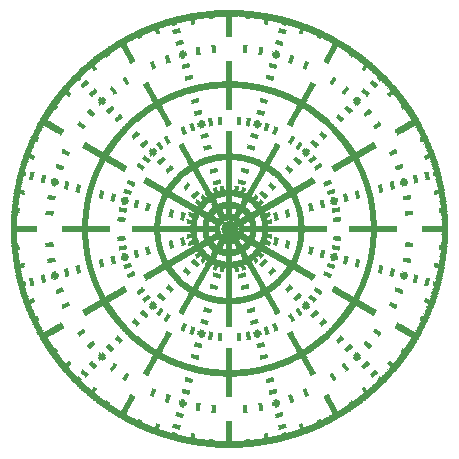
<source format=gts>
G75*
%MOIN*%
%OFA0B0*%
%FSLAX25Y25*%
%IPPOS*%
%LPD*%
%AMOC8*
5,1,8,0,0,1.08239X$1,22.5*
%
%ADD10R,0.00600X0.00050*%
%ADD11R,0.03790X0.00050*%
%ADD12R,0.06990X0.00050*%
%ADD13R,0.09490X0.00050*%
%ADD14R,0.10550X0.00050*%
%ADD15R,0.11600X0.00050*%
%ADD16R,0.12700X0.00050*%
%ADD17R,0.13700X0.00050*%
%ADD18R,0.14800X0.00050*%
%ADD19R,0.15850X0.00050*%
%ADD20R,0.16910X0.00050*%
%ADD21R,0.17950X0.00050*%
%ADD22R,0.18710X0.00050*%
%ADD23R,0.19310X0.00050*%
%ADD24R,0.19990X0.00050*%
%ADD25R,0.20590X0.00050*%
%ADD26R,0.21190X0.00050*%
%ADD27R,0.21910X0.00050*%
%ADD28R,0.22510X0.00050*%
%ADD29R,0.23100X0.00050*%
%ADD30R,0.23790X0.00050*%
%ADD31R,0.24400X0.00050*%
%ADD32R,0.25000X0.00050*%
%ADD33R,0.25650X0.00050*%
%ADD34R,0.26300X0.00050*%
%ADD35R,0.26900X0.00050*%
%ADD36R,0.10600X0.00050*%
%ADD37R,0.01200X0.00050*%
%ADD38R,0.03690X0.00050*%
%ADD39R,0.10610X0.00050*%
%ADD40R,0.09540X0.00050*%
%ADD41R,0.09550X0.00050*%
%ADD42R,0.09800X0.00050*%
%ADD43R,0.08760X0.00050*%
%ADD44R,0.01190X0.00050*%
%ADD45R,0.10000X0.00050*%
%ADD46R,0.09000X0.00050*%
%ADD47R,0.08990X0.00050*%
%ADD48R,0.09200X0.00050*%
%ADD49R,0.11700X0.00050*%
%ADD50R,0.08210X0.00050*%
%ADD51R,0.02400X0.00050*%
%ADD52R,0.08250X0.00050*%
%ADD53R,0.08410X0.00050*%
%ADD54R,0.08450X0.00050*%
%ADD55R,0.07390X0.00050*%
%ADD56R,0.04890X0.00050*%
%ADD57R,0.07450X0.00050*%
%ADD58R,0.07590X0.00050*%
%ADD59R,0.07650X0.00050*%
%ADD60R,0.07850X0.00050*%
%ADD61R,0.07910X0.00050*%
%ADD62R,0.06810X0.00050*%
%ADD63R,0.01260X0.00050*%
%ADD64R,0.01210X0.00050*%
%ADD65R,0.03650X0.00050*%
%ADD66R,0.06850X0.00050*%
%ADD67R,0.07090X0.00050*%
%ADD68R,0.07050X0.00050*%
%ADD69R,0.07290X0.00050*%
%ADD70R,0.03640X0.00050*%
%ADD71R,0.07550X0.00050*%
%ADD72R,0.07490X0.00050*%
%ADD73R,0.06510X0.00050*%
%ADD74R,0.00400X0.00050*%
%ADD75R,0.02010X0.00050*%
%ADD76R,0.00360X0.00050*%
%ADD77R,0.06710X0.00050*%
%ADD78R,0.01160X0.00050*%
%ADD79R,0.01960X0.00050*%
%ADD80R,0.06950X0.00050*%
%ADD81R,0.00260X0.00050*%
%ADD82R,0.07150X0.00050*%
%ADD83R,0.00740X0.00050*%
%ADD84R,0.01950X0.00050*%
%ADD85R,0.07190X0.00050*%
%ADD86R,0.06150X0.00050*%
%ADD87R,0.03710X0.00050*%
%ADD88R,0.01240X0.00050*%
%ADD89R,0.06350X0.00050*%
%ADD90R,0.06200X0.00050*%
%ADD91R,0.06410X0.00050*%
%ADD92R,0.06500X0.00050*%
%ADD93R,0.02450X0.00050*%
%ADD94R,0.06560X0.00050*%
%ADD95R,0.06750X0.00050*%
%ADD96R,0.00840X0.00050*%
%ADD97R,0.00790X0.00050*%
%ADD98R,0.06760X0.00050*%
%ADD99R,0.05590X0.00050*%
%ADD100R,0.01250X0.00050*%
%ADD101R,0.00340X0.00050*%
%ADD102R,0.05650X0.00050*%
%ADD103R,0.05850X0.00050*%
%ADD104R,0.03660X0.00050*%
%ADD105R,0.05800X0.00050*%
%ADD106R,0.06000X0.00050*%
%ADD107R,0.00760X0.00050*%
%ADD108R,0.00700X0.00050*%
%ADD109R,0.02510X0.00050*%
%ADD110R,0.01600X0.00050*%
%ADD111R,0.00240X0.00050*%
%ADD112R,0.02390X0.00050*%
%ADD113R,0.06400X0.00050*%
%ADD114R,0.05250X0.00050*%
%ADD115R,0.02500X0.00050*%
%ADD116R,0.00800X0.00050*%
%ADD117R,0.05450X0.00050*%
%ADD118R,0.01000X0.00050*%
%ADD119R,0.05510X0.00050*%
%ADD120R,0.00060X0.00050*%
%ADD121R,0.00450X0.00050*%
%ADD122R,0.05660X0.00050*%
%ADD123R,0.07100X0.00050*%
%ADD124R,0.02260X0.00050*%
%ADD125R,0.05810X0.00050*%
%ADD126R,0.06010X0.00050*%
%ADD127R,0.00640X0.00050*%
%ADD128R,0.04910X0.00050*%
%ADD129R,0.01590X0.00050*%
%ADD130R,0.00300X0.00050*%
%ADD131R,0.04900X0.00050*%
%ADD132R,0.05090X0.00050*%
%ADD133R,0.02490X0.00050*%
%ADD134R,0.05290X0.00050*%
%ADD135R,0.04550X0.00050*%
%ADD136R,0.05860X0.00050*%
%ADD137R,0.04710X0.00050*%
%ADD138R,0.01100X0.00050*%
%ADD139R,0.02350X0.00050*%
%ADD140R,0.04740X0.00050*%
%ADD141R,0.04940X0.00050*%
%ADD142R,0.01860X0.00050*%
%ADD143R,0.00550X0.00050*%
%ADD144R,0.00250X0.00050*%
%ADD145R,0.04350X0.00050*%
%ADD146R,0.01040X0.00050*%
%ADD147R,0.04360X0.00050*%
%ADD148R,0.02060X0.00050*%
%ADD149R,0.04560X0.00050*%
%ADD150R,0.00540X0.00050*%
%ADD151R,0.00500X0.00050*%
%ADD152R,0.04850X0.00050*%
%ADD153R,0.01560X0.00050*%
%ADD154R,0.04990X0.00050*%
%ADD155R,0.05000X0.00050*%
%ADD156R,0.05150X0.00050*%
%ADD157R,0.02340X0.00050*%
%ADD158R,0.05140X0.00050*%
%ADD159R,0.05350X0.00050*%
%ADD160R,0.04210X0.00050*%
%ADD161R,0.01900X0.00050*%
%ADD162R,0.04200X0.00050*%
%ADD163R,0.04310X0.00050*%
%ADD164R,0.04290X0.00050*%
%ADD165R,0.04450X0.00050*%
%ADD166R,0.01460X0.00050*%
%ADD167R,0.00160X0.00050*%
%ADD168R,0.04490X0.00050*%
%ADD169R,0.05910X0.00050*%
%ADD170R,0.04650X0.00050*%
%ADD171R,0.04800X0.00050*%
%ADD172R,0.02300X0.00050*%
%ADD173R,0.04960X0.00050*%
%ADD174R,0.05060X0.00050*%
%ADD175R,0.05100X0.00050*%
%ADD176R,0.03940X0.00050*%
%ADD177R,0.03950X0.00050*%
%ADD178R,0.04090X0.00050*%
%ADD179R,0.01390X0.00050*%
%ADD180R,0.04240X0.00050*%
%ADD181R,0.04250X0.00050*%
%ADD182R,0.04400X0.00050*%
%ADD183R,0.04540X0.00050*%
%ADD184R,0.04700X0.00050*%
%ADD185R,0.04750X0.00050*%
%ADD186R,0.03740X0.00050*%
%ADD187R,0.03840X0.00050*%
%ADD188R,0.02550X0.00050*%
%ADD189R,0.03850X0.00050*%
%ADD190R,0.03990X0.00050*%
%ADD191R,0.01150X0.00050*%
%ADD192R,0.04050X0.00050*%
%ADD193R,0.00910X0.00050*%
%ADD194R,0.00900X0.00050*%
%ADD195R,0.00750X0.00050*%
%ADD196R,0.04300X0.00050*%
%ADD197R,0.00560X0.00050*%
%ADD198R,0.01110X0.00050*%
%ADD199R,0.04510X0.00050*%
%ADD200R,0.01640X0.00050*%
%ADD201R,0.00350X0.00050*%
%ADD202R,0.04660X0.00050*%
%ADD203R,0.04790X0.00050*%
%ADD204R,0.00140X0.00050*%
%ADD205R,0.00650X0.00050*%
%ADD206R,0.00150X0.00050*%
%ADD207R,0.01310X0.00050*%
%ADD208R,0.03800X0.00050*%
%ADD209R,0.00100X0.00050*%
%ADD210R,0.00050X0.00050*%
%ADD211R,0.04110X0.00050*%
%ADD212R,0.02050X0.00050*%
%ADD213R,0.04100X0.00050*%
%ADD214R,0.04390X0.00050*%
%ADD215R,0.00410X0.00050*%
%ADD216R,0.00200X0.00050*%
%ADD217R,0.01500X0.00050*%
%ADD218R,0.04590X0.00050*%
%ADD219R,0.04810X0.00050*%
%ADD220R,0.03500X0.00050*%
%ADD221R,0.03610X0.00050*%
%ADD222R,0.03590X0.00050*%
%ADD223R,0.00860X0.00050*%
%ADD224R,0.01290X0.00050*%
%ADD225R,0.03700X0.00050*%
%ADD226R,0.01300X0.00050*%
%ADD227R,0.00660X0.00050*%
%ADD228R,0.00440X0.00050*%
%ADD229R,0.01800X0.00050*%
%ADD230R,0.04000X0.00050*%
%ADD231R,0.00290X0.00050*%
%ADD232R,0.05610X0.00050*%
%ADD233R,0.00090X0.00050*%
%ADD234R,0.04410X0.00050*%
%ADD235R,0.01060X0.00050*%
%ADD236R,0.03350X0.00050*%
%ADD237R,0.02250X0.00050*%
%ADD238R,0.00950X0.00050*%
%ADD239R,0.03300X0.00050*%
%ADD240R,0.03450X0.00050*%
%ADD241R,0.03510X0.00050*%
%ADD242R,0.03600X0.00050*%
%ADD243R,0.03750X0.00050*%
%ADD244R,0.03900X0.00050*%
%ADD245R,0.03890X0.00050*%
%ADD246R,0.04140X0.00050*%
%ADD247R,0.03040X0.00050*%
%ADD248R,0.03110X0.00050*%
%ADD249R,0.03200X0.00050*%
%ADD250R,0.03490X0.00050*%
%ADD251R,0.02600X0.00050*%
%ADD252R,0.02590X0.00050*%
%ADD253R,0.01450X0.00050*%
%ADD254R,0.01650X0.00050*%
%ADD255R,0.01660X0.00050*%
%ADD256R,0.01850X0.00050*%
%ADD257R,0.02040X0.00050*%
%ADD258R,0.05300X0.00050*%
%ADD259R,0.02240X0.00050*%
%ADD260R,0.02440X0.00050*%
%ADD261R,0.00890X0.00050*%
%ADD262R,0.03050X0.00050*%
%ADD263R,0.03090X0.00050*%
%ADD264R,0.03190X0.00050*%
%ADD265R,0.00610X0.00050*%
%ADD266R,0.03340X0.00050*%
%ADD267R,0.00460X0.00050*%
%ADD268R,0.01740X0.00050*%
%ADD269R,0.03400X0.00050*%
%ADD270R,0.00310X0.00050*%
%ADD271R,0.03760X0.00050*%
%ADD272R,0.03860X0.00050*%
%ADD273R,0.01050X0.00050*%
%ADD274R,0.04010X0.00050*%
%ADD275R,0.05050X0.00050*%
%ADD276R,0.02940X0.00050*%
%ADD277R,0.02460X0.00050*%
%ADD278R,0.03000X0.00050*%
%ADD279R,0.03100X0.00050*%
%ADD280R,0.00510X0.00050*%
%ADD281R,0.02100X0.00050*%
%ADD282R,0.03260X0.00050*%
%ADD283R,0.01890X0.00050*%
%ADD284R,0.03360X0.00050*%
%ADD285R,0.01690X0.00050*%
%ADD286R,0.01490X0.00050*%
%ADD287R,0.00940X0.00050*%
%ADD288R,0.00690X0.00050*%
%ADD289R,0.02860X0.00050*%
%ADD290R,0.02960X0.00050*%
%ADD291R,0.00390X0.00050*%
%ADD292R,0.03210X0.00050*%
%ADD293R,0.00040X0.00050*%
%ADD294R,0.00110X0.00050*%
%ADD295R,0.01510X0.00050*%
%ADD296R,0.03310X0.00050*%
%ADD297R,0.01350X0.00050*%
%ADD298R,0.03460X0.00050*%
%ADD299R,0.03560X0.00050*%
%ADD300R,0.03540X0.00050*%
%ADD301R,0.03810X0.00050*%
%ADD302R,0.00850X0.00050*%
%ADD303R,0.03960X0.00050*%
%ADD304R,0.03910X0.00050*%
%ADD305R,0.02710X0.00050*%
%ADD306R,0.01360X0.00050*%
%ADD307R,0.02640X0.00050*%
%ADD308R,0.02810X0.00050*%
%ADD309R,0.02800X0.00050*%
%ADD310R,0.02890X0.00050*%
%ADD311R,0.03010X0.00050*%
%ADD312R,0.03160X0.00050*%
%ADD313R,0.01340X0.00050*%
%ADD314R,0.03140X0.00050*%
%ADD315R,0.03250X0.00050*%
%ADD316R,0.02650X0.00050*%
%ADD317R,0.02740X0.00050*%
%ADD318R,0.02840X0.00050*%
%ADD319R,0.02910X0.00050*%
%ADD320R,0.02990X0.00050*%
%ADD321R,0.01090X0.00050*%
%ADD322R,0.03150X0.00050*%
%ADD323R,0.03240X0.00050*%
%ADD324R,0.03550X0.00050*%
%ADD325R,0.02690X0.00050*%
%ADD326R,0.02790X0.00050*%
%ADD327R,0.02850X0.00050*%
%ADD328R,0.01140X0.00050*%
%ADD329R,0.03390X0.00050*%
%ADD330R,0.04190X0.00050*%
%ADD331R,0.02660X0.00050*%
%ADD332R,0.02750X0.00050*%
%ADD333R,0.02760X0.00050*%
%ADD334R,0.00960X0.00050*%
%ADD335R,0.00990X0.00050*%
%ADD336R,0.01540X0.00050*%
%ADD337R,0.01940X0.00050*%
%ADD338R,0.02160X0.00050*%
%ADD339R,0.02360X0.00050*%
%ADD340R,0.04040X0.00050*%
%ADD341R,0.04060X0.00050*%
%ADD342R,0.04160X0.00050*%
%ADD343R,0.04260X0.00050*%
%ADD344R,0.02200X0.00050*%
%ADD345R,0.02140X0.00050*%
%ADD346R,0.02000X0.00050*%
%ADD347R,0.04460X0.00050*%
%ADD348R,0.04500X0.00050*%
%ADD349R,0.04610X0.00050*%
%ADD350R,0.04600X0.00050*%
%ADD351R,0.01400X0.00050*%
%ADD352R,0.05010X0.00050*%
%ADD353R,0.05110X0.00050*%
%ADD354R,0.05210X0.00050*%
%ADD355R,0.05200X0.00050*%
%ADD356R,0.05310X0.00050*%
%ADD357R,0.05460X0.00050*%
%ADD358R,0.05400X0.00050*%
%ADD359R,0.05560X0.00050*%
%ADD360R,0.02310X0.00050*%
%ADD361R,0.02410X0.00050*%
%ADD362R,0.03290X0.00050*%
%ADD363R,0.02610X0.00050*%
%ADD364R,0.03060X0.00050*%
%ADD365R,0.02290X0.00050*%
%ADD366R,0.02190X0.00050*%
%ADD367R,0.01410X0.00050*%
%ADD368R,0.02150X0.00050*%
%ADD369R,0.00810X0.00050*%
%ADD370R,0.00710X0.00050*%
%ADD371R,0.03440X0.00050*%
%ADD372R,0.01840X0.00050*%
%ADD373R,0.02700X0.00050*%
%ADD374R,0.02950X0.00050*%
%ADD375R,0.01440X0.00050*%
%ADD376R,0.02560X0.00050*%
%ADD377R,0.02900X0.00050*%
%ADD378R,0.02110X0.00050*%
%ADD379R,0.02210X0.00050*%
%ADD380R,0.00210X0.00050*%
%ADD381R,0.01910X0.00050*%
%ADD382R,0.01010X0.00050*%
%ADD383R,0.01760X0.00050*%
%ADD384R,0.01750X0.00050*%
%ADD385R,0.00590X0.00050*%
%ADD386R,0.02540X0.00050*%
%ADD387R,0.00490X0.00050*%
%ADD388R,0.01700X0.00050*%
%ADD389R,0.01790X0.00050*%
%ADD390R,0.01550X0.00050*%
%ADD391R,0.01610X0.00050*%
%ADD392R,0.01810X0.00050*%
%ADD393R,0.01710X0.00050*%
%ADD394R,0.02090X0.00050*%
%ADD395R,0.06250X0.00050*%
%ADD396R,0.08150X0.00050*%
%ADD397R,0.10050X0.00050*%
%ADD398R,0.10800X0.00050*%
%ADD399R,0.11500X0.00050*%
%ADD400R,0.12100X0.00050*%
%ADD401R,0.13400X0.00050*%
%ADD402R,0.14000X0.00050*%
%ADD403R,0.14600X0.00050*%
%ADD404R,0.15310X0.00050*%
%ADD405R,0.15910X0.00050*%
%ADD406R,0.16510X0.00050*%
%ADD407R,0.17190X0.00050*%
%ADD408R,0.17790X0.00050*%
%ADD409R,0.18390X0.00050*%
%ADD410R,0.19050X0.00050*%
%ADD411R,0.19710X0.00050*%
%ADD412R,0.20310X0.00050*%
%ADD413R,0.20710X0.00050*%
%ADD414R,0.21110X0.00050*%
%ADD415R,0.21510X0.00050*%
%ADD416R,0.21850X0.00050*%
%ADD417R,0.22190X0.00050*%
%ADD418R,0.22590X0.00050*%
%ADD419R,0.22990X0.00050*%
%ADD420R,0.23350X0.00050*%
%ADD421R,0.23700X0.00050*%
%ADD422R,0.24100X0.00050*%
%ADD423R,0.24500X0.00050*%
%ADD424R,0.24800X0.00050*%
%ADD425R,0.25200X0.00050*%
%ADD426R,0.25600X0.00050*%
%ADD427R,0.25950X0.00050*%
%ADD428R,0.26700X0.00050*%
%ADD429R,0.27100X0.00050*%
%ADD430R,0.27450X0.00050*%
%ADD431R,0.12160X0.00050*%
%ADD432R,0.00190X0.00050*%
%ADD433R,0.11460X0.00050*%
%ADD434R,0.11400X0.00050*%
%ADD435R,0.10700X0.00050*%
%ADD436R,0.10660X0.00050*%
%ADD437R,0.09860X0.00050*%
%ADD438R,0.09840X0.00050*%
%ADD439R,0.09500X0.00050*%
%ADD440R,0.09400X0.00050*%
%ADD441R,0.09300X0.00050*%
%ADD442R,0.09290X0.00050*%
%ADD443R,0.09110X0.00050*%
%ADD444R,0.09100X0.00050*%
%ADD445R,0.08950X0.00050*%
%ADD446R,0.08940X0.00050*%
%ADD447R,0.08810X0.00050*%
%ADD448R,0.08740X0.00050*%
%ADD449R,0.08550X0.00050*%
%ADD450R,0.08390X0.00050*%
%ADD451R,0.08190X0.00050*%
%ADD452R,0.08010X0.00050*%
%ADD453R,0.07810X0.00050*%
%ADD454R,0.01990X0.00050*%
%ADD455R,0.07250X0.00050*%
%ADD456R,0.06890X0.00050*%
%ADD457R,0.06790X0.00050*%
%ADD458R,0.06650X0.00050*%
%ADD459R,0.06610X0.00050*%
%ADD460R,0.06590X0.00050*%
%ADD461R,0.06550X0.00050*%
%ADD462R,0.06490X0.00050*%
%ADD463R,0.06450X0.00050*%
%ADD464R,0.06390X0.00050*%
%ADD465R,0.06300X0.00050*%
%ADD466R,0.06310X0.00050*%
%ADD467R,0.06100X0.00050*%
%ADD468R,0.06050X0.00050*%
%ADD469R,0.05950X0.00050*%
%ADD470R,0.05890X0.00050*%
%ADD471R,0.05900X0.00050*%
%ADD472R,0.05840X0.00050*%
%ADD473R,0.05790X0.00050*%
%ADD474R,0.05750X0.00050*%
%ADD475R,0.05710X0.00050*%
%ADD476R,0.05700X0.00050*%
%ADD477R,0.05550X0.00050*%
%ADD478R,0.05500X0.00050*%
%ADD479R,0.05390X0.00050*%
%ADD480R,0.05360X0.00050*%
%ADD481R,0.05190X0.00050*%
%ADD482R,0.04950X0.00050*%
%ADD483R,0.04690X0.00050*%
%ADD484R,0.04640X0.00050*%
%ADD485R,0.04340X0.00050*%
%ADD486R,0.06210X0.00050*%
%ADD487R,0.06140X0.00050*%
%ADD488R,0.06040X0.00050*%
%ADD489R,0.05410X0.00050*%
%ADD490R,0.05240X0.00050*%
%ADD491R,0.04860X0.00050*%
%ADD492R,0.04760X0.00050*%
%ADD493R,0.04150X0.00050*%
%ADD494R,0.05740X0.00050*%
%ADD495R,0.05160X0.00050*%
%ADD496R,0.05260X0.00050*%
%ADD497R,0.05490X0.00050*%
%ADD498R,0.05960X0.00050*%
%ADD499R,0.06060X0.00050*%
%ADD500R,0.06160X0.00050*%
%ADD501R,0.03410X0.00050*%
%ADD502R,0.05540X0.00050*%
%ADD503R,0.07690X0.00050*%
%ADD504R,0.08290X0.00050*%
%ADD505R,0.09010X0.00050*%
%ADD506R,0.09610X0.00050*%
%ADD507R,0.10210X0.00050*%
%ADD508R,0.10690X0.00050*%
%ADD509R,0.11050X0.00050*%
%ADD510R,0.11800X0.00050*%
%ADD511R,0.12200X0.00050*%
%ADD512R,0.12550X0.00050*%
%ADD513R,0.12900X0.00050*%
%ADD514R,0.13300X0.00050*%
%ADD515R,0.13650X0.00050*%
%ADD516R,0.14400X0.00050*%
%ADD517R,0.15200X0.00050*%
%ADD518R,0.15510X0.00050*%
%ADD519R,0.15790X0.00050*%
%ADD520R,0.16050X0.00050*%
%ADD521R,0.16310X0.00050*%
%ADD522R,0.16590X0.00050*%
%ADD523R,0.16790X0.00050*%
%ADD524R,0.17110X0.00050*%
%ADD525R,0.04440X0.00050*%
%ADD526R,0.17350X0.00050*%
%ADD527R,0.17590X0.00050*%
%ADD528R,0.17910X0.00050*%
%ADD529R,0.18110X0.00050*%
%ADD530R,0.18650X0.00050*%
%ADD531R,0.18910X0.00050*%
%ADD532R,0.19190X0.00050*%
%ADD533R,0.19390X0.00050*%
%ADD534R,0.08750X0.00050*%
%ADD535R,0.08700X0.00050*%
%ADD536R,0.07310X0.00050*%
%ADD537R,0.07110X0.00050*%
%ADD538R,0.06910X0.00050*%
%ADD539R,0.06190X0.00050*%
%ADD540R,0.05990X0.00050*%
%ADD541R,0.05690X0.00050*%
%ADD542R,0.05440X0.00050*%
%ADD543R,0.05340X0.00050*%
%ADD544R,0.07400X0.00050*%
%ADD545R,0.07210X0.00050*%
%ADD546R,0.07200X0.00050*%
%ADD547R,0.07000X0.00050*%
%ADD548R,0.06600X0.00050*%
%ADD549R,0.06110X0.00050*%
%ADD550R,0.05640X0.00050*%
%ADD551R,0.05040X0.00050*%
%ADD552R,0.07010X0.00050*%
%ADD553R,0.10290X0.00050*%
%ADD554R,0.10250X0.00050*%
%ADD555R,0.10150X0.00050*%
%ADD556R,0.10090X0.00050*%
%ADD557R,0.10400X0.00050*%
%ADD558R,0.10650X0.00050*%
%ADD559R,0.10850X0.00050*%
%ADD560R,0.15750X0.00050*%
%ADD561R,0.15710X0.00050*%
%ADD562R,0.15650X0.00050*%
%ADD563R,0.15590X0.00050*%
%ADD564R,0.15550X0.00050*%
%ADD565R,0.15390X0.00050*%
%ADD566R,0.15350X0.00050*%
%ADD567R,0.15260X0.00050*%
%ADD568R,0.15150X0.00050*%
%ADD569R,0.15110X0.00050*%
%ADD570R,0.15000X0.00050*%
%ADD571R,0.06290X0.00050*%
%ADD572R,0.11650X0.00050*%
%ADD573R,0.11550X0.00050*%
%ADD574R,0.11450X0.00050*%
%ADD575R,0.11300X0.00050*%
%ADD576R,0.11250X0.00050*%
%ADD577R,0.11200X0.00050*%
%ADD578R,0.11140X0.00050*%
%ADD579R,0.11090X0.00050*%
%ADD580R,0.11000X0.00050*%
%ADD581R,0.10890X0.00050*%
%ADD582R,0.10740X0.00050*%
%ADD583R,0.11350X0.00050*%
%ADD584R,0.07240X0.00050*%
%ADD585R,0.07140X0.00050*%
%ADD586R,0.08600X0.00050*%
%ADD587R,0.08610X0.00050*%
%ADD588R,0.08560X0.00050*%
%ADD589R,0.08540X0.00050*%
%ADD590R,0.08500X0.00050*%
%ADD591R,0.08460X0.00050*%
%ADD592R,0.07750X0.00050*%
%ADD593R,0.07610X0.00050*%
%ADD594R,0.08400X0.00050*%
%ADD595R,0.07410X0.00050*%
%ADD596R,0.07350X0.00050*%
%ADD597R,0.06690X0.00050*%
%ADD598R,0.16750X0.00050*%
%ADD599R,0.16850X0.00050*%
%ADD600R,0.16950X0.00050*%
%ADD601R,0.08000X0.00050*%
%ADD602R,0.08040X0.00050*%
%ADD603R,0.07790X0.00050*%
%ADD604R,0.07510X0.00050*%
%ADD605R,0.07500X0.00050*%
%ADD606R,0.04840X0.00050*%
%ADD607R,0.16040X0.00050*%
%ADD608R,0.29600X0.00050*%
%ADD609R,0.29650X0.00050*%
%ADD610R,0.16100X0.00050*%
%ADD611R,0.08590X0.00050*%
%ADD612R,0.29590X0.00050*%
%ADD613R,0.29560X0.00050*%
%ADD614R,0.29550X0.00050*%
%ADD615R,0.29500X0.00050*%
%ADD616R,0.29490X0.00050*%
%ADD617R,0.08640X0.00050*%
%ADD618R,0.29460X0.00050*%
%ADD619R,0.08490X0.00050*%
%ADD620R,0.16060X0.00050*%
%ADD621R,0.07600X0.00050*%
%ADD622R,0.07890X0.00050*%
%ADD623R,0.08200X0.00050*%
%ADD624R,0.08510X0.00050*%
%ADD625R,0.08650X0.00050*%
%ADD626R,0.07160X0.00050*%
%ADD627R,0.06090X0.00050*%
%ADD628R,0.10940X0.00050*%
%ADD629R,0.11750X0.00050*%
%ADD630R,0.09510X0.00050*%
%ADD631R,0.15060X0.00050*%
%ADD632R,0.15450X0.00050*%
%ADD633R,0.10490X0.00050*%
%ADD634R,0.05600X0.00050*%
%ADD635R,0.05940X0.00050*%
%ADD636R,0.05760X0.00050*%
%ADD637R,0.06700X0.00050*%
%ADD638R,0.06900X0.00050*%
%ADD639R,0.08350X0.00050*%
%ADD640R,0.19510X0.00050*%
%ADD641R,0.19250X0.00050*%
%ADD642R,0.18990X0.00050*%
%ADD643R,0.18750X0.00050*%
%ADD644R,0.18510X0.00050*%
%ADD645R,0.18190X0.00050*%
%ADD646R,0.17990X0.00050*%
%ADD647R,0.17710X0.00050*%
%ADD648R,0.17450X0.00050*%
%ADD649R,0.16710X0.00050*%
%ADD650R,0.16390X0.00050*%
%ADD651R,0.16150X0.00050*%
%ADD652R,0.14910X0.00050*%
%ADD653R,0.14550X0.00050*%
%ADD654R,0.14200X0.00050*%
%ADD655R,0.13800X0.00050*%
%ADD656R,0.13100X0.00050*%
%ADD657R,0.12300X0.00050*%
%ADD658R,0.11950X0.00050*%
%ADD659R,0.10450X0.00050*%
%ADD660R,0.09850X0.00050*%
%ADD661R,0.09210X0.00050*%
%ADD662R,0.06660X0.00050*%
%ADD663R,0.07950X0.00050*%
%ADD664R,0.08110X0.00050*%
%ADD665R,0.08310X0.00050*%
%ADD666R,0.08300X0.00050*%
%ADD667R,0.08860X0.00050*%
%ADD668R,0.08850X0.00050*%
%ADD669R,0.09050X0.00050*%
%ADD670R,0.09040X0.00050*%
%ADD671R,0.09310X0.00050*%
%ADD672R,0.09600X0.00050*%
%ADD673R,0.10340X0.00050*%
%ADD674R,0.10300X0.00050*%
%ADD675R,0.11100X0.00050*%
%ADD676R,0.11040X0.00050*%
%ADD677R,0.11900X0.00050*%
%ADD678R,0.11860X0.00050*%
%ADD679R,0.12600X0.00050*%
%ADD680R,0.27210X0.00050*%
%ADD681R,0.26850X0.00050*%
%ADD682R,0.26500X0.00050*%
%ADD683R,0.26100X0.00050*%
%ADD684R,0.25700X0.00050*%
%ADD685R,0.25400X0.00050*%
%ADD686R,0.24600X0.00050*%
%ADD687R,0.24200X0.00050*%
%ADD688R,0.23900X0.00050*%
%ADD689R,0.23500X0.00050*%
%ADD690R,0.22750X0.00050*%
%ADD691R,0.22390X0.00050*%
%ADD692R,0.21990X0.00050*%
%ADD693R,0.21590X0.00050*%
%ADD694R,0.21250X0.00050*%
%ADD695R,0.20910X0.00050*%
%ADD696R,0.20510X0.00050*%
%ADD697R,0.19910X0.00050*%
%ADD698R,0.17390X0.00050*%
%ADD699R,0.16110X0.00050*%
%ADD700R,0.13600X0.00050*%
%ADD701R,0.13000X0.00050*%
%ADD702R,0.12400X0.00050*%
%ADD703R,0.06460X0.00050*%
%ADD704R,0.08050X0.00050*%
%ADD705R,0.09340X0.00050*%
%ADD706R,0.09900X0.00050*%
%ADD707R,0.09640X0.00050*%
%ADD708R,0.09650X0.00050*%
%ADD709R,0.25900X0.00050*%
%ADD710R,0.25300X0.00050*%
%ADD711R,0.24000X0.00050*%
%ADD712R,0.23390X0.00050*%
%ADD713R,0.22710X0.00050*%
%ADD714R,0.22110X0.00050*%
%ADD715R,0.20190X0.00050*%
%ADD716R,0.19590X0.00050*%
%ADD717R,0.18310X0.00050*%
%ADD718R,0.17310X0.00050*%
%ADD719R,0.16250X0.00050*%
%ADD720R,0.14160X0.00050*%
%ADD721R,0.12000X0.00050*%
%ADD722R,0.09890X0.00050*%
%ADD723C,0.00000*%
%ADD724C,0.05800*%
D10*
X0025645Y0026215D03*
X0027995Y0023315D03*
X0030785Y0022765D03*
X0030835Y0020865D03*
X0035045Y0018265D03*
X0035785Y0017165D03*
X0036835Y0016465D03*
X0038945Y0015165D03*
X0042185Y0013315D03*
X0042985Y0020415D03*
X0048485Y0027065D03*
X0060485Y0022265D03*
X0060185Y0018815D03*
X0058385Y0014515D03*
X0053595Y0008465D03*
X0058345Y0007115D03*
X0075795Y0002965D03*
X0087145Y0005865D03*
X0099135Y0008865D03*
X0101495Y0009715D03*
X0102645Y0010165D03*
X0109385Y0013315D03*
X0113695Y0015815D03*
X0115745Y0017165D03*
X0116485Y0018265D03*
X0118795Y0019315D03*
X0120745Y0020865D03*
X0122645Y0022465D03*
X0124485Y0024115D03*
X0123595Y0026565D03*
X0127135Y0026765D03*
X0128845Y0028565D03*
X0129645Y0029515D03*
X0131245Y0031415D03*
X0133845Y0035665D03*
X0136295Y0038515D03*
X0138145Y0041765D03*
X0139945Y0046415D03*
X0143545Y0054315D03*
X0143885Y0055515D03*
X0144245Y0056715D03*
X0144885Y0059115D03*
X0145685Y0062765D03*
X0146245Y0066465D03*
X0146545Y0082665D03*
X0133945Y0090215D03*
X0130045Y0089165D03*
X0133045Y0097165D03*
X0129695Y0100415D03*
X0130985Y0102065D03*
X0132045Y0107315D03*
X0138745Y0108765D03*
X0141395Y0103115D03*
X0143145Y0098465D03*
X0134945Y0115165D03*
X0133845Y0115915D03*
X0133495Y0117215D03*
X0132785Y0118215D03*
X0131245Y0120165D03*
X0129335Y0120215D03*
X0128845Y0123015D03*
X0127135Y0124865D03*
X0125395Y0126615D03*
X0124485Y0127465D03*
X0122645Y0129115D03*
X0119795Y0131515D03*
X0118795Y0132265D03*
X0117795Y0133015D03*
X0123595Y0125015D03*
X0124445Y0123065D03*
X0115945Y0114565D03*
X0115095Y0116515D03*
X0112235Y0113665D03*
X0113095Y0111715D03*
X0103735Y0105165D03*
X0104585Y0103215D03*
X0101735Y0102315D03*
X0100895Y0102315D03*
X0100895Y0100365D03*
X0101735Y0100365D03*
X0103935Y0099965D03*
X0105895Y0097415D03*
X0104845Y0095615D03*
X0110985Y0095165D03*
X0110695Y0086315D03*
X0112145Y0082765D03*
X0114545Y0085015D03*
X0118435Y0086065D03*
X0106785Y0068665D03*
X0110435Y0062665D03*
X0109145Y0059715D03*
X0104845Y0055965D03*
X0103295Y0058965D03*
X0098045Y0052115D03*
X0100895Y0051215D03*
X0100895Y0049265D03*
X0099395Y0047115D03*
X0104585Y0048415D03*
X0107445Y0045565D03*
X0112235Y0037915D03*
X0115945Y0037065D03*
X0118795Y0034215D03*
X0118795Y0032265D03*
X0120745Y0029415D03*
X0114835Y0028665D03*
X0108585Y0020415D03*
X0101395Y0020115D03*
X0091395Y0018815D03*
X0091095Y0022265D03*
X0088545Y0024665D03*
X0078735Y0038615D03*
X0079135Y0041015D03*
X0082145Y0041415D03*
X0082295Y0047915D03*
X0091335Y0047415D03*
X0081745Y0057165D03*
X0077995Y0061565D03*
X0080395Y0062215D03*
X0086685Y0063465D03*
X0089545Y0060615D03*
X0091295Y0072815D03*
X0095145Y0079815D03*
X0095195Y0082165D03*
X0091295Y0081115D03*
X0088945Y0081115D03*
X0090395Y0089015D03*
X0089545Y0090965D03*
X0080695Y0090565D03*
X0066895Y0086965D03*
X0065135Y0085265D03*
X0063995Y0086165D03*
X0061145Y0089015D03*
X0062045Y0090965D03*
X0056395Y0082165D03*
X0062645Y0081115D03*
X0060285Y0072815D03*
X0056395Y0071765D03*
X0048645Y0067365D03*
X0044745Y0066315D03*
X0044795Y0068665D03*
X0040895Y0067615D03*
X0041145Y0062665D03*
X0042385Y0059715D03*
X0040545Y0056415D03*
X0045645Y0054165D03*
X0048585Y0053515D03*
X0052635Y0054065D03*
X0053495Y0052115D03*
X0052195Y0047115D03*
X0054735Y0045165D03*
X0060245Y0047415D03*
X0060685Y0044165D03*
X0063495Y0043015D03*
X0063345Y0040715D03*
X0060345Y0041965D03*
X0067735Y0049415D03*
X0072845Y0038615D03*
X0065095Y0032415D03*
X0044995Y0043615D03*
X0033645Y0034215D03*
X0032795Y0034215D03*
X0032795Y0032265D03*
X0033645Y0032265D03*
X0030785Y0029415D03*
X0029935Y0031365D03*
X0020345Y0031415D03*
X0016645Y0036415D03*
X0015285Y0038515D03*
X0010645Y0047315D03*
X0018485Y0054415D03*
X0013745Y0058015D03*
X0009895Y0059315D03*
X0018385Y0060965D03*
X0005395Y0070215D03*
X0013745Y0091265D03*
X0019895Y0095615D03*
X0021485Y0091515D03*
X0020595Y0102065D03*
X0019545Y0107315D03*
X0013395Y0109865D03*
X0012235Y0107665D03*
X0015285Y0113065D03*
X0016645Y0115165D03*
X0019545Y0119215D03*
X0025645Y0125415D03*
X0026195Y0126615D03*
X0027095Y0127465D03*
X0027995Y0128315D03*
X0030785Y0128815D03*
X0031795Y0131515D03*
X0032795Y0132265D03*
X0033795Y0133015D03*
X0036835Y0135115D03*
X0043285Y0138865D03*
X0044395Y0139415D03*
X0046645Y0140465D03*
X0047785Y0140965D03*
X0055095Y0133515D03*
X0060185Y0135115D03*
X0059885Y0138565D03*
X0057395Y0140965D03*
X0057245Y0143715D03*
X0066835Y0146065D03*
X0061985Y0130815D03*
X0061545Y0125465D03*
X0048485Y0124515D03*
X0041545Y0124065D03*
X0040945Y0126165D03*
X0033645Y0119365D03*
X0033645Y0117415D03*
X0036485Y0116515D03*
X0038445Y0111715D03*
X0044995Y0108015D03*
X0047845Y0105165D03*
X0049785Y0102315D03*
X0049785Y0100365D03*
X0047645Y0099965D03*
X0048585Y0098065D03*
X0045645Y0097415D03*
X0046745Y0095615D03*
X0052635Y0097515D03*
X0052935Y0102465D03*
X0052195Y0104465D03*
X0068235Y0107565D03*
X0081945Y0112565D03*
X0088045Y0108615D03*
X0090895Y0107415D03*
X0091195Y0109665D03*
X0096445Y0110165D03*
X0098645Y0102465D03*
X0087945Y0117715D03*
X0089595Y0130815D03*
X0096445Y0133515D03*
X0094195Y0140965D03*
X0094295Y0143715D03*
X0099845Y0140965D03*
X0105845Y0139515D03*
X0109385Y0138265D03*
X0103095Y0124515D03*
X0109985Y0124065D03*
X0063995Y0065415D03*
X0064835Y0063465D03*
X0073585Y0061565D03*
X0055495Y0056915D03*
X0027945Y0047215D03*
X0026995Y0042165D03*
X0025945Y0040365D03*
X0037035Y0085015D03*
X0036985Y0087365D03*
X0040895Y0086315D03*
X0042535Y0087365D03*
X0033145Y0086065D03*
X0008395Y0098465D03*
X0030135Y0113565D03*
X0029935Y0120215D03*
X0027095Y0123065D03*
X0122395Y0036165D03*
X0125645Y0040365D03*
X0123645Y0047215D03*
X0126195Y0063465D03*
D11*
X0088340Y0096265D03*
X0088240Y0096315D03*
X0063240Y0096265D03*
X0028740Y0103015D03*
X0040040Y0138115D03*
X0046590Y0141665D03*
X0047690Y0142165D03*
X0052340Y0144065D03*
X0132840Y0108715D03*
X0051240Y0034465D03*
X0051140Y0007965D03*
X0075840Y0003015D03*
D12*
X0075840Y0003065D03*
D13*
X0075790Y0003115D03*
D14*
X0075820Y0003165D03*
D15*
X0075795Y0003215D03*
X0075795Y0067715D03*
X0075795Y0083865D03*
X0075795Y0100165D03*
D16*
X0075795Y0100015D03*
X0075795Y0027115D03*
X0075795Y0003265D03*
D17*
X0075795Y0003315D03*
D18*
X0075795Y0003365D03*
X0075795Y0051865D03*
D19*
X0075820Y0003415D03*
D20*
X0075790Y0003465D03*
X0075790Y0072665D03*
X0075790Y0072715D03*
X0075790Y0078865D03*
X0075790Y0078915D03*
X0075790Y0099365D03*
D21*
X0075770Y0003515D03*
D22*
X0075790Y0003565D03*
X0075790Y0124015D03*
D23*
X0075790Y0123965D03*
X0075790Y0003615D03*
D24*
X0075790Y0003665D03*
D25*
X0075790Y0003715D03*
D26*
X0075790Y0003765D03*
D27*
X0075790Y0003815D03*
D28*
X0075790Y0003865D03*
D29*
X0075795Y0003915D03*
X0075795Y0123515D03*
D30*
X0075790Y0003965D03*
D31*
X0075795Y0004015D03*
D32*
X0075795Y0004065D03*
X0075795Y0123265D03*
D33*
X0075770Y0004115D03*
D34*
X0075795Y0004165D03*
X0075795Y0028515D03*
D35*
X0075795Y0004215D03*
D36*
X0067345Y0004265D03*
D37*
X0067095Y0004865D03*
X0067095Y0004915D03*
X0067095Y0004965D03*
X0067095Y0005015D03*
X0067095Y0005065D03*
X0067095Y0005115D03*
X0067095Y0005165D03*
X0067135Y0005315D03*
X0067135Y0005365D03*
X0067135Y0005415D03*
X0065895Y0005415D03*
X0065895Y0005465D03*
X0065895Y0005515D03*
X0065895Y0005365D03*
X0065895Y0005315D03*
X0065835Y0005165D03*
X0065835Y0005115D03*
X0065835Y0005065D03*
X0065835Y0005015D03*
X0064595Y0005215D03*
X0064695Y0005715D03*
X0064695Y0005765D03*
X0063495Y0006015D03*
X0063495Y0006065D03*
X0063495Y0006115D03*
X0063495Y0006165D03*
X0063545Y0006315D03*
X0063545Y0006365D03*
X0063545Y0006415D03*
X0063545Y0006465D03*
X0063595Y0006615D03*
X0063595Y0006665D03*
X0063595Y0006715D03*
X0063645Y0006865D03*
X0063645Y0006915D03*
X0063645Y0006965D03*
X0063645Y0007015D03*
X0063695Y0007165D03*
X0063695Y0007215D03*
X0063695Y0007265D03*
X0063695Y0007315D03*
X0063445Y0005865D03*
X0063445Y0005815D03*
X0063445Y0005765D03*
X0063395Y0005615D03*
X0063395Y0005565D03*
X0063395Y0005515D03*
X0063395Y0005465D03*
X0062145Y0005665D03*
X0062245Y0006115D03*
X0062245Y0006165D03*
X0061045Y0006415D03*
X0060985Y0006265D03*
X0060985Y0006215D03*
X0060985Y0006165D03*
X0060945Y0006015D03*
X0060945Y0005965D03*
X0059745Y0006315D03*
X0059785Y0006515D03*
X0059785Y0006565D03*
X0058585Y0006865D03*
X0058585Y0006965D03*
X0058545Y0006665D03*
X0058485Y0006465D03*
X0057445Y0007365D03*
X0057545Y0007715D03*
X0058585Y0009315D03*
X0058685Y0014365D03*
X0059985Y0016865D03*
X0060445Y0018665D03*
X0060745Y0022115D03*
X0065495Y0017515D03*
X0065495Y0017465D03*
X0065495Y0017415D03*
X0065495Y0017365D03*
X0065435Y0017215D03*
X0065435Y0017165D03*
X0065435Y0017115D03*
X0065395Y0016915D03*
X0065395Y0016865D03*
X0065395Y0016815D03*
X0065335Y0016665D03*
X0065335Y0016615D03*
X0065335Y0016565D03*
X0065335Y0016515D03*
X0065295Y0016365D03*
X0065295Y0016315D03*
X0065295Y0016265D03*
X0065235Y0016065D03*
X0065235Y0016015D03*
X0065235Y0015965D03*
X0065195Y0015815D03*
X0065195Y0015765D03*
X0065195Y0015715D03*
X0065195Y0015665D03*
X0065135Y0015515D03*
X0065135Y0015465D03*
X0070445Y0015015D03*
X0070445Y0014965D03*
X0070445Y0014915D03*
X0070445Y0014865D03*
X0070445Y0014815D03*
X0070445Y0014765D03*
X0070445Y0014715D03*
X0070545Y0015665D03*
X0070545Y0015715D03*
X0070545Y0015765D03*
X0070545Y0015815D03*
X0070545Y0015865D03*
X0070545Y0015915D03*
X0070545Y0015965D03*
X0070545Y0016015D03*
X0070545Y0016065D03*
X0070545Y0016115D03*
X0070545Y0016165D03*
X0070645Y0016815D03*
X0070645Y0016865D03*
X0070645Y0016915D03*
X0070645Y0016965D03*
X0080995Y0016465D03*
X0080995Y0016415D03*
X0080995Y0016365D03*
X0080995Y0016315D03*
X0080995Y0016265D03*
X0080995Y0016215D03*
X0080995Y0016165D03*
X0080995Y0016115D03*
X0080995Y0016065D03*
X0080995Y0016015D03*
X0081095Y0015365D03*
X0081095Y0015315D03*
X0081095Y0015265D03*
X0081095Y0015215D03*
X0081095Y0015165D03*
X0081095Y0015115D03*
X0081095Y0015065D03*
X0081095Y0015015D03*
X0081095Y0014965D03*
X0081095Y0014915D03*
X0081095Y0014865D03*
X0086385Y0015565D03*
X0086385Y0015615D03*
X0086385Y0015665D03*
X0086385Y0015715D03*
X0086345Y0015865D03*
X0086345Y0015915D03*
X0086345Y0015965D03*
X0086285Y0016115D03*
X0086285Y0016165D03*
X0086285Y0016215D03*
X0086285Y0016265D03*
X0086245Y0016415D03*
X0086245Y0016465D03*
X0086245Y0016515D03*
X0086245Y0016565D03*
X0086185Y0016715D03*
X0086185Y0016765D03*
X0086185Y0016815D03*
X0086145Y0016965D03*
X0086145Y0017015D03*
X0086145Y0017065D03*
X0086145Y0017115D03*
X0086085Y0017265D03*
X0086085Y0017315D03*
X0086085Y0017365D03*
X0086085Y0017415D03*
X0086045Y0017565D03*
X0090795Y0022115D03*
X0091095Y0018665D03*
X0091135Y0018465D03*
X0092895Y0014365D03*
X0096545Y0007915D03*
X0094095Y0007465D03*
X0092935Y0006965D03*
X0092995Y0006765D03*
X0093035Y0006565D03*
X0091835Y0006265D03*
X0091835Y0006215D03*
X0091795Y0006415D03*
X0091795Y0006465D03*
X0091735Y0006665D03*
X0090535Y0006415D03*
X0090535Y0006365D03*
X0090535Y0006315D03*
X0090595Y0006165D03*
X0090595Y0006115D03*
X0090635Y0005915D03*
X0089395Y0005815D03*
X0089395Y0005765D03*
X0089395Y0005715D03*
X0088145Y0005715D03*
X0088145Y0005765D03*
X0088145Y0005665D03*
X0088145Y0005615D03*
X0088045Y0006215D03*
X0088045Y0006265D03*
X0088045Y0006315D03*
X0087945Y0006765D03*
X0087945Y0006815D03*
X0087945Y0006865D03*
X0087945Y0006915D03*
X0087845Y0007365D03*
X0086885Y0005765D03*
X0086885Y0005715D03*
X0086885Y0005665D03*
X0086885Y0005615D03*
X0086885Y0005565D03*
X0086945Y0005415D03*
X0086945Y0005365D03*
X0086945Y0005315D03*
X0086945Y0005265D03*
X0085745Y0005065D03*
X0085745Y0005015D03*
X0085685Y0005165D03*
X0085685Y0005215D03*
X0085685Y0005265D03*
X0085685Y0005315D03*
X0085685Y0005365D03*
X0085685Y0005415D03*
X0085645Y0005515D03*
X0085645Y0005565D03*
X0084445Y0005415D03*
X0084445Y0005365D03*
X0084445Y0005315D03*
X0084445Y0005265D03*
X0084445Y0005215D03*
X0084445Y0005165D03*
X0084445Y0005115D03*
X0084485Y0005015D03*
X0084485Y0004965D03*
X0084485Y0004915D03*
X0084485Y0004865D03*
X0084485Y0004815D03*
X0083245Y0004815D03*
X0083245Y0004865D03*
X0083245Y0004915D03*
X0083245Y0004965D03*
X0083245Y0005015D03*
X0083245Y0004765D03*
X0083245Y0004715D03*
X0083245Y0004665D03*
X0081995Y0004665D03*
X0081995Y0004715D03*
X0081995Y0004765D03*
X0081995Y0004815D03*
X0081995Y0004865D03*
X0081995Y0004915D03*
X0081995Y0004965D03*
X0081995Y0005015D03*
X0081995Y0004615D03*
X0081995Y0004565D03*
X0080795Y0004465D03*
X0080735Y0004565D03*
X0080735Y0004615D03*
X0080735Y0004665D03*
X0080735Y0004715D03*
X0080735Y0004765D03*
X0080735Y0004815D03*
X0080735Y0004865D03*
X0080735Y0004915D03*
X0080735Y0004965D03*
X0080735Y0005015D03*
X0080735Y0005065D03*
X0079495Y0005065D03*
X0079495Y0005015D03*
X0079495Y0004965D03*
X0079495Y0004915D03*
X0079495Y0004865D03*
X0079495Y0004815D03*
X0079495Y0004765D03*
X0079495Y0004715D03*
X0079495Y0004665D03*
X0079535Y0004465D03*
X0079535Y0004415D03*
X0079535Y0004365D03*
X0079535Y0004315D03*
X0078295Y0004315D03*
X0078295Y0004365D03*
X0078295Y0004415D03*
X0078295Y0004465D03*
X0078295Y0004515D03*
X0078295Y0004265D03*
X0078235Y0005015D03*
X0073285Y0004865D03*
X0073285Y0004815D03*
X0073285Y0004765D03*
X0073285Y0004715D03*
X0073285Y0004665D03*
X0073285Y0004615D03*
X0073285Y0004565D03*
X0073285Y0004515D03*
X0073285Y0004465D03*
X0073285Y0004415D03*
X0073285Y0004365D03*
X0073285Y0004315D03*
X0073285Y0004265D03*
X0072045Y0004315D03*
X0072045Y0004365D03*
X0072045Y0004415D03*
X0072045Y0004465D03*
X0072045Y0004515D03*
X0072045Y0004565D03*
X0072045Y0004615D03*
X0072045Y0004665D03*
X0072045Y0004715D03*
X0072045Y0004765D03*
X0070845Y0004965D03*
X0070845Y0005015D03*
X0070845Y0005065D03*
X0070845Y0005115D03*
X0069645Y0005365D03*
X0069645Y0005415D03*
X0069645Y0005465D03*
X0069645Y0005515D03*
X0069645Y0005565D03*
X0069645Y0005615D03*
X0069645Y0005665D03*
X0069595Y0005215D03*
X0069595Y0005165D03*
X0069595Y0005115D03*
X0069595Y0005065D03*
X0069595Y0005015D03*
X0069595Y0004965D03*
X0069595Y0004915D03*
X0069595Y0004865D03*
X0069545Y0004715D03*
X0069545Y0004665D03*
X0069545Y0004615D03*
X0069545Y0004565D03*
X0068295Y0004665D03*
X0068295Y0004715D03*
X0054895Y0018265D03*
X0049145Y0009965D03*
X0046845Y0010915D03*
X0045895Y0011865D03*
X0040845Y0025715D03*
X0036635Y0028965D03*
X0030785Y0029715D03*
X0029935Y0031065D03*
X0026045Y0040665D03*
X0028095Y0047465D03*
X0040395Y0056165D03*
X0045745Y0054465D03*
X0046645Y0055715D03*
X0048545Y0053215D03*
X0052635Y0053765D03*
X0053495Y0052415D03*
X0055495Y0056615D03*
X0048445Y0059215D03*
X0044995Y0066665D03*
X0044895Y0067015D03*
X0044845Y0067215D03*
X0044695Y0067765D03*
X0044645Y0067965D03*
X0048385Y0069465D03*
X0048545Y0068915D03*
X0048585Y0068715D03*
X0048685Y0068365D03*
X0048745Y0068165D03*
X0048785Y0067965D03*
X0048885Y0067615D03*
X0048885Y0067515D03*
X0041145Y0065515D03*
X0040645Y0067465D03*
X0036735Y0066415D03*
X0036835Y0066065D03*
X0036885Y0065865D03*
X0037035Y0065315D03*
X0037085Y0065115D03*
X0033395Y0063415D03*
X0033395Y0063365D03*
X0033345Y0063615D03*
X0033195Y0064165D03*
X0033145Y0064365D03*
X0033045Y0064715D03*
X0032995Y0064915D03*
X0032945Y0065115D03*
X0021495Y0061315D03*
X0021545Y0061115D03*
X0021645Y0060765D03*
X0013895Y0058665D03*
X0013945Y0058465D03*
X0013745Y0059215D03*
X0013695Y0059415D03*
X0013545Y0059965D03*
X0013495Y0060165D03*
X0009645Y0059165D03*
X0009645Y0059015D03*
X0004745Y0062765D03*
X0004545Y0063965D03*
X0004345Y0065215D03*
X0003785Y0070165D03*
X0003685Y0071415D03*
X0003645Y0072665D03*
X0003595Y0073915D03*
X0003595Y0077665D03*
X0003645Y0078915D03*
X0003685Y0080165D03*
X0003785Y0081415D03*
X0003885Y0082665D03*
X0004545Y0087615D03*
X0004745Y0088865D03*
X0013495Y0091415D03*
X0013595Y0091815D03*
X0013645Y0092015D03*
X0013745Y0092365D03*
X0013795Y0092565D03*
X0013845Y0092765D03*
X0013945Y0093115D03*
X0013995Y0093315D03*
X0021595Y0090665D03*
X0021545Y0090465D03*
X0016995Y0085665D03*
X0032895Y0086215D03*
X0032895Y0086315D03*
X0033045Y0086865D03*
X0033095Y0087065D03*
X0033245Y0087615D03*
X0033295Y0087815D03*
X0033395Y0088165D03*
X0037085Y0086465D03*
X0036985Y0086115D03*
X0036935Y0085915D03*
X0036785Y0085365D03*
X0040645Y0084215D03*
X0041145Y0086165D03*
X0044945Y0084765D03*
X0044895Y0084565D03*
X0044795Y0084215D03*
X0044745Y0084015D03*
X0044695Y0083815D03*
X0044595Y0083465D03*
X0044545Y0083265D03*
X0048485Y0082515D03*
X0048445Y0082315D03*
X0048385Y0082065D03*
X0048585Y0082865D03*
X0048645Y0083065D03*
X0048785Y0083615D03*
X0048845Y0083815D03*
X0056595Y0081715D03*
X0056395Y0080965D03*
X0056195Y0080215D03*
X0060085Y0079265D03*
X0060145Y0079465D03*
X0060285Y0080015D03*
X0060345Y0080215D03*
X0060445Y0080565D03*
X0060485Y0080765D03*
X0060545Y0080965D03*
X0065195Y0084965D03*
X0063995Y0086465D03*
X0066835Y0086665D03*
X0071145Y0090715D03*
X0073285Y0089915D03*
X0073285Y0089865D03*
X0073345Y0089715D03*
X0073345Y0089665D03*
X0073345Y0089615D03*
X0073345Y0089565D03*
X0073385Y0089415D03*
X0073385Y0089365D03*
X0073385Y0089315D03*
X0073385Y0089265D03*
X0073445Y0089115D03*
X0073445Y0089065D03*
X0073445Y0089015D03*
X0073485Y0088865D03*
X0073485Y0088815D03*
X0073485Y0088765D03*
X0078095Y0088815D03*
X0078095Y0088865D03*
X0078095Y0088915D03*
X0078095Y0088965D03*
X0078135Y0089115D03*
X0078135Y0089165D03*
X0078135Y0089215D03*
X0078135Y0089265D03*
X0078195Y0089415D03*
X0078195Y0089465D03*
X0078195Y0089515D03*
X0078235Y0089665D03*
X0078235Y0089715D03*
X0078235Y0089765D03*
X0078235Y0089815D03*
X0080435Y0090715D03*
X0084685Y0086665D03*
X0090395Y0089315D03*
X0091035Y0080965D03*
X0091035Y0080865D03*
X0091135Y0080515D03*
X0091195Y0080315D03*
X0091335Y0079765D03*
X0091395Y0079565D03*
X0091535Y0079015D03*
X0088695Y0080915D03*
X0095045Y0081465D03*
X0095095Y0081265D03*
X0095245Y0080715D03*
X0095295Y0080515D03*
X0103035Y0082615D03*
X0102995Y0082815D03*
X0102835Y0083365D03*
X0103195Y0082065D03*
X0106945Y0083565D03*
X0106885Y0083765D03*
X0106795Y0084115D03*
X0106745Y0084315D03*
X0106595Y0084865D03*
X0106545Y0085065D03*
X0106545Y0085115D03*
X0110445Y0086015D03*
X0114335Y0086965D03*
X0114295Y0087165D03*
X0114395Y0086765D03*
X0114495Y0086415D03*
X0114535Y0086215D03*
X0114695Y0085665D03*
X0114735Y0085465D03*
X0114795Y0085165D03*
X0118245Y0087915D03*
X0118185Y0088115D03*
X0118385Y0087365D03*
X0118445Y0087165D03*
X0118585Y0086615D03*
X0118645Y0086415D03*
X0118695Y0086215D03*
X0126435Y0088315D03*
X0126395Y0088515D03*
X0126345Y0088715D03*
X0126235Y0089065D03*
X0126195Y0089265D03*
X0126035Y0089815D03*
X0125995Y0090015D03*
X0129885Y0090965D03*
X0129945Y0090765D03*
X0130085Y0090215D03*
X0130145Y0090015D03*
X0130235Y0089665D03*
X0130285Y0089465D03*
X0130285Y0089315D03*
X0134195Y0090365D03*
X0134195Y0090415D03*
X0137845Y0092315D03*
X0137735Y0092665D03*
X0137645Y0093065D03*
X0137535Y0093415D03*
X0138045Y0091565D03*
X0141935Y0092515D03*
X0141785Y0093065D03*
X0141735Y0093265D03*
X0141535Y0094015D03*
X0141445Y0094365D03*
X0146045Y0092515D03*
X0147385Y0085165D03*
X0147545Y0083915D03*
X0147785Y0081415D03*
X0147895Y0080165D03*
X0147945Y0078915D03*
X0147945Y0072665D03*
X0147895Y0071415D03*
X0146495Y0070165D03*
X0147545Y0067715D03*
X0141895Y0058915D03*
X0141845Y0058715D03*
X0141695Y0058165D03*
X0141645Y0057965D03*
X0141495Y0057415D03*
X0141445Y0057215D03*
X0141445Y0057115D03*
X0137995Y0059865D03*
X0137935Y0059665D03*
X0137795Y0059115D03*
X0137735Y0058915D03*
X0137595Y0058365D03*
X0137535Y0058165D03*
X0133685Y0059315D03*
X0134195Y0061215D03*
X0130195Y0061765D03*
X0130145Y0061565D03*
X0129995Y0061015D03*
X0129945Y0060815D03*
X0129835Y0060465D03*
X0129795Y0060265D03*
X0125945Y0061415D03*
X0126035Y0061765D03*
X0126095Y0061965D03*
X0126145Y0062165D03*
X0126235Y0062515D03*
X0126295Y0062715D03*
X0126435Y0063265D03*
X0126435Y0063315D03*
X0118645Y0065165D03*
X0118695Y0065365D03*
X0118495Y0064615D03*
X0118445Y0064415D03*
X0118295Y0063865D03*
X0114395Y0064815D03*
X0114445Y0065015D03*
X0114595Y0065565D03*
X0114645Y0065765D03*
X0114735Y0066115D03*
X0114795Y0066315D03*
X0114295Y0064415D03*
X0110885Y0067265D03*
X0110935Y0067465D03*
X0107045Y0068415D03*
X0107045Y0068515D03*
X0106995Y0068215D03*
X0106795Y0067465D03*
X0106595Y0066715D03*
X0103145Y0069365D03*
X0102945Y0068615D03*
X0102795Y0068065D03*
X0102745Y0067865D03*
X0094945Y0069765D03*
X0094995Y0069965D03*
X0095145Y0070515D03*
X0095195Y0070715D03*
X0095295Y0071065D03*
X0095345Y0071265D03*
X0091495Y0072415D03*
X0091435Y0072215D03*
X0091395Y0072015D03*
X0091295Y0071665D03*
X0091235Y0071465D03*
X0091095Y0070915D03*
X0091035Y0070715D03*
X0091535Y0072665D03*
X0086685Y0063765D03*
X0078195Y0062215D03*
X0078195Y0062165D03*
X0078195Y0062115D03*
X0078195Y0062065D03*
X0078235Y0061915D03*
X0078235Y0061865D03*
X0078235Y0061815D03*
X0078235Y0061765D03*
X0078235Y0061665D03*
X0078135Y0062365D03*
X0078135Y0062415D03*
X0078135Y0062465D03*
X0078095Y0062615D03*
X0078095Y0062665D03*
X0078095Y0062715D03*
X0078095Y0062765D03*
X0073485Y0062765D03*
X0073485Y0062815D03*
X0073485Y0062865D03*
X0073445Y0062615D03*
X0073445Y0062565D03*
X0073445Y0062515D03*
X0073445Y0062465D03*
X0073385Y0062315D03*
X0073385Y0062265D03*
X0073385Y0062215D03*
X0073385Y0062165D03*
X0073345Y0062015D03*
X0073345Y0061965D03*
X0073345Y0061915D03*
X0073285Y0061765D03*
X0073285Y0061715D03*
X0063995Y0065115D03*
X0060445Y0071015D03*
X0060385Y0071215D03*
X0060245Y0071765D03*
X0060185Y0071965D03*
X0060085Y0072315D03*
X0060045Y0072515D03*
X0060045Y0072665D03*
X0056195Y0071365D03*
X0056295Y0071015D03*
X0056395Y0070615D03*
X0056495Y0070265D03*
X0061145Y0089315D03*
X0062045Y0090665D03*
X0052635Y0097815D03*
X0048545Y0098365D03*
X0047685Y0099665D03*
X0052995Y0102765D03*
X0052135Y0104165D03*
X0047845Y0104865D03*
X0044995Y0107715D03*
X0038445Y0112015D03*
X0036485Y0116215D03*
X0030085Y0113865D03*
X0026895Y0109715D03*
X0028095Y0104115D03*
X0042585Y0091665D03*
X0066695Y0109715D03*
X0066635Y0109915D03*
X0066195Y0111715D03*
X0064895Y0113965D03*
X0065895Y0115165D03*
X0069395Y0112115D03*
X0069395Y0112065D03*
X0069395Y0112015D03*
X0069395Y0111965D03*
X0069495Y0111515D03*
X0069495Y0111465D03*
X0069495Y0111415D03*
X0069545Y0111265D03*
X0069545Y0111215D03*
X0069545Y0111165D03*
X0069545Y0111115D03*
X0069595Y0110965D03*
X0069595Y0110915D03*
X0069595Y0110865D03*
X0069645Y0110665D03*
X0069645Y0110615D03*
X0069645Y0110565D03*
X0069695Y0110415D03*
X0069695Y0110365D03*
X0069695Y0110315D03*
X0072685Y0110865D03*
X0072685Y0110915D03*
X0072685Y0110965D03*
X0072685Y0111015D03*
X0072685Y0111065D03*
X0072685Y0111115D03*
X0072685Y0111165D03*
X0072685Y0111215D03*
X0072685Y0111265D03*
X0072685Y0111315D03*
X0072685Y0111365D03*
X0072645Y0111465D03*
X0072645Y0111515D03*
X0072645Y0111565D03*
X0072645Y0111615D03*
X0072645Y0111665D03*
X0072645Y0111715D03*
X0072645Y0111765D03*
X0072645Y0111815D03*
X0072645Y0111865D03*
X0072645Y0111915D03*
X0072585Y0112015D03*
X0072585Y0112065D03*
X0072585Y0112115D03*
X0072585Y0112165D03*
X0072585Y0112215D03*
X0072585Y0112265D03*
X0072585Y0112315D03*
X0072585Y0112365D03*
X0072585Y0112415D03*
X0072585Y0112465D03*
X0072585Y0112515D03*
X0072545Y0112615D03*
X0072545Y0112665D03*
X0072545Y0112715D03*
X0072545Y0112765D03*
X0072545Y0112815D03*
X0072545Y0112865D03*
X0072545Y0112915D03*
X0072745Y0110765D03*
X0072745Y0110715D03*
X0072745Y0110665D03*
X0078835Y0110665D03*
X0078835Y0110715D03*
X0078835Y0110765D03*
X0078835Y0110815D03*
X0078835Y0110865D03*
X0078835Y0110915D03*
X0078835Y0110965D03*
X0078835Y0111015D03*
X0078895Y0111115D03*
X0078895Y0111165D03*
X0078895Y0111215D03*
X0078895Y0111265D03*
X0078895Y0111315D03*
X0078895Y0111365D03*
X0078895Y0111415D03*
X0078895Y0111465D03*
X0078895Y0111515D03*
X0078895Y0111565D03*
X0078935Y0111665D03*
X0078935Y0111715D03*
X0078935Y0111765D03*
X0078935Y0111815D03*
X0078935Y0111865D03*
X0078935Y0111915D03*
X0078935Y0111965D03*
X0078935Y0112015D03*
X0078935Y0112065D03*
X0078935Y0112115D03*
X0078935Y0112165D03*
X0078995Y0112265D03*
X0078995Y0112315D03*
X0078995Y0112365D03*
X0078995Y0112415D03*
X0078995Y0112465D03*
X0078995Y0112515D03*
X0078995Y0112565D03*
X0078995Y0112615D03*
X0078995Y0112665D03*
X0078995Y0112715D03*
X0079035Y0112815D03*
X0079035Y0112865D03*
X0079035Y0112915D03*
X0082195Y0112215D03*
X0082195Y0112165D03*
X0082195Y0112115D03*
X0082195Y0112065D03*
X0082145Y0111915D03*
X0082145Y0111865D03*
X0082145Y0111815D03*
X0082095Y0111665D03*
X0082095Y0111615D03*
X0082095Y0111565D03*
X0082095Y0111515D03*
X0082045Y0111365D03*
X0082045Y0111315D03*
X0082045Y0111265D03*
X0082045Y0111215D03*
X0081995Y0111065D03*
X0081995Y0111015D03*
X0081995Y0110965D03*
X0081895Y0110515D03*
X0081895Y0110465D03*
X0081895Y0110415D03*
X0081895Y0110365D03*
X0084885Y0109665D03*
X0085345Y0111465D03*
X0085385Y0111665D03*
X0082245Y0112365D03*
X0082245Y0112415D03*
X0090695Y0107665D03*
X0091495Y0103915D03*
X0098585Y0102765D03*
X0103745Y0104865D03*
X0104595Y0103515D03*
X0103885Y0099665D03*
X0104945Y0095915D03*
X0108995Y0091665D03*
X0125545Y0110965D03*
X0132195Y0107565D03*
X0140135Y0105415D03*
X0133945Y0116215D03*
X0129395Y0120515D03*
X0124435Y0123365D03*
X0123585Y0124715D03*
X0119695Y0131815D03*
X0118695Y0132565D03*
X0117695Y0133315D03*
X0116385Y0133615D03*
X0115645Y0134715D03*
X0114595Y0135415D03*
X0113535Y0136065D03*
X0108085Y0139115D03*
X0104745Y0140665D03*
X0103595Y0141165D03*
X0099585Y0141165D03*
X0098945Y0142915D03*
X0096545Y0143665D03*
X0095345Y0144015D03*
X0094195Y0144515D03*
X0092995Y0144815D03*
X0093035Y0145015D03*
X0091795Y0145115D03*
X0091795Y0145165D03*
X0091835Y0145365D03*
X0091735Y0144965D03*
X0091735Y0144915D03*
X0090535Y0145215D03*
X0090535Y0145265D03*
X0090595Y0145465D03*
X0090595Y0145515D03*
X0090635Y0145665D03*
X0089395Y0145765D03*
X0089395Y0145815D03*
X0089395Y0145865D03*
X0088145Y0145865D03*
X0088145Y0145915D03*
X0088145Y0145965D03*
X0088145Y0145815D03*
X0088045Y0145415D03*
X0088045Y0145365D03*
X0088045Y0145315D03*
X0088045Y0145265D03*
X0087945Y0144815D03*
X0087945Y0144765D03*
X0087945Y0144715D03*
X0087845Y0144265D03*
X0087845Y0144215D03*
X0086885Y0145815D03*
X0086885Y0145865D03*
X0086885Y0145915D03*
X0086885Y0145965D03*
X0086885Y0146015D03*
X0086945Y0146165D03*
X0086945Y0146215D03*
X0086945Y0146265D03*
X0086945Y0146315D03*
X0086945Y0146365D03*
X0085745Y0146565D03*
X0085745Y0146615D03*
X0085685Y0146415D03*
X0085685Y0146365D03*
X0085685Y0146315D03*
X0085685Y0146265D03*
X0085685Y0146215D03*
X0085645Y0146065D03*
X0085645Y0146015D03*
X0084445Y0146215D03*
X0084445Y0146265D03*
X0084445Y0146315D03*
X0084445Y0146365D03*
X0084445Y0146415D03*
X0084445Y0146465D03*
X0084485Y0146615D03*
X0084485Y0146665D03*
X0084485Y0146715D03*
X0084485Y0146765D03*
X0083245Y0146765D03*
X0083245Y0146815D03*
X0083245Y0146865D03*
X0083245Y0146915D03*
X0083245Y0146715D03*
X0083245Y0146665D03*
X0083245Y0146615D03*
X0081995Y0146615D03*
X0081995Y0146665D03*
X0081995Y0146715D03*
X0081995Y0146765D03*
X0081995Y0146815D03*
X0081995Y0146865D03*
X0081995Y0146915D03*
X0081995Y0146965D03*
X0081995Y0147015D03*
X0080795Y0147115D03*
X0080795Y0147165D03*
X0080735Y0147015D03*
X0080735Y0146965D03*
X0080735Y0146915D03*
X0080735Y0146865D03*
X0080735Y0146815D03*
X0080735Y0146765D03*
X0080735Y0146715D03*
X0080735Y0146665D03*
X0080735Y0146615D03*
X0080735Y0146565D03*
X0079495Y0146565D03*
X0079495Y0146615D03*
X0079495Y0146665D03*
X0079495Y0146715D03*
X0079495Y0146765D03*
X0079495Y0146815D03*
X0079495Y0146865D03*
X0079495Y0146915D03*
X0079535Y0147115D03*
X0079535Y0147165D03*
X0079535Y0147215D03*
X0079535Y0147265D03*
X0078295Y0147265D03*
X0078295Y0147315D03*
X0078295Y0147215D03*
X0078295Y0147165D03*
X0078295Y0147115D03*
X0073285Y0147115D03*
X0073285Y0147165D03*
X0073285Y0147215D03*
X0073285Y0147265D03*
X0073285Y0147315D03*
X0073285Y0147065D03*
X0073285Y0147015D03*
X0073285Y0146965D03*
X0073285Y0146915D03*
X0073285Y0146865D03*
X0073285Y0146815D03*
X0073285Y0146765D03*
X0073285Y0146715D03*
X0072045Y0146865D03*
X0072045Y0146915D03*
X0072045Y0146965D03*
X0072045Y0147015D03*
X0072045Y0147065D03*
X0072045Y0147115D03*
X0072045Y0147165D03*
X0072045Y0147215D03*
X0072045Y0147265D03*
X0070845Y0146665D03*
X0070845Y0146615D03*
X0070845Y0146565D03*
X0070845Y0146515D03*
X0069645Y0146215D03*
X0069645Y0146165D03*
X0069645Y0146115D03*
X0069645Y0146065D03*
X0069645Y0146015D03*
X0069645Y0145965D03*
X0069645Y0145915D03*
X0069595Y0146415D03*
X0069595Y0146465D03*
X0069595Y0146515D03*
X0069595Y0146565D03*
X0069595Y0146615D03*
X0069595Y0146665D03*
X0069595Y0146715D03*
X0069595Y0146765D03*
X0069545Y0146915D03*
X0069545Y0146965D03*
X0069545Y0147015D03*
X0069545Y0147065D03*
X0068295Y0146915D03*
X0068295Y0146865D03*
X0067095Y0146715D03*
X0067095Y0146665D03*
X0067095Y0146615D03*
X0067095Y0146565D03*
X0067095Y0146515D03*
X0067095Y0146465D03*
X0067095Y0146415D03*
X0067135Y0146315D03*
X0067135Y0146265D03*
X0067135Y0146215D03*
X0067135Y0146165D03*
X0065895Y0146165D03*
X0065895Y0146215D03*
X0065895Y0146265D03*
X0065895Y0146115D03*
X0065895Y0146065D03*
X0065835Y0146415D03*
X0065835Y0146465D03*
X0065835Y0146515D03*
X0065835Y0146565D03*
X0064595Y0146415D03*
X0064595Y0146365D03*
X0064695Y0145915D03*
X0064695Y0145865D03*
X0063495Y0145565D03*
X0063495Y0145515D03*
X0063495Y0145465D03*
X0063495Y0145415D03*
X0063545Y0145265D03*
X0063545Y0145215D03*
X0063545Y0145165D03*
X0063595Y0145015D03*
X0063595Y0144965D03*
X0063595Y0144915D03*
X0063595Y0144865D03*
X0063645Y0144715D03*
X0063645Y0144665D03*
X0063645Y0144615D03*
X0063645Y0144565D03*
X0063695Y0144415D03*
X0063695Y0144365D03*
X0063695Y0144315D03*
X0063445Y0145715D03*
X0063445Y0145765D03*
X0063445Y0145815D03*
X0063445Y0145865D03*
X0063395Y0146015D03*
X0063395Y0146065D03*
X0063395Y0146115D03*
X0062145Y0145965D03*
X0062145Y0145915D03*
X0062245Y0145515D03*
X0062245Y0145465D03*
X0062245Y0145415D03*
X0060985Y0145415D03*
X0060985Y0145365D03*
X0060945Y0145565D03*
X0060945Y0145615D03*
X0060945Y0145665D03*
X0059745Y0145315D03*
X0059745Y0145265D03*
X0059785Y0145065D03*
X0058585Y0144765D03*
X0058545Y0144965D03*
X0057345Y0144615D03*
X0057545Y0143865D03*
X0054995Y0143665D03*
X0052635Y0142915D03*
X0047985Y0141165D03*
X0057645Y0141115D03*
X0059645Y0138415D03*
X0059945Y0134965D03*
X0059945Y0134915D03*
X0059985Y0134715D03*
X0061745Y0130665D03*
X0065495Y0134015D03*
X0065495Y0134115D03*
X0065495Y0134165D03*
X0065495Y0134215D03*
X0065435Y0134365D03*
X0065435Y0134415D03*
X0065435Y0134465D03*
X0065435Y0134515D03*
X0065395Y0134665D03*
X0065395Y0134715D03*
X0065395Y0134765D03*
X0065395Y0134815D03*
X0065335Y0134965D03*
X0065335Y0135015D03*
X0065335Y0135065D03*
X0065295Y0135215D03*
X0065295Y0135265D03*
X0065295Y0135315D03*
X0065295Y0135365D03*
X0065235Y0135515D03*
X0065235Y0135565D03*
X0065235Y0135615D03*
X0065235Y0135665D03*
X0065195Y0135815D03*
X0065195Y0135865D03*
X0065195Y0135915D03*
X0065135Y0136065D03*
X0065135Y0136115D03*
X0065135Y0136165D03*
X0070445Y0136615D03*
X0070445Y0136665D03*
X0070445Y0136715D03*
X0070445Y0136765D03*
X0070445Y0136815D03*
X0070445Y0136865D03*
X0070445Y0136915D03*
X0070545Y0135915D03*
X0070545Y0135865D03*
X0070545Y0135815D03*
X0070545Y0135765D03*
X0070545Y0135715D03*
X0070545Y0135665D03*
X0070545Y0135615D03*
X0070545Y0135565D03*
X0070545Y0135515D03*
X0070545Y0135465D03*
X0070645Y0134765D03*
X0070645Y0134715D03*
X0070645Y0134665D03*
X0080995Y0135115D03*
X0080995Y0135165D03*
X0080995Y0135215D03*
X0080995Y0135265D03*
X0080995Y0135315D03*
X0080995Y0135365D03*
X0080995Y0135415D03*
X0080995Y0135465D03*
X0080995Y0135515D03*
X0080995Y0135565D03*
X0081095Y0136265D03*
X0081095Y0136315D03*
X0081095Y0136365D03*
X0081095Y0136415D03*
X0081095Y0136465D03*
X0081095Y0136515D03*
X0081095Y0136565D03*
X0081095Y0136615D03*
X0081095Y0136665D03*
X0081095Y0136715D03*
X0086345Y0135765D03*
X0086345Y0135715D03*
X0086345Y0135665D03*
X0086345Y0135615D03*
X0086285Y0135465D03*
X0086285Y0135415D03*
X0086285Y0135365D03*
X0086245Y0135165D03*
X0086245Y0135115D03*
X0086245Y0135065D03*
X0086185Y0134915D03*
X0086185Y0134865D03*
X0086185Y0134815D03*
X0086185Y0134765D03*
X0086145Y0134615D03*
X0086145Y0134565D03*
X0086145Y0134515D03*
X0086145Y0134465D03*
X0086085Y0134315D03*
X0086085Y0134265D03*
X0086085Y0134215D03*
X0086045Y0134065D03*
X0086045Y0134015D03*
X0086385Y0135915D03*
X0086385Y0135965D03*
X0086385Y0136015D03*
X0091595Y0134815D03*
X0091135Y0133115D03*
X0096695Y0133315D03*
X0100895Y0129465D03*
X0103235Y0124265D03*
X0112245Y0113365D03*
X0115935Y0114865D03*
X0115095Y0116215D03*
X0110195Y0062865D03*
X0111135Y0056165D03*
X0105795Y0054465D03*
X0103145Y0059215D03*
X0098035Y0052415D03*
X0104595Y0048115D03*
X0107445Y0045265D03*
X0112245Y0038215D03*
X0115935Y0036765D03*
X0122345Y0036465D03*
X0120745Y0029715D03*
X0123585Y0026865D03*
X0122585Y0022165D03*
X0120745Y0022465D03*
X0120695Y0020565D03*
X0117695Y0018315D03*
X0116385Y0017965D03*
X0115645Y0016865D03*
X0108445Y0020165D03*
X0110735Y0025715D03*
X0114895Y0028965D03*
X0101595Y0020365D03*
X0105635Y0011865D03*
X0106995Y0011965D03*
X0102435Y0009965D03*
X0086745Y0032565D03*
X0086645Y0037615D03*
X0085385Y0039915D03*
X0085345Y0040115D03*
X0084885Y0041815D03*
X0081895Y0041315D03*
X0081895Y0041215D03*
X0081895Y0041165D03*
X0081895Y0041115D03*
X0081895Y0041065D03*
X0081995Y0040665D03*
X0081995Y0040615D03*
X0081995Y0040565D03*
X0081995Y0040515D03*
X0082045Y0040365D03*
X0082045Y0040315D03*
X0082045Y0040265D03*
X0082045Y0040215D03*
X0082095Y0040065D03*
X0082095Y0040015D03*
X0082095Y0039965D03*
X0082145Y0039815D03*
X0082145Y0039765D03*
X0082145Y0039715D03*
X0082145Y0039665D03*
X0082195Y0039515D03*
X0082195Y0039465D03*
X0082195Y0039415D03*
X0082195Y0039365D03*
X0082245Y0039215D03*
X0082245Y0039165D03*
X0079035Y0038765D03*
X0079035Y0038715D03*
X0078995Y0038865D03*
X0078995Y0038915D03*
X0078995Y0038965D03*
X0078995Y0039015D03*
X0078995Y0039065D03*
X0078995Y0039115D03*
X0078995Y0039165D03*
X0078995Y0039215D03*
X0078995Y0039265D03*
X0078995Y0039315D03*
X0078995Y0039365D03*
X0078935Y0039465D03*
X0078935Y0039515D03*
X0078935Y0039565D03*
X0078935Y0039615D03*
X0078935Y0039665D03*
X0078935Y0039715D03*
X0078935Y0039765D03*
X0078935Y0039815D03*
X0078935Y0039865D03*
X0078935Y0039915D03*
X0078895Y0040015D03*
X0078895Y0040065D03*
X0078895Y0040115D03*
X0078895Y0040165D03*
X0078895Y0040215D03*
X0078895Y0040265D03*
X0078895Y0040315D03*
X0078895Y0040365D03*
X0078895Y0040415D03*
X0078895Y0040465D03*
X0078835Y0040615D03*
X0078835Y0040665D03*
X0078835Y0040715D03*
X0078835Y0040765D03*
X0078835Y0040815D03*
X0078835Y0040865D03*
X0078835Y0040915D03*
X0078835Y0040965D03*
X0072745Y0040915D03*
X0072745Y0040865D03*
X0072745Y0040815D03*
X0072685Y0040715D03*
X0072685Y0040665D03*
X0072685Y0040615D03*
X0072685Y0040565D03*
X0072685Y0040515D03*
X0072685Y0040465D03*
X0072685Y0040415D03*
X0072685Y0040365D03*
X0072685Y0040315D03*
X0072685Y0040265D03*
X0072645Y0040165D03*
X0072645Y0040115D03*
X0072645Y0040065D03*
X0072645Y0040015D03*
X0072645Y0039965D03*
X0072645Y0039915D03*
X0072645Y0039865D03*
X0072645Y0039815D03*
X0072645Y0039765D03*
X0072645Y0039715D03*
X0072645Y0039665D03*
X0072585Y0039565D03*
X0072585Y0039515D03*
X0072585Y0039465D03*
X0072585Y0039415D03*
X0072585Y0039365D03*
X0072585Y0039315D03*
X0072585Y0039265D03*
X0072585Y0039215D03*
X0072585Y0039165D03*
X0072585Y0039115D03*
X0072545Y0039015D03*
X0072545Y0038965D03*
X0072545Y0038915D03*
X0072545Y0038865D03*
X0072545Y0038815D03*
X0072545Y0038765D03*
X0072545Y0038715D03*
X0072545Y0038665D03*
X0069395Y0039515D03*
X0069395Y0039565D03*
X0069395Y0039615D03*
X0069495Y0040065D03*
X0069495Y0040115D03*
X0069495Y0040165D03*
X0069495Y0040215D03*
X0069545Y0040365D03*
X0069545Y0040415D03*
X0069545Y0040465D03*
X0069595Y0040615D03*
X0069595Y0040665D03*
X0069595Y0040715D03*
X0069595Y0040765D03*
X0069645Y0040915D03*
X0069645Y0040965D03*
X0069645Y0041015D03*
X0069645Y0041065D03*
X0069695Y0041215D03*
X0069695Y0041265D03*
X0069695Y0041315D03*
X0066695Y0041865D03*
X0066695Y0041915D03*
X0066195Y0040015D03*
X0060085Y0047665D03*
X0052135Y0047415D03*
X0044995Y0043915D03*
X0087845Y0042815D03*
X0091395Y0042165D03*
X0091495Y0047665D03*
X0123495Y0047465D03*
X0129885Y0050965D03*
X0130795Y0049765D03*
X0132195Y0044015D03*
X0140135Y0046165D03*
X0132845Y0054615D03*
X0055495Y0131415D03*
X0048345Y0124265D03*
X0040845Y0125865D03*
X0029935Y0120515D03*
X0027095Y0123365D03*
X0022135Y0120515D03*
D38*
X0040040Y0138165D03*
X0051190Y0143665D03*
X0075790Y0147015D03*
X0075790Y0147065D03*
X0075790Y0147115D03*
X0075790Y0147165D03*
X0075790Y0147215D03*
X0075790Y0147265D03*
X0075790Y0147315D03*
X0075790Y0147365D03*
X0083240Y0146565D03*
X0108290Y0140015D03*
X0084840Y0084165D03*
X0071540Y0082415D03*
X0071340Y0082215D03*
X0071340Y0069365D03*
X0084840Y0067415D03*
X0110440Y0012815D03*
X0099190Y0007515D03*
X0083240Y0005065D03*
X0075790Y0004615D03*
X0075790Y0004565D03*
X0075790Y0004515D03*
X0075790Y0004465D03*
X0075790Y0004415D03*
X0075790Y0004365D03*
X0075790Y0004315D03*
X0075790Y0004265D03*
X0069540Y0004765D03*
D39*
X0084240Y0004265D03*
D40*
X0066615Y0004315D03*
D41*
X0084970Y0004315D03*
D42*
X0085095Y0004365D03*
X0066485Y0004365D03*
D43*
X0065765Y0004415D03*
D44*
X0064640Y0005365D03*
X0064640Y0005415D03*
X0064640Y0005465D03*
X0064640Y0005515D03*
X0064640Y0005565D03*
X0070790Y0004715D03*
X0070790Y0004665D03*
X0070790Y0004615D03*
X0070790Y0004565D03*
X0070790Y0004515D03*
X0070790Y0004465D03*
X0070790Y0004415D03*
X0070490Y0015115D03*
X0070490Y0015165D03*
X0070490Y0015215D03*
X0070490Y0015265D03*
X0070490Y0015315D03*
X0070490Y0015365D03*
X0070490Y0015415D03*
X0070490Y0015465D03*
X0070490Y0015515D03*
X0070490Y0015565D03*
X0070590Y0016265D03*
X0070590Y0016315D03*
X0070590Y0016365D03*
X0070590Y0016415D03*
X0070590Y0016465D03*
X0070590Y0016515D03*
X0070590Y0016565D03*
X0070590Y0016615D03*
X0070590Y0016665D03*
X0070590Y0016715D03*
X0083190Y0005315D03*
X0083190Y0005265D03*
X0083190Y0005215D03*
X0083190Y0005165D03*
X0089340Y0006015D03*
X0089340Y0006065D03*
X0064840Y0032565D03*
X0063740Y0042815D03*
X0070090Y0057015D03*
X0064840Y0063765D03*
X0041390Y0062865D03*
X0021340Y0061865D03*
X0021290Y0062065D03*
X0021240Y0062265D03*
X0017390Y0061115D03*
X0017840Y0059415D03*
X0017890Y0059215D03*
X0005540Y0059065D03*
X0011390Y0046165D03*
X0017640Y0035415D03*
X0029240Y0036465D03*
X0041640Y0027265D03*
X0042340Y0013065D03*
X0057390Y0007165D03*
X0096090Y0046965D03*
X0096090Y0056615D03*
X0089540Y0060915D03*
X0102690Y0067665D03*
X0102890Y0068415D03*
X0103090Y0069165D03*
X0103090Y0082415D03*
X0102890Y0083165D03*
X0102690Y0083915D03*
X0089540Y0090665D03*
X0096090Y0104615D03*
X0096290Y0110415D03*
X0083590Y0107415D03*
X0089840Y0130665D03*
X0089340Y0145515D03*
X0089340Y0145565D03*
X0089340Y0145615D03*
X0083190Y0146315D03*
X0083190Y0146365D03*
X0083190Y0146415D03*
X0083190Y0146465D03*
X0070790Y0146915D03*
X0070790Y0146965D03*
X0070790Y0147015D03*
X0070790Y0147065D03*
X0070790Y0147115D03*
X0070790Y0147165D03*
X0064640Y0146215D03*
X0064640Y0146165D03*
X0064640Y0146115D03*
X0064640Y0146065D03*
X0057490Y0144065D03*
X0070490Y0136515D03*
X0070490Y0136465D03*
X0070490Y0136415D03*
X0070490Y0136365D03*
X0070490Y0136315D03*
X0070490Y0136265D03*
X0070490Y0136215D03*
X0070490Y0136165D03*
X0070490Y0136115D03*
X0070490Y0136065D03*
X0070490Y0136015D03*
X0070590Y0135365D03*
X0070590Y0135315D03*
X0070590Y0135265D03*
X0070590Y0135215D03*
X0070590Y0135165D03*
X0070590Y0135115D03*
X0070590Y0135065D03*
X0070590Y0135015D03*
X0070590Y0134965D03*
X0070590Y0134915D03*
X0070590Y0134865D03*
X0042340Y0138515D03*
X0035940Y0134715D03*
X0017640Y0116215D03*
X0007190Y0093715D03*
X0017390Y0090365D03*
X0017840Y0092165D03*
X0017890Y0092365D03*
X0021440Y0090115D03*
X0021390Y0089915D03*
X0021340Y0089715D03*
X0021240Y0089365D03*
X0042290Y0087565D03*
X0134140Y0090615D03*
X0141590Y0093815D03*
X0147640Y0082665D03*
D45*
X0085195Y0004415D03*
D46*
X0065645Y0004465D03*
D47*
X0085940Y0004465D03*
X0076440Y0063365D03*
D48*
X0065545Y0004515D03*
X0086295Y0122565D03*
D49*
X0075795Y0124565D03*
X0068035Y0147365D03*
X0075795Y0083965D03*
X0075795Y0067615D03*
X0084785Y0004515D03*
D50*
X0064790Y0004565D03*
X0075790Y0148515D03*
D51*
X0072685Y0146665D03*
X0072685Y0146615D03*
X0071445Y0146715D03*
X0071445Y0146765D03*
X0068995Y0146315D03*
X0078895Y0147015D03*
X0092435Y0138115D03*
X0093395Y0141415D03*
X0117495Y0134665D03*
X0118445Y0133915D03*
X0119445Y0133165D03*
X0121385Y0131615D03*
X0122345Y0130765D03*
X0125095Y0128265D03*
X0126835Y0126515D03*
X0128545Y0124715D03*
X0129345Y0123765D03*
X0131745Y0120915D03*
X0132485Y0119915D03*
X0135445Y0115765D03*
X0135645Y0115465D03*
X0136045Y0114865D03*
X0136135Y0114715D03*
X0136195Y0114615D03*
X0136245Y0114565D03*
X0136285Y0114465D03*
X0136335Y0114415D03*
X0136335Y0114365D03*
X0136395Y0114315D03*
X0136735Y0113765D03*
X0136795Y0113665D03*
X0136935Y0113415D03*
X0137735Y0112015D03*
X0130395Y0101365D03*
X0130285Y0101115D03*
X0123185Y0103615D03*
X0114935Y0103765D03*
X0114895Y0103865D03*
X0114845Y0103915D03*
X0114695Y0104115D03*
X0102835Y0091865D03*
X0108445Y0090915D03*
X0111395Y0081865D03*
X0111735Y0079415D03*
X0111735Y0079365D03*
X0111735Y0079315D03*
X0111735Y0079265D03*
X0111735Y0079215D03*
X0111735Y0079165D03*
X0111735Y0079115D03*
X0111735Y0079065D03*
X0111795Y0078815D03*
X0111795Y0078765D03*
X0111795Y0078715D03*
X0111795Y0078665D03*
X0111795Y0078615D03*
X0111795Y0078565D03*
X0111795Y0078515D03*
X0111795Y0078465D03*
X0111795Y0073115D03*
X0111795Y0073065D03*
X0111795Y0073015D03*
X0111795Y0072965D03*
X0111795Y0072915D03*
X0111795Y0072865D03*
X0111795Y0072815D03*
X0111795Y0072765D03*
X0111735Y0072515D03*
X0111735Y0072465D03*
X0111735Y0072415D03*
X0111735Y0072365D03*
X0111735Y0072315D03*
X0111735Y0072265D03*
X0111735Y0072215D03*
X0111735Y0072165D03*
X0111395Y0069915D03*
X0111335Y0069465D03*
X0111285Y0069165D03*
X0110645Y0066165D03*
X0108445Y0060665D03*
X0101345Y0050765D03*
X0101345Y0050615D03*
X0095345Y0061815D03*
X0095445Y0061965D03*
X0080995Y0056115D03*
X0084045Y0045065D03*
X0085145Y0040615D03*
X0087245Y0032865D03*
X0090295Y0021815D03*
X0092395Y0014065D03*
X0078895Y0004615D03*
X0078895Y0004565D03*
X0072685Y0004965D03*
X0072685Y0005015D03*
X0071445Y0004865D03*
X0059185Y0014065D03*
X0054295Y0007965D03*
X0040395Y0012865D03*
X0034095Y0016915D03*
X0021395Y0028765D03*
X0016885Y0034665D03*
X0015845Y0036265D03*
X0015495Y0036715D03*
X0015495Y0036765D03*
X0015445Y0036865D03*
X0015395Y0036915D03*
X0015345Y0037015D03*
X0015295Y0037115D03*
X0015245Y0037165D03*
X0015195Y0037265D03*
X0014845Y0037815D03*
X0014795Y0037915D03*
X0014695Y0038065D03*
X0021145Y0050215D03*
X0036595Y0047865D03*
X0036645Y0047815D03*
X0036645Y0047765D03*
X0042995Y0060415D03*
X0040195Y0069615D03*
X0040145Y0069915D03*
X0039845Y0072165D03*
X0039845Y0072215D03*
X0039845Y0072265D03*
X0039845Y0072315D03*
X0039795Y0072565D03*
X0039795Y0072615D03*
X0039795Y0072665D03*
X0039795Y0072715D03*
X0039795Y0072765D03*
X0039795Y0072815D03*
X0039795Y0072865D03*
X0039745Y0073115D03*
X0039745Y0078465D03*
X0039795Y0078715D03*
X0039795Y0078765D03*
X0039795Y0078815D03*
X0039795Y0078865D03*
X0039795Y0078915D03*
X0039795Y0078965D03*
X0039795Y0079015D03*
X0039795Y0079065D03*
X0039845Y0079315D03*
X0039845Y0079365D03*
X0039845Y0079415D03*
X0040195Y0081965D03*
X0040245Y0082265D03*
X0040245Y0082465D03*
X0048745Y0091865D03*
X0055995Y0089465D03*
X0056095Y0089615D03*
X0056195Y0089715D03*
X0056195Y0089765D03*
X0056295Y0089865D03*
X0050245Y0101715D03*
X0050245Y0101865D03*
X0040095Y0095965D03*
X0036545Y0103665D03*
X0036645Y0103815D03*
X0033195Y0117865D03*
X0033195Y0118015D03*
X0026495Y0128265D03*
X0021395Y0122815D03*
X0016885Y0116915D03*
X0015495Y0114815D03*
X0015395Y0114665D03*
X0015345Y0114565D03*
X0015295Y0114515D03*
X0015245Y0114415D03*
X0015195Y0114365D03*
X0015195Y0114315D03*
X0014845Y0113765D03*
X0014795Y0113715D03*
X0014745Y0113615D03*
X0021295Y0101115D03*
X0015845Y0081515D03*
X0015845Y0081465D03*
X0015845Y0081415D03*
X0015845Y0081365D03*
X0015845Y0081315D03*
X0015845Y0081265D03*
X0015795Y0081015D03*
X0015795Y0080965D03*
X0015795Y0080915D03*
X0015795Y0080865D03*
X0015795Y0080815D03*
X0015795Y0080765D03*
X0015795Y0080715D03*
X0015795Y0070915D03*
X0015795Y0070865D03*
X0015795Y0070815D03*
X0015795Y0070765D03*
X0015795Y0070715D03*
X0015795Y0070665D03*
X0015795Y0070615D03*
X0015795Y0070565D03*
X0015845Y0070315D03*
X0015845Y0070265D03*
X0015845Y0070215D03*
X0015845Y0070165D03*
X0015845Y0070115D03*
X0015845Y0070065D03*
X0050245Y0050765D03*
X0050245Y0050615D03*
X0050245Y0049915D03*
X0050245Y0049765D03*
X0056295Y0061715D03*
X0056195Y0061865D03*
X0064295Y0071815D03*
X0072085Y0074115D03*
X0079495Y0074115D03*
X0095545Y0089515D03*
X0095445Y0089665D03*
X0095345Y0089765D03*
X0095245Y0089915D03*
X0079895Y0091015D03*
X0071645Y0091015D03*
X0070545Y0095465D03*
X0067495Y0106515D03*
X0086185Y0114865D03*
X0061185Y0130365D03*
X0060245Y0133665D03*
X0058145Y0141415D03*
X0034095Y0134665D03*
X0033095Y0133915D03*
X0068495Y0048365D03*
X0062245Y0025115D03*
X0061285Y0021815D03*
X0111195Y0012865D03*
X0116445Y0016215D03*
X0119445Y0018465D03*
X0120445Y0019215D03*
X0121385Y0020015D03*
X0125945Y0024215D03*
X0126835Y0025115D03*
X0128545Y0026915D03*
X0130195Y0028765D03*
X0130995Y0029715D03*
X0132485Y0031665D03*
X0135395Y0035765D03*
X0135485Y0035915D03*
X0135595Y0036065D03*
X0135685Y0036215D03*
X0136045Y0036715D03*
X0136085Y0036815D03*
X0136195Y0036965D03*
X0136245Y0037065D03*
X0136285Y0037115D03*
X0136335Y0037215D03*
X0136395Y0037265D03*
X0136735Y0037865D03*
X0136845Y0038015D03*
X0136995Y0038265D03*
X0132485Y0043515D03*
X0140735Y0045415D03*
X0132345Y0055015D03*
X0132345Y0055415D03*
X0135085Y0065465D03*
X0135795Y0070815D03*
X0135795Y0070865D03*
X0135795Y0070915D03*
X0135795Y0070965D03*
X0135795Y0071015D03*
X0135795Y0080565D03*
X0135795Y0080615D03*
X0135795Y0080665D03*
X0135795Y0080715D03*
X0135795Y0080765D03*
X0135795Y0080815D03*
X0135045Y0086415D03*
X0133885Y0091665D03*
X0147095Y0069065D03*
X0115045Y0047965D03*
X0114935Y0047815D03*
X0114895Y0047765D03*
X0114845Y0047715D03*
X0114845Y0047665D03*
D52*
X0086770Y0004565D03*
X0071420Y0078815D03*
X0064770Y0147015D03*
D53*
X0066290Y0080465D03*
X0085240Y0080465D03*
X0085240Y0071115D03*
X0064690Y0004615D03*
D54*
X0086870Y0004615D03*
X0085220Y0071065D03*
X0085220Y0080515D03*
X0066370Y0080565D03*
X0066370Y0071065D03*
D55*
X0070890Y0073015D03*
X0063040Y0122065D03*
X0062740Y0146665D03*
X0088840Y0146665D03*
X0088540Y0122065D03*
X0063940Y0004665D03*
D56*
X0076390Y0004665D03*
X0076390Y0004715D03*
X0076390Y0004765D03*
X0076390Y0004815D03*
X0076390Y0004865D03*
X0076390Y0004915D03*
X0076390Y0004965D03*
X0097340Y0007065D03*
X0056440Y0031815D03*
X0056340Y0031865D03*
X0034990Y0052515D03*
X0055840Y0064565D03*
X0064590Y0069065D03*
X0068940Y0065665D03*
X0062990Y0055915D03*
X0082640Y0065665D03*
X0082440Y0066515D03*
X0075790Y0084465D03*
X0082440Y0085065D03*
X0062990Y0095665D03*
X0034990Y0099065D03*
X0076390Y0146615D03*
X0076390Y0146665D03*
X0076390Y0146715D03*
X0076390Y0146765D03*
X0076390Y0146815D03*
X0076390Y0146865D03*
X0076390Y0146915D03*
X0096140Y0144965D03*
X0095140Y0119765D03*
X0116540Y0099065D03*
D57*
X0080620Y0078615D03*
X0075770Y0072465D03*
X0075770Y0071315D03*
X0070960Y0078615D03*
X0065570Y0053665D03*
X0069420Y0052865D03*
X0082160Y0052865D03*
X0088470Y0029515D03*
X0087610Y0004665D03*
X0063110Y0029515D03*
X0063910Y0146915D03*
D58*
X0062640Y0146615D03*
X0080490Y0072915D03*
X0063840Y0004715D03*
D59*
X0087710Y0004715D03*
X0088210Y0029465D03*
X0063370Y0029465D03*
X0075770Y0080465D03*
D60*
X0081820Y0052815D03*
X0069720Y0052815D03*
X0063570Y0029415D03*
X0063710Y0004765D03*
D61*
X0087840Y0004765D03*
D62*
X0062990Y0004815D03*
X0075790Y0067465D03*
X0075790Y0071865D03*
X0075790Y0079465D03*
X0075790Y0079715D03*
X0089490Y0121815D03*
X0089790Y0146515D03*
X0061790Y0146515D03*
X0062090Y0121815D03*
D63*
X0061815Y0125615D03*
X0055465Y0131615D03*
X0055365Y0131865D03*
X0055365Y0131915D03*
X0055265Y0132165D03*
X0055165Y0132415D03*
X0055165Y0132465D03*
X0055065Y0132715D03*
X0054965Y0132965D03*
X0054965Y0133015D03*
X0054865Y0133265D03*
X0054865Y0133315D03*
X0060415Y0133165D03*
X0060415Y0133115D03*
X0060415Y0133065D03*
X0065165Y0135965D03*
X0065165Y0136015D03*
X0065265Y0135465D03*
X0065265Y0135415D03*
X0065365Y0134915D03*
X0065365Y0134865D03*
X0065465Y0134315D03*
X0065465Y0134265D03*
X0061015Y0145265D03*
X0062215Y0145565D03*
X0059815Y0144965D03*
X0059715Y0145365D03*
X0059715Y0145415D03*
X0058515Y0145065D03*
X0058515Y0145015D03*
X0058615Y0144665D03*
X0056165Y0144215D03*
X0056165Y0144165D03*
X0054965Y0143915D03*
X0054965Y0143865D03*
X0054965Y0143815D03*
X0053765Y0143565D03*
X0053765Y0143515D03*
X0052565Y0143265D03*
X0052565Y0143215D03*
X0052665Y0142965D03*
X0050315Y0142115D03*
X0050215Y0142415D03*
X0043465Y0139115D03*
X0038015Y0136065D03*
X0031865Y0131815D03*
X0030865Y0129165D03*
X0030815Y0121865D03*
X0037515Y0121215D03*
X0044115Y0106365D03*
X0055265Y0110415D03*
X0063115Y0110615D03*
X0063215Y0110315D03*
X0063315Y0110065D03*
X0066165Y0111615D03*
X0066165Y0111665D03*
X0066665Y0109865D03*
X0066665Y0109815D03*
X0066665Y0109765D03*
X0069465Y0111565D03*
X0069465Y0111615D03*
X0069465Y0111665D03*
X0069365Y0112165D03*
X0069365Y0112215D03*
X0072615Y0111965D03*
X0072715Y0110815D03*
X0078865Y0111065D03*
X0078965Y0112215D03*
X0081965Y0110915D03*
X0081965Y0110865D03*
X0081865Y0110315D03*
X0084915Y0109915D03*
X0084915Y0109865D03*
X0084915Y0109815D03*
X0087815Y0108865D03*
X0087815Y0108815D03*
X0087915Y0109115D03*
X0087915Y0109165D03*
X0088015Y0109415D03*
X0088115Y0109665D03*
X0088115Y0109715D03*
X0088215Y0109965D03*
X0088315Y0110215D03*
X0088315Y0110265D03*
X0098065Y0099165D03*
X0086715Y0087815D03*
X0080565Y0088915D03*
X0080565Y0088965D03*
X0080465Y0088665D03*
X0080365Y0088415D03*
X0078065Y0088715D03*
X0078065Y0088765D03*
X0078165Y0089315D03*
X0078165Y0089365D03*
X0078265Y0089865D03*
X0078265Y0089915D03*
X0073515Y0088715D03*
X0073415Y0089165D03*
X0073415Y0089215D03*
X0073315Y0089765D03*
X0073315Y0089815D03*
X0068065Y0102365D03*
X0068965Y0103515D03*
X0055465Y0095015D03*
X0048415Y0092365D03*
X0048915Y0084065D03*
X0048915Y0084015D03*
X0048815Y0083765D03*
X0048815Y0083715D03*
X0048815Y0083665D03*
X0048715Y0083415D03*
X0048715Y0083365D03*
X0048715Y0083315D03*
X0048715Y0083265D03*
X0048615Y0083015D03*
X0048615Y0082965D03*
X0048615Y0082915D03*
X0048515Y0082665D03*
X0048515Y0082615D03*
X0048515Y0082565D03*
X0048415Y0082265D03*
X0048415Y0082215D03*
X0048415Y0082165D03*
X0044515Y0083115D03*
X0044515Y0083165D03*
X0044515Y0083215D03*
X0037115Y0086515D03*
X0037115Y0086565D03*
X0037115Y0086615D03*
X0037165Y0086715D03*
X0037165Y0086765D03*
X0037165Y0086815D03*
X0037215Y0086915D03*
X0037215Y0086965D03*
X0037215Y0087015D03*
X0037265Y0087065D03*
X0037265Y0087115D03*
X0037265Y0087165D03*
X0025615Y0090115D03*
X0025615Y0090165D03*
X0025615Y0090215D03*
X0025565Y0090065D03*
X0025565Y0090015D03*
X0025565Y0089965D03*
X0025565Y0089915D03*
X0025515Y0089865D03*
X0025515Y0089815D03*
X0025515Y0089765D03*
X0025465Y0089665D03*
X0025465Y0089615D03*
X0025465Y0089565D03*
X0025415Y0089465D03*
X0025415Y0089415D03*
X0025415Y0089365D03*
X0025365Y0089315D03*
X0025365Y0089265D03*
X0025365Y0089215D03*
X0025365Y0089165D03*
X0025315Y0089115D03*
X0025315Y0089065D03*
X0025315Y0089015D03*
X0025265Y0088915D03*
X0025265Y0088865D03*
X0025265Y0088815D03*
X0025215Y0088715D03*
X0025215Y0088665D03*
X0025215Y0088615D03*
X0025165Y0088565D03*
X0025165Y0088515D03*
X0025165Y0088465D03*
X0025115Y0088365D03*
X0025115Y0088315D03*
X0021715Y0091065D03*
X0021715Y0091115D03*
X0021715Y0091165D03*
X0021765Y0091265D03*
X0021765Y0091315D03*
X0018765Y0096965D03*
X0010115Y0094415D03*
X0010115Y0094365D03*
X0010115Y0094315D03*
X0010065Y0094215D03*
X0010065Y0094165D03*
X0010065Y0094115D03*
X0010015Y0094015D03*
X0010015Y0093965D03*
X0010015Y0093915D03*
X0009965Y0093865D03*
X0009965Y0093815D03*
X0009965Y0093765D03*
X0009915Y0093665D03*
X0009915Y0093615D03*
X0009915Y0093565D03*
X0009865Y0093465D03*
X0009865Y0093415D03*
X0009865Y0093365D03*
X0009815Y0093315D03*
X0009815Y0093265D03*
X0009815Y0093215D03*
X0009815Y0093165D03*
X0009765Y0093115D03*
X0009765Y0093065D03*
X0009765Y0093015D03*
X0009715Y0092915D03*
X0009715Y0092865D03*
X0009715Y0092815D03*
X0004965Y0090065D03*
X0009915Y0099365D03*
X0037115Y0065065D03*
X0037115Y0065015D03*
X0037115Y0064965D03*
X0037165Y0064915D03*
X0037165Y0064865D03*
X0037165Y0064815D03*
X0037165Y0064765D03*
X0037215Y0064715D03*
X0037215Y0064665D03*
X0037215Y0064615D03*
X0037265Y0064515D03*
X0037265Y0064465D03*
X0037265Y0064415D03*
X0044515Y0068365D03*
X0044515Y0068415D03*
X0044515Y0068465D03*
X0048415Y0069315D03*
X0048415Y0069365D03*
X0048415Y0069415D03*
X0048515Y0069065D03*
X0048515Y0069015D03*
X0048515Y0068965D03*
X0048615Y0068665D03*
X0048615Y0068615D03*
X0048615Y0068565D03*
X0048715Y0068315D03*
X0048715Y0068265D03*
X0048715Y0068215D03*
X0048815Y0067915D03*
X0048815Y0067865D03*
X0048815Y0067815D03*
X0048915Y0067565D03*
X0056565Y0069915D03*
X0056565Y0069965D03*
X0056565Y0070015D03*
X0056465Y0070315D03*
X0056465Y0070365D03*
X0056465Y0070415D03*
X0056365Y0070665D03*
X0056365Y0070715D03*
X0056365Y0070765D03*
X0056265Y0071065D03*
X0056265Y0071115D03*
X0056265Y0071165D03*
X0056165Y0071415D03*
X0056165Y0071465D03*
X0056165Y0071515D03*
X0056665Y0069665D03*
X0056665Y0069615D03*
X0060515Y0070665D03*
X0060515Y0070715D03*
X0060515Y0070765D03*
X0060515Y0070815D03*
X0060415Y0071065D03*
X0060415Y0071115D03*
X0060415Y0071165D03*
X0060315Y0071415D03*
X0060315Y0071465D03*
X0060315Y0071515D03*
X0060315Y0071565D03*
X0060215Y0071815D03*
X0060215Y0071865D03*
X0060215Y0071915D03*
X0060115Y0072165D03*
X0060115Y0072215D03*
X0060115Y0072265D03*
X0060015Y0072565D03*
X0060015Y0072615D03*
X0060015Y0078965D03*
X0060015Y0079015D03*
X0060015Y0079065D03*
X0060115Y0079315D03*
X0060115Y0079365D03*
X0060115Y0079415D03*
X0060215Y0079665D03*
X0060215Y0079715D03*
X0060215Y0079765D03*
X0060215Y0079815D03*
X0060315Y0080065D03*
X0060315Y0080115D03*
X0060315Y0080165D03*
X0060415Y0080415D03*
X0060415Y0080465D03*
X0060415Y0080515D03*
X0060515Y0080815D03*
X0060515Y0080865D03*
X0060515Y0080915D03*
X0056665Y0081965D03*
X0056565Y0081665D03*
X0056565Y0081615D03*
X0056565Y0081565D03*
X0056465Y0081315D03*
X0056465Y0081265D03*
X0056465Y0081215D03*
X0056365Y0080915D03*
X0056365Y0080865D03*
X0056365Y0080815D03*
X0056265Y0080565D03*
X0056265Y0080515D03*
X0056265Y0080465D03*
X0056165Y0080165D03*
X0056165Y0080115D03*
X0056165Y0080065D03*
X0066865Y0064965D03*
X0072115Y0059715D03*
X0073315Y0061815D03*
X0073315Y0061865D03*
X0073415Y0062365D03*
X0073415Y0062415D03*
X0078065Y0062815D03*
X0078065Y0062865D03*
X0078165Y0062315D03*
X0078165Y0062265D03*
X0078265Y0061715D03*
X0079465Y0059715D03*
X0080565Y0062665D03*
X0080465Y0062915D03*
X0080365Y0063215D03*
X0084715Y0064965D03*
X0091065Y0070765D03*
X0091065Y0070815D03*
X0091065Y0070865D03*
X0091165Y0071115D03*
X0091165Y0071165D03*
X0091165Y0071215D03*
X0091165Y0071265D03*
X0091265Y0071515D03*
X0091265Y0071565D03*
X0091265Y0071615D03*
X0091365Y0071865D03*
X0091365Y0071915D03*
X0091365Y0071965D03*
X0091465Y0072265D03*
X0091465Y0072315D03*
X0091465Y0072365D03*
X0091565Y0072615D03*
X0091565Y0078965D03*
X0091465Y0079215D03*
X0091465Y0079265D03*
X0091465Y0079315D03*
X0091465Y0079365D03*
X0091365Y0079615D03*
X0091365Y0079665D03*
X0091365Y0079715D03*
X0091265Y0079965D03*
X0091265Y0080015D03*
X0091265Y0080065D03*
X0091265Y0080115D03*
X0091165Y0080365D03*
X0091165Y0080415D03*
X0091165Y0080465D03*
X0091065Y0080715D03*
X0091065Y0080765D03*
X0091065Y0080815D03*
X0106715Y0084365D03*
X0106715Y0084415D03*
X0106715Y0084465D03*
X0106915Y0083715D03*
X0106915Y0083665D03*
X0106915Y0083615D03*
X0114765Y0085315D03*
X0114765Y0085365D03*
X0114765Y0085415D03*
X0114565Y0086065D03*
X0114565Y0086115D03*
X0114565Y0086165D03*
X0114365Y0086815D03*
X0114365Y0086865D03*
X0114365Y0086915D03*
X0118215Y0087965D03*
X0118215Y0088015D03*
X0118215Y0088065D03*
X0118415Y0087315D03*
X0118415Y0087265D03*
X0118415Y0087215D03*
X0118615Y0086565D03*
X0118615Y0086515D03*
X0118615Y0086465D03*
X0126265Y0088915D03*
X0126265Y0088965D03*
X0126265Y0089015D03*
X0126065Y0089665D03*
X0126065Y0089715D03*
X0126065Y0089765D03*
X0129915Y0090815D03*
X0129915Y0090865D03*
X0129915Y0090915D03*
X0130115Y0090165D03*
X0130115Y0090115D03*
X0130115Y0090065D03*
X0130315Y0089415D03*
X0130315Y0089365D03*
X0133715Y0092165D03*
X0133715Y0092215D03*
X0133715Y0092265D03*
X0137565Y0093265D03*
X0137565Y0093315D03*
X0137565Y0093365D03*
X0137765Y0092615D03*
X0137765Y0092565D03*
X0137765Y0092515D03*
X0137965Y0091915D03*
X0137965Y0091865D03*
X0137965Y0091815D03*
X0137965Y0091765D03*
X0141815Y0092915D03*
X0141815Y0092965D03*
X0141815Y0093015D03*
X0145415Y0094915D03*
X0146815Y0088865D03*
X0131915Y0095815D03*
X0129915Y0100665D03*
X0123465Y0104115D03*
X0124665Y0109715D03*
X0111165Y0095465D03*
X0106915Y0068015D03*
X0106915Y0067965D03*
X0106915Y0067915D03*
X0106915Y0067865D03*
X0106715Y0067265D03*
X0106715Y0067215D03*
X0106715Y0067165D03*
X0106715Y0067115D03*
X0106515Y0066515D03*
X0114365Y0064765D03*
X0114365Y0064715D03*
X0114365Y0064665D03*
X0114565Y0065415D03*
X0114565Y0065465D03*
X0114565Y0065515D03*
X0114765Y0066165D03*
X0114765Y0066215D03*
X0114765Y0066265D03*
X0118215Y0063665D03*
X0118215Y0063615D03*
X0118215Y0063565D03*
X0118215Y0063515D03*
X0118415Y0064265D03*
X0118415Y0064315D03*
X0118415Y0064365D03*
X0118615Y0065015D03*
X0118615Y0065065D03*
X0118615Y0065115D03*
X0126265Y0062665D03*
X0126265Y0062615D03*
X0126265Y0062565D03*
X0126065Y0061915D03*
X0126065Y0061865D03*
X0126065Y0061815D03*
X0129915Y0060765D03*
X0129915Y0060715D03*
X0129915Y0060665D03*
X0130115Y0061415D03*
X0130115Y0061465D03*
X0130115Y0061515D03*
X0130315Y0062165D03*
X0130315Y0062215D03*
X0130315Y0062265D03*
X0133715Y0059465D03*
X0133715Y0059415D03*
X0133715Y0059365D03*
X0137565Y0058315D03*
X0137565Y0058265D03*
X0137565Y0058215D03*
X0137765Y0058965D03*
X0137765Y0059015D03*
X0137765Y0059065D03*
X0137965Y0059715D03*
X0137965Y0059765D03*
X0137965Y0059815D03*
X0141815Y0058665D03*
X0141815Y0058615D03*
X0141815Y0058565D03*
X0144415Y0057865D03*
X0145415Y0056665D03*
X0146015Y0059115D03*
X0146815Y0062765D03*
X0124665Y0041865D03*
X0124465Y0028215D03*
X0104715Y0010915D03*
X0101265Y0009415D03*
X0100065Y0009065D03*
X0099865Y0009615D03*
X0099665Y0010165D03*
X0094065Y0007615D03*
X0094065Y0007565D03*
X0094065Y0007515D03*
X0094165Y0007215D03*
X0094165Y0007165D03*
X0094265Y0006865D03*
X0094265Y0006815D03*
X0093065Y0006515D03*
X0093065Y0006465D03*
X0092965Y0006865D03*
X0092965Y0006915D03*
X0091765Y0006565D03*
X0090565Y0006265D03*
X0088015Y0006365D03*
X0088015Y0006415D03*
X0087915Y0006965D03*
X0087915Y0007015D03*
X0085715Y0005115D03*
X0092965Y0009315D03*
X0091565Y0016815D03*
X0091565Y0016865D03*
X0091165Y0018415D03*
X0086115Y0017215D03*
X0086115Y0017165D03*
X0086215Y0016665D03*
X0086215Y0016615D03*
X0086315Y0016065D03*
X0086315Y0016015D03*
X0086415Y0015515D03*
X0086415Y0015465D03*
X0081065Y0015415D03*
X0080965Y0016515D03*
X0067065Y0004815D03*
X0062215Y0006015D03*
X0060915Y0005915D03*
X0059715Y0006165D03*
X0059715Y0006215D03*
X0059715Y0006265D03*
X0059815Y0006665D03*
X0058515Y0006615D03*
X0058515Y0006565D03*
X0058515Y0006515D03*
X0056165Y0007365D03*
X0056165Y0007415D03*
X0054965Y0007665D03*
X0054965Y0007715D03*
X0054965Y0007765D03*
X0053765Y0008015D03*
X0053765Y0008065D03*
X0052565Y0008365D03*
X0052565Y0008415D03*
X0052665Y0008665D03*
X0050315Y0009465D03*
X0050215Y0009215D03*
X0048015Y0010415D03*
X0054865Y0018315D03*
X0054865Y0018365D03*
X0054965Y0018615D03*
X0055065Y0018865D03*
X0055065Y0018915D03*
X0055165Y0019165D03*
X0055265Y0019415D03*
X0055265Y0019465D03*
X0055365Y0019715D03*
X0055465Y0019965D03*
X0055465Y0020015D03*
X0060415Y0018515D03*
X0060415Y0018465D03*
X0060415Y0018415D03*
X0059915Y0016665D03*
X0065165Y0015615D03*
X0065165Y0015565D03*
X0065265Y0016115D03*
X0065265Y0016165D03*
X0065265Y0016215D03*
X0065365Y0016715D03*
X0065365Y0016765D03*
X0065465Y0017265D03*
X0065465Y0017315D03*
X0048315Y0027365D03*
X0037515Y0030365D03*
X0031865Y0019765D03*
X0038015Y0015515D03*
X0063115Y0040915D03*
X0063115Y0041015D03*
X0063215Y0041265D03*
X0063315Y0041565D03*
X0066165Y0039965D03*
X0066165Y0039915D03*
X0066665Y0041715D03*
X0066665Y0041765D03*
X0066665Y0041815D03*
X0069465Y0040015D03*
X0069465Y0039965D03*
X0069365Y0039465D03*
X0069365Y0039415D03*
X0072615Y0039615D03*
X0072715Y0040765D03*
X0078865Y0040565D03*
X0078865Y0040515D03*
X0078965Y0039415D03*
X0081965Y0040715D03*
X0081965Y0040765D03*
X0081865Y0041265D03*
X0084915Y0041665D03*
X0084915Y0041715D03*
X0084915Y0041765D03*
X0087815Y0042715D03*
X0087815Y0042765D03*
X0087915Y0042465D03*
X0088015Y0042215D03*
X0088015Y0042165D03*
X0088115Y0041915D03*
X0088215Y0041665D03*
X0088215Y0041615D03*
X0088315Y0041365D03*
X0090665Y0043915D03*
X0096915Y0045465D03*
X0103715Y0046765D03*
X0100865Y0022115D03*
X0062015Y0060965D03*
X0055465Y0046965D03*
X0054665Y0045465D03*
X0055265Y0041165D03*
X0047815Y0046765D03*
X0025665Y0061315D03*
X0025615Y0061365D03*
X0025615Y0061415D03*
X0025615Y0061465D03*
X0025565Y0061565D03*
X0025565Y0061615D03*
X0025565Y0061665D03*
X0025515Y0061765D03*
X0025515Y0061815D03*
X0025515Y0061865D03*
X0025465Y0061915D03*
X0025465Y0061965D03*
X0025465Y0062015D03*
X0025415Y0062115D03*
X0025415Y0062165D03*
X0025415Y0062215D03*
X0025365Y0062315D03*
X0025365Y0062365D03*
X0025365Y0062415D03*
X0025315Y0062515D03*
X0025315Y0062565D03*
X0025315Y0062615D03*
X0025265Y0062665D03*
X0025265Y0062715D03*
X0025265Y0062765D03*
X0025215Y0062865D03*
X0025215Y0062915D03*
X0025215Y0062965D03*
X0025165Y0063065D03*
X0025165Y0063115D03*
X0025165Y0063165D03*
X0025115Y0063215D03*
X0025115Y0063265D03*
X0021715Y0060515D03*
X0021715Y0060465D03*
X0021715Y0060415D03*
X0021765Y0060315D03*
X0021765Y0060265D03*
X0010115Y0057315D03*
X0010115Y0057265D03*
X0010115Y0057215D03*
X0010115Y0057165D03*
X0010065Y0057365D03*
X0010065Y0057415D03*
X0010065Y0057465D03*
X0010015Y0057565D03*
X0010015Y0057615D03*
X0010015Y0057665D03*
X0009965Y0057765D03*
X0009965Y0057815D03*
X0009965Y0057865D03*
X0009915Y0057915D03*
X0009915Y0057965D03*
X0009915Y0058015D03*
X0009915Y0058065D03*
X0009865Y0058115D03*
X0009865Y0058165D03*
X0009865Y0058215D03*
X0009815Y0058315D03*
X0009815Y0058365D03*
X0009815Y0058415D03*
X0009765Y0058515D03*
X0009765Y0058565D03*
X0009765Y0058615D03*
X0009715Y0058665D03*
X0009715Y0058715D03*
X0009715Y0058765D03*
X0006515Y0055465D03*
X0019365Y0044015D03*
X0091165Y0133165D03*
X0091565Y0134715D03*
X0091565Y0134765D03*
X0086315Y0135515D03*
X0086315Y0135565D03*
X0086415Y0136065D03*
X0086415Y0136115D03*
X0086415Y0136165D03*
X0086215Y0135015D03*
X0086215Y0134965D03*
X0086115Y0134415D03*
X0086115Y0134365D03*
X0080965Y0135065D03*
X0081065Y0136215D03*
X0087915Y0144615D03*
X0087915Y0144665D03*
X0088015Y0145165D03*
X0088015Y0145215D03*
X0090565Y0145365D03*
X0091765Y0145015D03*
X0091865Y0145415D03*
X0093065Y0145115D03*
X0093065Y0145065D03*
X0092965Y0144715D03*
X0094165Y0144415D03*
X0094165Y0144365D03*
X0094065Y0144115D03*
X0094065Y0144065D03*
X0094065Y0144015D03*
X0094065Y0143965D03*
X0094265Y0144715D03*
X0094265Y0144765D03*
X0097865Y0143715D03*
X0099865Y0141965D03*
X0100065Y0142515D03*
X0099665Y0141415D03*
X0067065Y0146765D03*
D64*
X0068340Y0146765D03*
X0068340Y0146715D03*
X0068340Y0146665D03*
X0068340Y0146615D03*
X0068340Y0146565D03*
X0068340Y0146515D03*
X0068340Y0146465D03*
X0068340Y0146415D03*
X0062190Y0145765D03*
X0062190Y0145715D03*
X0062190Y0145665D03*
X0050690Y0129465D03*
X0069340Y0112365D03*
X0069340Y0112315D03*
X0069340Y0112265D03*
X0069440Y0111815D03*
X0069440Y0111765D03*
X0069440Y0111715D03*
X0081940Y0110815D03*
X0081940Y0110765D03*
X0081940Y0110715D03*
X0081940Y0110665D03*
X0096890Y0106165D03*
X0113090Y0112015D03*
X0137690Y0092865D03*
X0137890Y0092115D03*
X0118540Y0064815D03*
X0118340Y0064065D03*
X0106640Y0066915D03*
X0106840Y0067665D03*
X0081940Y0040915D03*
X0081940Y0040865D03*
X0081940Y0040815D03*
X0069440Y0039915D03*
X0069440Y0039865D03*
X0069440Y0039815D03*
X0069440Y0039765D03*
X0069340Y0039365D03*
X0069340Y0039315D03*
X0069340Y0039265D03*
X0069340Y0039215D03*
X0056340Y0055265D03*
X0044140Y0045265D03*
X0037490Y0030415D03*
X0030840Y0022465D03*
X0030890Y0020565D03*
X0025640Y0025915D03*
X0043440Y0012515D03*
X0050290Y0009515D03*
X0062190Y0005915D03*
X0062190Y0005865D03*
X0068340Y0005165D03*
X0068340Y0005115D03*
X0068340Y0005065D03*
X0068340Y0005015D03*
X0068340Y0004965D03*
X0068340Y0004915D03*
X0068340Y0004865D03*
X0068340Y0004815D03*
X0081140Y0014715D03*
X0081140Y0014765D03*
X0081040Y0015465D03*
X0081040Y0015515D03*
X0081040Y0015565D03*
X0081040Y0015615D03*
X0081040Y0015665D03*
X0081040Y0015715D03*
X0081040Y0015765D03*
X0081040Y0015815D03*
X0081040Y0015865D03*
X0081040Y0015915D03*
X0080940Y0016565D03*
X0080940Y0016615D03*
X0080940Y0016665D03*
X0080940Y0016715D03*
X0080940Y0016765D03*
X0080940Y0016815D03*
X0080940Y0016865D03*
X0080940Y0016915D03*
X0080940Y0016965D03*
X0087890Y0007165D03*
X0087890Y0007115D03*
X0087890Y0007065D03*
X0087990Y0006615D03*
X0087990Y0006565D03*
X0087990Y0006515D03*
X0087990Y0006465D03*
X0088090Y0006065D03*
X0088090Y0006015D03*
X0088090Y0005965D03*
X0088090Y0005915D03*
X0088190Y0005465D03*
X0088190Y0005415D03*
X0094240Y0006915D03*
X0094040Y0007665D03*
X0081940Y0005615D03*
X0081940Y0005565D03*
X0081940Y0005515D03*
X0081940Y0005465D03*
X0081940Y0005415D03*
X0081940Y0005365D03*
X0081940Y0005315D03*
X0081940Y0005265D03*
X0081940Y0005215D03*
X0050690Y0022115D03*
X0018740Y0054615D03*
X0021740Y0060365D03*
X0021690Y0060565D03*
X0025590Y0061515D03*
X0025540Y0061715D03*
X0025440Y0062065D03*
X0025390Y0062265D03*
X0025340Y0062465D03*
X0025240Y0062815D03*
X0025190Y0063015D03*
X0025140Y0063315D03*
X0037240Y0064565D03*
X0043490Y0061115D03*
X0056540Y0070065D03*
X0056340Y0070815D03*
X0056140Y0071565D03*
X0056140Y0071615D03*
X0056240Y0080415D03*
X0056440Y0081165D03*
X0056640Y0081915D03*
X0056640Y0082015D03*
X0062890Y0080915D03*
X0056340Y0096365D03*
X0043490Y0090465D03*
X0037190Y0086865D03*
X0037140Y0086665D03*
X0025440Y0089515D03*
X0025490Y0089715D03*
X0025640Y0090265D03*
X0025640Y0090315D03*
X0025290Y0088965D03*
X0025240Y0088765D03*
X0025140Y0088415D03*
X0021740Y0091215D03*
X0021740Y0091365D03*
X0010090Y0094265D03*
X0010140Y0094465D03*
X0010040Y0094065D03*
X0009940Y0093715D03*
X0009890Y0093515D03*
X0009740Y0092965D03*
X0009690Y0092765D03*
X0006790Y0087465D03*
X0005090Y0070165D03*
X0004990Y0061515D03*
X0009690Y0058815D03*
X0009790Y0058465D03*
X0009840Y0058265D03*
X0009990Y0057715D03*
X0010040Y0057515D03*
X0019390Y0107565D03*
X0025640Y0125715D03*
X0030840Y0129115D03*
X0030890Y0131015D03*
X0080940Y0134665D03*
X0080940Y0134715D03*
X0080940Y0134765D03*
X0080940Y0134815D03*
X0080940Y0134865D03*
X0080940Y0134915D03*
X0080940Y0134965D03*
X0080940Y0135015D03*
X0081040Y0135665D03*
X0081040Y0135715D03*
X0081040Y0135765D03*
X0081040Y0135815D03*
X0081040Y0135865D03*
X0081040Y0135915D03*
X0081040Y0135965D03*
X0081040Y0136015D03*
X0081040Y0136065D03*
X0081040Y0136115D03*
X0081040Y0136165D03*
X0081140Y0136815D03*
X0081140Y0136865D03*
X0081140Y0136915D03*
X0087890Y0144415D03*
X0087890Y0144465D03*
X0087890Y0144515D03*
X0087890Y0144565D03*
X0087990Y0144965D03*
X0087990Y0145015D03*
X0087990Y0145065D03*
X0087990Y0145115D03*
X0088090Y0145565D03*
X0088090Y0145615D03*
X0088090Y0145665D03*
X0088190Y0146115D03*
X0088190Y0146165D03*
X0088190Y0146215D03*
X0093940Y0141115D03*
X0094040Y0143865D03*
X0094140Y0144315D03*
X0081940Y0145915D03*
X0081940Y0145965D03*
X0081940Y0146015D03*
X0081940Y0146065D03*
X0081940Y0146115D03*
X0081940Y0146165D03*
X0081940Y0146215D03*
X0081940Y0146265D03*
X0081940Y0146315D03*
X0081940Y0146365D03*
D65*
X0101520Y0143215D03*
X0102660Y0142715D03*
X0106060Y0141165D03*
X0110420Y0138815D03*
X0102170Y0116015D03*
X0102320Y0115915D03*
X0122870Y0103065D03*
X0142620Y0100015D03*
X0142620Y0099965D03*
X0142670Y0099865D03*
X0142720Y0099715D03*
X0102520Y0091315D03*
X0087670Y0080415D03*
X0087670Y0080365D03*
X0080220Y0082265D03*
X0080120Y0082365D03*
X0079720Y0073615D03*
X0080220Y0069315D03*
X0087670Y0071215D03*
X0087670Y0071265D03*
X0063910Y0071215D03*
X0063910Y0071165D03*
X0063870Y0071265D03*
X0063870Y0071315D03*
X0063810Y0071415D03*
X0063810Y0080215D03*
X0063870Y0080265D03*
X0063870Y0080315D03*
X0063910Y0080365D03*
X0063910Y0080415D03*
X0048870Y0115665D03*
X0049170Y0115865D03*
X0036170Y0135665D03*
X0046620Y0141715D03*
X0050070Y0143215D03*
X0008970Y0100065D03*
X0008920Y0099915D03*
X0008870Y0099765D03*
X0008870Y0051815D03*
X0008920Y0051715D03*
X0008920Y0051665D03*
X0008970Y0051565D03*
X0008970Y0051515D03*
X0018770Y0042965D03*
X0048670Y0036065D03*
X0048820Y0035965D03*
X0048970Y0035865D03*
X0051210Y0007915D03*
X0070820Y0004815D03*
X0081960Y0005115D03*
X0100370Y0007915D03*
X0107170Y0011015D03*
X0111510Y0013415D03*
X0102060Y0035515D03*
X0102370Y0035715D03*
X0102520Y0035815D03*
X0132820Y0042965D03*
X0142620Y0051615D03*
X0142670Y0051715D03*
X0142670Y0051765D03*
X0142720Y0051865D03*
D66*
X0089410Y0029765D03*
X0089270Y0029715D03*
X0088570Y0004815D03*
X0062310Y0029715D03*
X0075770Y0072165D03*
X0075770Y0079765D03*
X0062270Y0121865D03*
X0089310Y0121865D03*
D67*
X0075790Y0088315D03*
X0067340Y0080865D03*
X0070740Y0073165D03*
X0067340Y0070765D03*
X0075790Y0071615D03*
X0075790Y0067515D03*
X0080840Y0073165D03*
X0080840Y0078415D03*
X0075790Y0079315D03*
X0075790Y0079965D03*
X0075790Y0051015D03*
X0088890Y0029615D03*
X0062690Y0029615D03*
X0062890Y0004865D03*
D68*
X0088670Y0004865D03*
X0082560Y0052965D03*
X0075770Y0071665D03*
X0075770Y0072265D03*
X0075810Y0124765D03*
X0061670Y0146465D03*
D69*
X0089990Y0146415D03*
X0075790Y0100565D03*
X0084040Y0081115D03*
X0080740Y0078515D03*
X0080740Y0073065D03*
X0075790Y0071465D03*
X0070840Y0073065D03*
X0067540Y0070465D03*
X0075790Y0063315D03*
X0075790Y0079215D03*
X0075790Y0080165D03*
X0067540Y0081115D03*
X0062790Y0004915D03*
X0088790Y0004915D03*
D70*
X0072065Y0004915D03*
X0102215Y0035615D03*
X0108265Y0011565D03*
X0066715Y0067465D03*
X0071365Y0069315D03*
X0071865Y0073615D03*
X0071865Y0077965D03*
X0071365Y0082265D03*
X0071465Y0082365D03*
X0028715Y0103065D03*
X0041115Y0138815D03*
X0047765Y0142215D03*
X0079515Y0147065D03*
X0103815Y0142215D03*
X0040065Y0013415D03*
D71*
X0062660Y0004965D03*
X0075760Y0071215D03*
X0071010Y0078665D03*
X0075760Y0080365D03*
X0065620Y0097965D03*
X0082010Y0098765D03*
X0088320Y0122115D03*
X0063260Y0122115D03*
D72*
X0075790Y0088265D03*
X0075790Y0080315D03*
X0075790Y0071265D03*
X0088890Y0004965D03*
D73*
X0089640Y0005015D03*
X0061940Y0005015D03*
D74*
X0059445Y0006865D03*
X0058945Y0009115D03*
X0058345Y0014565D03*
X0055195Y0018015D03*
X0060085Y0018865D03*
X0060385Y0022315D03*
X0063095Y0024615D03*
X0065195Y0032365D03*
X0060445Y0041865D03*
X0060585Y0044265D03*
X0060285Y0047315D03*
X0055335Y0047365D03*
X0054795Y0045065D03*
X0053495Y0052015D03*
X0052635Y0054165D03*
X0055495Y0057015D03*
X0048585Y0053615D03*
X0048245Y0058865D03*
X0040595Y0056515D03*
X0040995Y0067665D03*
X0039295Y0082815D03*
X0040795Y0086365D03*
X0042585Y0087315D03*
X0042335Y0091965D03*
X0045645Y0097515D03*
X0049785Y0100265D03*
X0049785Y0102415D03*
X0047845Y0105265D03*
X0044995Y0108115D03*
X0038445Y0111615D03*
X0036485Y0116615D03*
X0033645Y0117315D03*
X0033645Y0119465D03*
X0037435Y0120815D03*
X0036735Y0123015D03*
X0040995Y0126265D03*
X0048545Y0124615D03*
X0050445Y0129165D03*
X0055195Y0131165D03*
X0060285Y0135165D03*
X0059985Y0138615D03*
X0057295Y0140915D03*
X0057195Y0143665D03*
X0053495Y0143065D03*
X0052335Y0142665D03*
X0049985Y0141815D03*
X0045645Y0139415D03*
X0036785Y0135015D03*
X0033745Y0132915D03*
X0032745Y0132165D03*
X0031795Y0131415D03*
X0027995Y0128215D03*
X0027095Y0127365D03*
X0026195Y0126515D03*
X0025645Y0125315D03*
X0027095Y0122965D03*
X0029935Y0120115D03*
X0025895Y0111315D03*
X0027895Y0104465D03*
X0019595Y0107215D03*
X0016695Y0115065D03*
X0018085Y0117115D03*
X0019595Y0119115D03*
X0021385Y0091565D03*
X0005395Y0085115D03*
X0005495Y0081365D03*
X0005245Y0067715D03*
X0009995Y0059365D03*
X0007735Y0055565D03*
X0010245Y0052515D03*
X0009335Y0050865D03*
X0010745Y0047415D03*
X0019595Y0044365D03*
X0015335Y0038615D03*
X0016695Y0036515D03*
X0018085Y0034465D03*
X0020345Y0031515D03*
X0023585Y0027765D03*
X0025645Y0026315D03*
X0029935Y0031465D03*
X0030785Y0029315D03*
X0032795Y0032165D03*
X0033645Y0032165D03*
X0033645Y0034315D03*
X0032795Y0034315D03*
X0036735Y0028565D03*
X0030785Y0022865D03*
X0030785Y0020965D03*
X0036785Y0016565D03*
X0038895Y0015265D03*
X0044345Y0012265D03*
X0046595Y0011215D03*
X0065535Y0005715D03*
X0074145Y0005015D03*
X0082295Y0005765D03*
X0086045Y0005715D03*
X0093235Y0014565D03*
X0090535Y0016865D03*
X0091435Y0018865D03*
X0091135Y0022315D03*
X0086385Y0032365D03*
X0086985Y0037815D03*
X0084285Y0040115D03*
X0088145Y0043065D03*
X0091135Y0041865D03*
X0096485Y0041515D03*
X0096785Y0045065D03*
X0096245Y0047365D03*
X0099345Y0047015D03*
X0100895Y0049165D03*
X0100895Y0051315D03*
X0098035Y0052015D03*
X0102945Y0053615D03*
X0104795Y0056065D03*
X0103345Y0058865D03*
X0110935Y0056515D03*
X0104595Y0048515D03*
X0107445Y0045665D03*
X0112245Y0037815D03*
X0115935Y0037165D03*
X0118785Y0034315D03*
X0118785Y0032165D03*
X0120745Y0029315D03*
X0123585Y0026465D03*
X0124495Y0024215D03*
X0122635Y0022565D03*
X0120785Y0022865D03*
X0119785Y0020165D03*
X0116535Y0018365D03*
X0115785Y0017265D03*
X0114735Y0016565D03*
X0109445Y0013415D03*
X0108345Y0012815D03*
X0107245Y0012265D03*
X0104995Y0011215D03*
X0103835Y0010715D03*
X0108645Y0020515D03*
X0110045Y0027615D03*
X0114845Y0028565D03*
X0122385Y0036065D03*
X0124545Y0042265D03*
X0123695Y0047115D03*
X0129635Y0051265D03*
X0131035Y0049465D03*
X0131995Y0044365D03*
X0138695Y0042915D03*
X0139795Y0045165D03*
X0142245Y0050865D03*
X0143845Y0055565D03*
X0141785Y0056915D03*
X0141585Y0059365D03*
X0144785Y0059165D03*
X0145095Y0060365D03*
X0135935Y0064615D03*
X0133085Y0061015D03*
X0126095Y0063515D03*
X0133145Y0054365D03*
X0136245Y0038615D03*
X0134885Y0036515D03*
X0133795Y0035765D03*
X0132745Y0033465D03*
X0129635Y0029615D03*
X0127995Y0027765D03*
X0127145Y0026865D03*
X0091295Y0047315D03*
X0089545Y0060515D03*
X0086685Y0063365D03*
X0095095Y0071815D03*
X0091195Y0072865D03*
X0088995Y0081165D03*
X0086445Y0085365D03*
X0084645Y0087065D03*
X0080795Y0090515D03*
X0077895Y0090065D03*
X0073685Y0090065D03*
X0065135Y0085365D03*
X0063995Y0086065D03*
X0061145Y0088915D03*
X0062045Y0091065D03*
X0056295Y0082215D03*
X0060385Y0072865D03*
X0061845Y0072765D03*
X0062545Y0070415D03*
X0065135Y0066265D03*
X0063995Y0065515D03*
X0064835Y0063365D03*
X0069745Y0057215D03*
X0071445Y0055615D03*
X0072445Y0059515D03*
X0063445Y0043065D03*
X0044995Y0043515D03*
X0044145Y0045665D03*
X0027895Y0047115D03*
X0027045Y0042265D03*
X0025895Y0040265D03*
X0018435Y0054365D03*
X0019995Y0056065D03*
X0021585Y0062465D03*
X0025495Y0063515D03*
X0052635Y0097415D03*
X0055335Y0104265D03*
X0054795Y0106515D03*
X0055035Y0110065D03*
X0063445Y0110965D03*
X0064535Y0113765D03*
X0066235Y0115365D03*
X0066535Y0111915D03*
X0072345Y0110565D03*
X0079235Y0110565D03*
X0083245Y0107615D03*
X0084945Y0106015D03*
X0085245Y0109465D03*
X0085045Y0111915D03*
X0085345Y0115365D03*
X0096485Y0110065D03*
X0091295Y0104265D03*
X0098635Y0102365D03*
X0100895Y0102415D03*
X0101745Y0102415D03*
X0101745Y0100265D03*
X0100895Y0100265D03*
X0102945Y0097965D03*
X0105945Y0097515D03*
X0104795Y0095515D03*
X0109245Y0091965D03*
X0107795Y0090165D03*
X0114445Y0084965D03*
X0118335Y0086015D03*
X0129945Y0089115D03*
X0133845Y0090165D03*
X0136685Y0081715D03*
X0146095Y0081365D03*
X0146185Y0085115D03*
X0145345Y0090015D03*
X0144045Y0093515D03*
X0143445Y0097215D03*
X0143095Y0098415D03*
X0141335Y0103065D03*
X0139895Y0105115D03*
X0139245Y0107565D03*
X0138695Y0108665D03*
X0138095Y0109765D03*
X0134885Y0115065D03*
X0133795Y0115815D03*
X0133485Y0117115D03*
X0132745Y0118115D03*
X0131995Y0119115D03*
X0129345Y0120115D03*
X0129635Y0122015D03*
X0127145Y0124765D03*
X0124435Y0122965D03*
X0123585Y0125115D03*
X0124495Y0127365D03*
X0123585Y0128215D03*
X0119785Y0131415D03*
X0117845Y0132915D03*
X0115785Y0134365D03*
X0108345Y0138765D03*
X0107245Y0139315D03*
X0099235Y0142665D03*
X0094395Y0143665D03*
X0094295Y0140915D03*
X0090895Y0145015D03*
X0088245Y0144065D03*
X0086045Y0136315D03*
X0086445Y0133865D03*
X0089495Y0130865D03*
X0092195Y0133165D03*
X0091295Y0135165D03*
X0101145Y0129165D03*
X0110595Y0126265D03*
X0110045Y0123965D03*
X0114135Y0120815D03*
X0115095Y0116615D03*
X0115935Y0114465D03*
X0112245Y0113765D03*
X0113095Y0111615D03*
X0121385Y0113465D03*
X0131995Y0107215D03*
X0104595Y0103115D03*
X0103745Y0105265D03*
X0089545Y0091065D03*
X0090395Y0088915D03*
X0106685Y0068715D03*
X0110595Y0067665D03*
X0111485Y0065665D03*
X0110445Y0070265D03*
X0102995Y0067315D03*
X0146745Y0073915D03*
X0065535Y0136315D03*
X0065135Y0133865D03*
X0062085Y0130865D03*
X0063345Y0144065D03*
D75*
X0075790Y0124915D03*
X0075790Y0122915D03*
X0075790Y0084765D03*
X0075790Y0080715D03*
X0068040Y0077865D03*
X0067940Y0077515D03*
X0067940Y0077465D03*
X0067940Y0077415D03*
X0067940Y0077365D03*
X0067940Y0074215D03*
X0067940Y0074165D03*
X0067940Y0074115D03*
X0068040Y0073715D03*
X0075790Y0064815D03*
X0075790Y0062815D03*
X0075790Y0052765D03*
X0075790Y0050765D03*
X0087290Y0072315D03*
X0087390Y0072665D03*
X0087690Y0074165D03*
X0087690Y0074215D03*
X0087690Y0074265D03*
X0087690Y0077365D03*
X0087690Y0077415D03*
X0087690Y0077465D03*
X0087390Y0078915D03*
X0099390Y0080365D03*
X0099390Y0080415D03*
X0099390Y0080465D03*
X0099390Y0080515D03*
X0099390Y0080565D03*
X0099590Y0079315D03*
X0099590Y0079265D03*
X0099590Y0079215D03*
X0099590Y0079165D03*
X0099590Y0079115D03*
X0099590Y0079065D03*
X0099790Y0077315D03*
X0099790Y0077265D03*
X0099790Y0077215D03*
X0099790Y0077165D03*
X0099790Y0077115D03*
X0099790Y0077065D03*
X0099790Y0077015D03*
X0099790Y0076965D03*
X0099790Y0074615D03*
X0099790Y0074565D03*
X0099790Y0074515D03*
X0099790Y0074465D03*
X0099790Y0074415D03*
X0099790Y0074365D03*
X0099790Y0074315D03*
X0099790Y0074265D03*
X0099590Y0072515D03*
X0099590Y0072465D03*
X0099590Y0072415D03*
X0099590Y0072365D03*
X0099590Y0072315D03*
X0099390Y0071265D03*
X0099390Y0071215D03*
X0099390Y0071165D03*
X0099390Y0071115D03*
X0099390Y0071065D03*
X0099390Y0071015D03*
X0124790Y0041515D03*
X0125390Y0041015D03*
X0118340Y0033065D03*
X0118340Y0032515D03*
X0075790Y0005015D03*
X0043340Y0019815D03*
X0031190Y0019015D03*
X0025590Y0024015D03*
X0016140Y0035515D03*
X0019040Y0054865D03*
X0004290Y0068915D03*
X0004190Y0070265D03*
X0004190Y0070315D03*
X0004140Y0070715D03*
X0004140Y0070765D03*
X0004140Y0070815D03*
X0004090Y0071515D03*
X0004090Y0071565D03*
X0004090Y0071615D03*
X0004090Y0071665D03*
X0004090Y0079915D03*
X0004090Y0079965D03*
X0004090Y0080015D03*
X0004090Y0080065D03*
X0004140Y0080765D03*
X0004140Y0080815D03*
X0004140Y0080865D03*
X0004190Y0081315D03*
X0005590Y0091115D03*
X0007140Y0097115D03*
X0010190Y0105215D03*
X0019190Y0107915D03*
X0019790Y0121115D03*
X0031190Y0132565D03*
X0016340Y0086715D03*
X0015990Y0080515D03*
X0043240Y0060815D03*
X0118340Y0117665D03*
X0118340Y0118215D03*
X0118340Y0118515D03*
X0118340Y0119065D03*
X0125390Y0110565D03*
X0124790Y0110065D03*
X0144740Y0095915D03*
D76*
X0144365Y0087315D03*
X0134065Y0092615D03*
X0129615Y0100315D03*
X0118765Y0117265D03*
X0117915Y0117265D03*
X0117915Y0119465D03*
X0118765Y0119465D03*
X0120765Y0122315D03*
X0128815Y0122915D03*
X0129615Y0121965D03*
X0131215Y0120065D03*
X0120765Y0130615D03*
X0108665Y0131065D03*
X0103015Y0124615D03*
X0105015Y0140365D03*
X0091115Y0109765D03*
X0096765Y0106565D03*
X0080315Y0089465D03*
X0087565Y0086065D03*
X0091415Y0070415D03*
X0087565Y0065565D03*
X0090415Y0062715D03*
X0080115Y0055615D03*
X0066915Y0064515D03*
X0065115Y0066215D03*
X0061165Y0062715D03*
X0060165Y0070415D03*
X0056515Y0079765D03*
X0048765Y0069765D03*
X0066915Y0087065D03*
X0071265Y0089465D03*
X0066615Y0106015D03*
X0068315Y0107615D03*
X0066315Y0109465D03*
X0054815Y0106565D03*
X0055315Y0104215D03*
X0052215Y0104615D03*
X0053515Y0099615D03*
X0060365Y0129265D03*
X0060065Y0132715D03*
X0050265Y0131565D03*
X0021915Y0121965D03*
X0008115Y0097215D03*
X0006515Y0091215D03*
X0004915Y0080165D03*
X0025265Y0061065D03*
X0052915Y0049265D03*
X0052215Y0047015D03*
X0048565Y0026965D03*
X0050265Y0020015D03*
X0077415Y0005015D03*
X0092115Y0006865D03*
X0093315Y0007165D03*
X0112665Y0015265D03*
X0113715Y0015915D03*
X0120765Y0020965D03*
X0123565Y0023415D03*
X0125365Y0025115D03*
X0128815Y0028715D03*
X0133465Y0034515D03*
X0141315Y0048565D03*
X0144165Y0056765D03*
X0145565Y0062815D03*
X0145965Y0065265D03*
X0117915Y0034315D03*
X0117915Y0032115D03*
X0114115Y0030815D03*
X0110065Y0027665D03*
X0103015Y0026965D03*
X0113115Y0040015D03*
X0109265Y0059615D03*
X0112265Y0082815D03*
D77*
X0089640Y0121765D03*
X0061940Y0121765D03*
X0061840Y0029865D03*
X0061840Y0005065D03*
X0089740Y0005065D03*
X0089740Y0029865D03*
D78*
X0079015Y0038665D03*
X0090715Y0043965D03*
X0098565Y0048865D03*
X0103015Y0053265D03*
X0113115Y0039615D03*
X0103215Y0027315D03*
X0091615Y0016615D03*
X0097765Y0008315D03*
X0085665Y0005615D03*
X0072065Y0005065D03*
X0067115Y0005465D03*
X0059665Y0013165D03*
X0059965Y0016615D03*
X0061765Y0020915D03*
X0053815Y0008315D03*
X0038015Y0015565D03*
X0031865Y0019815D03*
X0048365Y0027315D03*
X0060165Y0042165D03*
X0060865Y0043965D03*
X0068015Y0049265D03*
X0069015Y0048065D03*
X0061165Y0062315D03*
X0065215Y0066615D03*
X0062865Y0070665D03*
X0056615Y0069565D03*
X0060065Y0078915D03*
X0053515Y0099215D03*
X0044115Y0106315D03*
X0037265Y0087215D03*
X0025165Y0088265D03*
X0025615Y0061265D03*
X0021715Y0060215D03*
X0021665Y0050965D03*
X0009965Y0052265D03*
X0010115Y0057115D03*
X0047665Y0051915D03*
X0080615Y0089215D03*
X0079415Y0091915D03*
X0086365Y0084965D03*
X0087565Y0086465D03*
X0103015Y0098365D03*
X0105815Y0097165D03*
X0108065Y0090465D03*
X0114315Y0087215D03*
X0129815Y0091365D03*
X0130815Y0101865D03*
X0144365Y0093715D03*
X0120765Y0121915D03*
X0118715Y0132515D03*
X0117715Y0133265D03*
X0108465Y0131415D03*
X0092915Y0142315D03*
X0085665Y0115165D03*
X0086665Y0113965D03*
X0085365Y0111715D03*
X0087865Y0108765D03*
X0058565Y0144615D03*
X0050265Y0142065D03*
X0031865Y0131765D03*
X0086365Y0066615D03*
X0087565Y0065165D03*
X0123565Y0023015D03*
X0118715Y0019065D03*
X0129415Y0031115D03*
X0131865Y0055815D03*
X0141915Y0059165D03*
D79*
X0141915Y0052015D03*
X0140915Y0045215D03*
X0118365Y0033965D03*
X0118365Y0033365D03*
X0124165Y0022265D03*
X0121365Y0019765D03*
X0103415Y0027665D03*
X0092215Y0013365D03*
X0075765Y0011565D03*
X0075765Y0011515D03*
X0075765Y0011465D03*
X0075765Y0011415D03*
X0075765Y0011365D03*
X0075765Y0011315D03*
X0075765Y0011265D03*
X0075765Y0011215D03*
X0075765Y0011165D03*
X0075765Y0011115D03*
X0075765Y0011065D03*
X0075765Y0011015D03*
X0075765Y0010965D03*
X0075765Y0010915D03*
X0075765Y0010865D03*
X0075765Y0010815D03*
X0075765Y0010765D03*
X0075765Y0010715D03*
X0075765Y0010665D03*
X0075765Y0010615D03*
X0075765Y0010565D03*
X0075765Y0010515D03*
X0075765Y0010465D03*
X0075765Y0010415D03*
X0075765Y0010365D03*
X0075765Y0010315D03*
X0075765Y0010265D03*
X0075765Y0010215D03*
X0075765Y0010165D03*
X0075765Y0010115D03*
X0075765Y0010065D03*
X0075765Y0010015D03*
X0075765Y0009965D03*
X0075765Y0009915D03*
X0075765Y0009865D03*
X0075765Y0009815D03*
X0075765Y0009765D03*
X0075765Y0009715D03*
X0075765Y0009665D03*
X0075765Y0009615D03*
X0075765Y0009565D03*
X0075765Y0009515D03*
X0075765Y0009465D03*
X0075765Y0009415D03*
X0075765Y0009365D03*
X0075765Y0009315D03*
X0075765Y0009265D03*
X0075765Y0009215D03*
X0075765Y0009165D03*
X0075765Y0009115D03*
X0075765Y0009065D03*
X0075765Y0009015D03*
X0075765Y0008965D03*
X0075765Y0008915D03*
X0075765Y0008865D03*
X0075765Y0008815D03*
X0075765Y0008765D03*
X0075765Y0008715D03*
X0075765Y0008665D03*
X0075765Y0008615D03*
X0075765Y0008565D03*
X0075765Y0008515D03*
X0075765Y0008465D03*
X0075765Y0008415D03*
X0075765Y0008365D03*
X0075765Y0008315D03*
X0075765Y0008265D03*
X0075765Y0008215D03*
X0075765Y0008165D03*
X0075765Y0008115D03*
X0075765Y0008065D03*
X0075765Y0008015D03*
X0075765Y0007965D03*
X0075765Y0007915D03*
X0075765Y0007865D03*
X0075765Y0007815D03*
X0075765Y0007765D03*
X0075765Y0007715D03*
X0075765Y0007665D03*
X0075765Y0007615D03*
X0075765Y0007565D03*
X0075765Y0007515D03*
X0075765Y0007465D03*
X0075765Y0007415D03*
X0075765Y0007365D03*
X0075765Y0007315D03*
X0075765Y0007265D03*
X0075765Y0007215D03*
X0075765Y0007165D03*
X0075765Y0007115D03*
X0075765Y0007065D03*
X0075765Y0007015D03*
X0075765Y0006965D03*
X0075765Y0006915D03*
X0075765Y0006865D03*
X0075765Y0006815D03*
X0075765Y0006765D03*
X0075765Y0006715D03*
X0075765Y0006665D03*
X0075765Y0006615D03*
X0075765Y0006565D03*
X0075765Y0006515D03*
X0075765Y0006465D03*
X0075765Y0006415D03*
X0075765Y0006365D03*
X0075765Y0006315D03*
X0075765Y0006265D03*
X0075765Y0006215D03*
X0075765Y0006165D03*
X0075765Y0006115D03*
X0075765Y0006065D03*
X0075765Y0006015D03*
X0075765Y0005965D03*
X0075765Y0005915D03*
X0075765Y0005865D03*
X0075765Y0005815D03*
X0075765Y0005765D03*
X0075765Y0005715D03*
X0075765Y0005665D03*
X0075765Y0005615D03*
X0075765Y0005565D03*
X0075765Y0005515D03*
X0075765Y0005465D03*
X0075765Y0005415D03*
X0075765Y0005365D03*
X0075765Y0005315D03*
X0075765Y0005265D03*
X0075765Y0005215D03*
X0075765Y0005165D03*
X0075765Y0005115D03*
X0075765Y0005065D03*
X0075765Y0019815D03*
X0075765Y0019865D03*
X0075765Y0019915D03*
X0075765Y0019965D03*
X0075765Y0020015D03*
X0075765Y0020065D03*
X0075765Y0020115D03*
X0075765Y0020165D03*
X0075765Y0020215D03*
X0075765Y0020265D03*
X0075765Y0020315D03*
X0075765Y0020365D03*
X0075765Y0020415D03*
X0075765Y0020465D03*
X0075765Y0020515D03*
X0075765Y0020565D03*
X0075765Y0020615D03*
X0075765Y0020665D03*
X0075765Y0020715D03*
X0075765Y0020765D03*
X0075765Y0020815D03*
X0075765Y0020865D03*
X0075765Y0020915D03*
X0075765Y0020965D03*
X0075765Y0021015D03*
X0075765Y0021065D03*
X0075765Y0021115D03*
X0075765Y0021165D03*
X0075765Y0021215D03*
X0075765Y0021265D03*
X0075765Y0021315D03*
X0075765Y0021365D03*
X0075765Y0021415D03*
X0075765Y0021465D03*
X0075765Y0021515D03*
X0075765Y0021565D03*
X0075765Y0021615D03*
X0075765Y0021665D03*
X0075765Y0021715D03*
X0075765Y0021765D03*
X0075765Y0021815D03*
X0075765Y0021865D03*
X0075765Y0021915D03*
X0075765Y0021965D03*
X0075765Y0022015D03*
X0075765Y0022065D03*
X0075765Y0022115D03*
X0075765Y0022165D03*
X0075765Y0022215D03*
X0075765Y0022265D03*
X0075765Y0022315D03*
X0075765Y0022365D03*
X0075765Y0022415D03*
X0075765Y0022465D03*
X0075765Y0022515D03*
X0075765Y0022565D03*
X0075765Y0022615D03*
X0075765Y0022665D03*
X0075765Y0022715D03*
X0075765Y0022765D03*
X0075765Y0022815D03*
X0075765Y0022865D03*
X0075765Y0022915D03*
X0075765Y0022965D03*
X0075765Y0023015D03*
X0075765Y0023065D03*
X0075765Y0023115D03*
X0075765Y0023165D03*
X0075765Y0023215D03*
X0075765Y0023265D03*
X0075765Y0023315D03*
X0075765Y0023365D03*
X0075765Y0023415D03*
X0075765Y0023465D03*
X0075765Y0023515D03*
X0075765Y0023565D03*
X0075765Y0023615D03*
X0075765Y0023665D03*
X0075765Y0023715D03*
X0075765Y0023765D03*
X0075765Y0023815D03*
X0075765Y0023865D03*
X0075765Y0023915D03*
X0075765Y0023965D03*
X0075765Y0024015D03*
X0075765Y0024065D03*
X0075765Y0024115D03*
X0075765Y0024165D03*
X0075765Y0024215D03*
X0075765Y0024265D03*
X0075765Y0024315D03*
X0075765Y0024365D03*
X0075765Y0024415D03*
X0075765Y0024465D03*
X0075765Y0024515D03*
X0075765Y0024565D03*
X0075765Y0024615D03*
X0075765Y0024665D03*
X0075765Y0024715D03*
X0075765Y0024765D03*
X0075765Y0024815D03*
X0075765Y0024865D03*
X0075765Y0024915D03*
X0075765Y0024965D03*
X0075765Y0025015D03*
X0075765Y0025065D03*
X0075765Y0025115D03*
X0075765Y0025165D03*
X0075765Y0025215D03*
X0075765Y0025265D03*
X0075765Y0025315D03*
X0075765Y0025365D03*
X0075765Y0025415D03*
X0075765Y0025465D03*
X0075765Y0025515D03*
X0075765Y0025565D03*
X0075765Y0025615D03*
X0075765Y0025665D03*
X0075765Y0025715D03*
X0075765Y0025765D03*
X0075765Y0025815D03*
X0075765Y0025865D03*
X0075765Y0025915D03*
X0075765Y0025965D03*
X0075765Y0026015D03*
X0075765Y0026065D03*
X0075765Y0026115D03*
X0075765Y0026165D03*
X0075765Y0026215D03*
X0075765Y0026265D03*
X0075765Y0026315D03*
X0075765Y0026365D03*
X0075765Y0026415D03*
X0075765Y0026465D03*
X0075765Y0026515D03*
X0075765Y0026565D03*
X0075765Y0026615D03*
X0075765Y0026665D03*
X0075765Y0028715D03*
X0075765Y0028765D03*
X0075765Y0028815D03*
X0075765Y0028865D03*
X0075765Y0028915D03*
X0075765Y0028965D03*
X0075765Y0029015D03*
X0075765Y0029065D03*
X0075765Y0029115D03*
X0075765Y0029165D03*
X0075765Y0029215D03*
X0075765Y0029265D03*
X0075765Y0029315D03*
X0075765Y0029365D03*
X0075765Y0029415D03*
X0075765Y0029465D03*
X0075765Y0029515D03*
X0075765Y0029565D03*
X0075765Y0029615D03*
X0075765Y0029665D03*
X0075765Y0029715D03*
X0075765Y0029765D03*
X0075765Y0029815D03*
X0075765Y0029865D03*
X0075765Y0029915D03*
X0075765Y0029965D03*
X0075765Y0030015D03*
X0075765Y0030065D03*
X0075765Y0030115D03*
X0075765Y0030165D03*
X0075765Y0030215D03*
X0075765Y0030265D03*
X0075765Y0030315D03*
X0075765Y0030365D03*
X0075765Y0030415D03*
X0075765Y0030465D03*
X0075765Y0030515D03*
X0075765Y0030565D03*
X0075765Y0030615D03*
X0075765Y0030665D03*
X0075765Y0030715D03*
X0075765Y0030765D03*
X0075765Y0030815D03*
X0075765Y0030865D03*
X0075765Y0030915D03*
X0075765Y0030965D03*
X0075765Y0031015D03*
X0075765Y0031065D03*
X0075765Y0031115D03*
X0075765Y0031165D03*
X0075765Y0031215D03*
X0075765Y0031265D03*
X0075765Y0031315D03*
X0075765Y0031365D03*
X0075765Y0031415D03*
X0075765Y0031465D03*
X0075765Y0031515D03*
X0075765Y0031565D03*
X0075765Y0031615D03*
X0075765Y0031665D03*
X0075765Y0031715D03*
X0075765Y0031765D03*
X0075765Y0031815D03*
X0075765Y0031865D03*
X0075765Y0031915D03*
X0075765Y0031965D03*
X0075765Y0032015D03*
X0075765Y0032065D03*
X0075765Y0032115D03*
X0075765Y0032165D03*
X0075765Y0032215D03*
X0075765Y0032265D03*
X0075765Y0032315D03*
X0075765Y0032365D03*
X0075765Y0032415D03*
X0075765Y0032465D03*
X0075765Y0032515D03*
X0075765Y0032565D03*
X0075765Y0032615D03*
X0075765Y0032665D03*
X0075765Y0032715D03*
X0075765Y0032765D03*
X0075765Y0032815D03*
X0075765Y0032865D03*
X0075765Y0032915D03*
X0075765Y0032965D03*
X0075765Y0033015D03*
X0075765Y0033065D03*
X0075765Y0033115D03*
X0075765Y0033165D03*
X0075765Y0033215D03*
X0075765Y0033265D03*
X0075765Y0033315D03*
X0075765Y0033365D03*
X0075765Y0033415D03*
X0075765Y0033465D03*
X0075765Y0033515D03*
X0075765Y0033565D03*
X0075765Y0033615D03*
X0075765Y0033665D03*
X0075765Y0033715D03*
X0075765Y0033765D03*
X0075765Y0033815D03*
X0075765Y0033865D03*
X0075765Y0033915D03*
X0075765Y0033965D03*
X0075765Y0034015D03*
X0075765Y0034065D03*
X0075765Y0034115D03*
X0075765Y0034165D03*
X0075765Y0034215D03*
X0075765Y0034265D03*
X0075765Y0034315D03*
X0075765Y0034365D03*
X0075765Y0034415D03*
X0075765Y0034465D03*
X0075765Y0034515D03*
X0075765Y0034565D03*
X0075765Y0034615D03*
X0075765Y0034665D03*
X0075765Y0034715D03*
X0075765Y0034765D03*
X0075765Y0034815D03*
X0075765Y0034865D03*
X0075765Y0034915D03*
X0075765Y0034965D03*
X0075765Y0035015D03*
X0075765Y0035065D03*
X0075765Y0035115D03*
X0075765Y0035165D03*
X0075765Y0035215D03*
X0075765Y0035265D03*
X0075765Y0035315D03*
X0075765Y0035365D03*
X0075765Y0035415D03*
X0075765Y0035465D03*
X0075765Y0035515D03*
X0075765Y0035565D03*
X0075765Y0035615D03*
X0075765Y0035665D03*
X0075765Y0035715D03*
X0075765Y0035765D03*
X0075765Y0035815D03*
X0075765Y0043315D03*
X0075765Y0043365D03*
X0075765Y0043415D03*
X0075765Y0043465D03*
X0075765Y0043515D03*
X0075765Y0043565D03*
X0075765Y0043615D03*
X0075765Y0043665D03*
X0075765Y0043715D03*
X0075765Y0043765D03*
X0075765Y0043815D03*
X0075765Y0043865D03*
X0075765Y0043915D03*
X0075765Y0043965D03*
X0075765Y0044015D03*
X0075765Y0044065D03*
X0075765Y0044115D03*
X0075765Y0044165D03*
X0075765Y0044215D03*
X0075765Y0044265D03*
X0075765Y0044315D03*
X0075765Y0044365D03*
X0075765Y0044415D03*
X0075765Y0044465D03*
X0075765Y0044515D03*
X0075765Y0044565D03*
X0075765Y0044615D03*
X0075765Y0044665D03*
X0075765Y0044715D03*
X0075765Y0044765D03*
X0075765Y0044815D03*
X0075765Y0044865D03*
X0075765Y0044915D03*
X0075765Y0044965D03*
X0075765Y0045015D03*
X0075765Y0045065D03*
X0075765Y0045115D03*
X0075765Y0045165D03*
X0075765Y0045215D03*
X0075765Y0045265D03*
X0075765Y0045315D03*
X0075765Y0045365D03*
X0075765Y0045415D03*
X0075765Y0045465D03*
X0075765Y0045515D03*
X0075765Y0045565D03*
X0075765Y0045615D03*
X0075765Y0045665D03*
X0075765Y0045715D03*
X0075765Y0045765D03*
X0075765Y0045815D03*
X0075765Y0045865D03*
X0075765Y0045915D03*
X0075765Y0045965D03*
X0075765Y0046015D03*
X0075765Y0046065D03*
X0075765Y0046115D03*
X0075765Y0046165D03*
X0075765Y0046215D03*
X0075765Y0046265D03*
X0075765Y0046315D03*
X0075765Y0046365D03*
X0075765Y0046415D03*
X0075765Y0046465D03*
X0075765Y0046515D03*
X0075765Y0046565D03*
X0075765Y0046615D03*
X0075765Y0046665D03*
X0075765Y0046715D03*
X0075765Y0046765D03*
X0075765Y0046815D03*
X0075765Y0046865D03*
X0075765Y0046915D03*
X0075765Y0046965D03*
X0075765Y0047015D03*
X0075765Y0047065D03*
X0075765Y0047115D03*
X0075765Y0047165D03*
X0075765Y0047215D03*
X0075765Y0047265D03*
X0075765Y0047315D03*
X0075765Y0047365D03*
X0075765Y0047415D03*
X0075765Y0047465D03*
X0075765Y0047515D03*
X0075765Y0047565D03*
X0075765Y0047615D03*
X0075765Y0047665D03*
X0075765Y0047715D03*
X0075765Y0047765D03*
X0075765Y0047815D03*
X0075765Y0047865D03*
X0075765Y0047915D03*
X0075765Y0047965D03*
X0075765Y0048015D03*
X0075765Y0048065D03*
X0075765Y0048115D03*
X0075765Y0048165D03*
X0075765Y0048215D03*
X0075765Y0048265D03*
X0075765Y0048315D03*
X0075765Y0048365D03*
X0075765Y0048415D03*
X0075765Y0048465D03*
X0075765Y0048515D03*
X0075765Y0048565D03*
X0075765Y0048615D03*
X0075765Y0048665D03*
X0075765Y0048715D03*
X0075765Y0048765D03*
X0075765Y0048815D03*
X0075765Y0048865D03*
X0075765Y0048915D03*
X0075765Y0048965D03*
X0075765Y0049015D03*
X0075765Y0049065D03*
X0075765Y0049115D03*
X0075765Y0049165D03*
X0075765Y0049215D03*
X0075765Y0049265D03*
X0075765Y0049315D03*
X0075765Y0049365D03*
X0075765Y0049415D03*
X0075765Y0049465D03*
X0075765Y0049515D03*
X0075765Y0049565D03*
X0075765Y0049615D03*
X0075765Y0049665D03*
X0075765Y0049715D03*
X0075765Y0049765D03*
X0075765Y0049815D03*
X0075765Y0049865D03*
X0075765Y0049915D03*
X0075765Y0049965D03*
X0075765Y0050015D03*
X0075765Y0050065D03*
X0075765Y0050115D03*
X0075765Y0050165D03*
X0075765Y0050215D03*
X0075765Y0050265D03*
X0075765Y0050315D03*
X0075765Y0050365D03*
X0075765Y0050415D03*
X0075765Y0050465D03*
X0075765Y0050515D03*
X0075765Y0050565D03*
X0075765Y0050615D03*
X0075765Y0050665D03*
X0075765Y0050715D03*
X0075765Y0052815D03*
X0075765Y0052865D03*
X0075765Y0052915D03*
X0075765Y0052965D03*
X0075765Y0053015D03*
X0075765Y0053065D03*
X0075765Y0053115D03*
X0075765Y0053165D03*
X0075765Y0053215D03*
X0075765Y0053265D03*
X0075765Y0053315D03*
X0075765Y0053365D03*
X0075765Y0053415D03*
X0075765Y0053465D03*
X0075765Y0053515D03*
X0075765Y0053565D03*
X0075765Y0053615D03*
X0075765Y0053665D03*
X0075765Y0053715D03*
X0075765Y0053765D03*
X0075765Y0053815D03*
X0075765Y0053865D03*
X0075765Y0053915D03*
X0075765Y0053965D03*
X0075765Y0054015D03*
X0075765Y0054065D03*
X0075765Y0054115D03*
X0075765Y0054165D03*
X0075765Y0054215D03*
X0075765Y0054265D03*
X0075765Y0054315D03*
X0075765Y0054365D03*
X0075765Y0054415D03*
X0075765Y0054465D03*
X0075765Y0054515D03*
X0075765Y0054565D03*
X0075765Y0054615D03*
X0075765Y0054665D03*
X0075765Y0054715D03*
X0075765Y0054765D03*
X0075765Y0054815D03*
X0075765Y0054865D03*
X0075765Y0054915D03*
X0075765Y0054965D03*
X0075765Y0055015D03*
X0075765Y0055065D03*
X0075765Y0055115D03*
X0075765Y0055165D03*
X0075765Y0055215D03*
X0075765Y0055265D03*
X0075765Y0055315D03*
X0075765Y0055365D03*
X0075765Y0055415D03*
X0075765Y0055465D03*
X0075765Y0055515D03*
X0075765Y0055565D03*
X0075765Y0055615D03*
X0075765Y0055665D03*
X0075765Y0055715D03*
X0075765Y0055765D03*
X0075765Y0055815D03*
X0075765Y0055865D03*
X0075765Y0055915D03*
X0075765Y0055965D03*
X0075765Y0056015D03*
X0075765Y0056065D03*
X0075765Y0056115D03*
X0075765Y0056165D03*
X0075765Y0056215D03*
X0075765Y0056265D03*
X0075765Y0056315D03*
X0075765Y0056365D03*
X0075765Y0056415D03*
X0075765Y0056465D03*
X0075765Y0056515D03*
X0075765Y0056565D03*
X0075765Y0056615D03*
X0075765Y0056665D03*
X0075765Y0056715D03*
X0075765Y0056765D03*
X0075765Y0056815D03*
X0075765Y0056865D03*
X0075765Y0056915D03*
X0075765Y0056965D03*
X0075765Y0057015D03*
X0075765Y0057065D03*
X0075765Y0057115D03*
X0075765Y0057165D03*
X0075765Y0057215D03*
X0075765Y0057265D03*
X0075765Y0057315D03*
X0075765Y0057365D03*
X0075765Y0057415D03*
X0075765Y0057465D03*
X0075765Y0057515D03*
X0075765Y0057565D03*
X0075765Y0057615D03*
X0075765Y0057665D03*
X0075765Y0057715D03*
X0075765Y0057765D03*
X0075765Y0057815D03*
X0075765Y0057865D03*
X0075765Y0057915D03*
X0075765Y0057965D03*
X0075765Y0058015D03*
X0075765Y0058065D03*
X0075765Y0058115D03*
X0075765Y0058165D03*
X0075765Y0058215D03*
X0075765Y0058265D03*
X0075765Y0058315D03*
X0075765Y0058365D03*
X0075765Y0058415D03*
X0075765Y0058465D03*
X0075765Y0058515D03*
X0075765Y0058565D03*
X0075765Y0058615D03*
X0075765Y0058665D03*
X0075765Y0058715D03*
X0075765Y0058765D03*
X0075765Y0058815D03*
X0075765Y0058865D03*
X0075765Y0058915D03*
X0075765Y0058965D03*
X0075765Y0059015D03*
X0075765Y0059065D03*
X0075765Y0059115D03*
X0075765Y0059165D03*
X0075765Y0059215D03*
X0075765Y0059265D03*
X0075765Y0059315D03*
X0075765Y0059365D03*
X0075765Y0059415D03*
X0075765Y0059465D03*
X0075765Y0059515D03*
X0075765Y0059565D03*
X0075765Y0059615D03*
X0075765Y0059665D03*
X0075765Y0059715D03*
X0075765Y0059765D03*
X0075765Y0059815D03*
X0075765Y0059865D03*
X0075765Y0059915D03*
X0075765Y0059965D03*
X0075765Y0060015D03*
X0075765Y0060065D03*
X0075765Y0060115D03*
X0075765Y0060165D03*
X0075765Y0060215D03*
X0075765Y0060265D03*
X0075765Y0060315D03*
X0075765Y0060365D03*
X0075765Y0060415D03*
X0075765Y0060465D03*
X0075765Y0060515D03*
X0075765Y0060565D03*
X0075765Y0060615D03*
X0075765Y0060665D03*
X0075765Y0060715D03*
X0075765Y0060765D03*
X0075765Y0060815D03*
X0075765Y0060865D03*
X0075765Y0060915D03*
X0075765Y0060965D03*
X0075765Y0061015D03*
X0075765Y0061065D03*
X0075765Y0061115D03*
X0075765Y0061165D03*
X0075765Y0061215D03*
X0075765Y0061265D03*
X0075765Y0061315D03*
X0075765Y0061365D03*
X0075765Y0061415D03*
X0075765Y0061465D03*
X0075765Y0061515D03*
X0075765Y0061565D03*
X0075765Y0061615D03*
X0075765Y0061665D03*
X0075765Y0061715D03*
X0075765Y0061765D03*
X0075765Y0061815D03*
X0075765Y0061865D03*
X0075765Y0061915D03*
X0075765Y0061965D03*
X0075765Y0062015D03*
X0075765Y0062065D03*
X0075765Y0062115D03*
X0075765Y0062165D03*
X0075765Y0062215D03*
X0075765Y0062265D03*
X0075765Y0062315D03*
X0075765Y0062365D03*
X0075765Y0062415D03*
X0075765Y0062465D03*
X0075765Y0062515D03*
X0075765Y0062565D03*
X0075765Y0062615D03*
X0075765Y0062665D03*
X0075765Y0062715D03*
X0075765Y0062765D03*
X0075765Y0064865D03*
X0075765Y0064915D03*
X0075765Y0064965D03*
X0075765Y0065015D03*
X0075765Y0065065D03*
X0075765Y0065115D03*
X0075765Y0065165D03*
X0075765Y0065215D03*
X0075765Y0065265D03*
X0075765Y0065315D03*
X0075765Y0065365D03*
X0075765Y0065415D03*
X0075765Y0065465D03*
X0075765Y0065515D03*
X0075765Y0065565D03*
X0075765Y0065615D03*
X0075765Y0065665D03*
X0075765Y0065715D03*
X0075765Y0065765D03*
X0075765Y0065815D03*
X0075765Y0065865D03*
X0075765Y0065915D03*
X0075765Y0065965D03*
X0075765Y0066015D03*
X0075765Y0066065D03*
X0075765Y0066115D03*
X0075765Y0066165D03*
X0075765Y0066215D03*
X0075765Y0066265D03*
X0075765Y0066315D03*
X0075765Y0066365D03*
X0075765Y0066415D03*
X0075765Y0066465D03*
X0075765Y0066515D03*
X0075765Y0066565D03*
X0075765Y0066615D03*
X0075765Y0066665D03*
X0075765Y0066715D03*
X0075765Y0066765D03*
X0075765Y0066815D03*
X0075765Y0068865D03*
X0075765Y0068915D03*
X0075765Y0068965D03*
X0075765Y0069015D03*
X0075765Y0069065D03*
X0075765Y0069115D03*
X0075765Y0069165D03*
X0075765Y0069215D03*
X0075765Y0069265D03*
X0075765Y0069315D03*
X0075765Y0069365D03*
X0075765Y0069415D03*
X0075765Y0069465D03*
X0075765Y0069515D03*
X0075765Y0069565D03*
X0075765Y0069615D03*
X0075765Y0069665D03*
X0075765Y0069715D03*
X0075765Y0069765D03*
X0075765Y0069815D03*
X0075765Y0069865D03*
X0075765Y0069915D03*
X0075765Y0069965D03*
X0075765Y0070015D03*
X0075765Y0070065D03*
X0075765Y0070115D03*
X0075765Y0070165D03*
X0075765Y0070215D03*
X0075765Y0070265D03*
X0075765Y0070315D03*
X0075765Y0070365D03*
X0075765Y0070415D03*
X0075765Y0070465D03*
X0075765Y0070515D03*
X0075765Y0070565D03*
X0075765Y0070615D03*
X0075765Y0070665D03*
X0075765Y0070715D03*
X0075765Y0070765D03*
X0075765Y0070815D03*
X0075765Y0070865D03*
X0075765Y0080765D03*
X0075765Y0080815D03*
X0075765Y0080865D03*
X0075765Y0080915D03*
X0075765Y0080965D03*
X0075765Y0081015D03*
X0075765Y0081065D03*
X0075765Y0081115D03*
X0075765Y0081165D03*
X0075765Y0081215D03*
X0075765Y0081265D03*
X0075765Y0081315D03*
X0075765Y0081365D03*
X0075765Y0081415D03*
X0075765Y0081465D03*
X0075765Y0081515D03*
X0075765Y0081565D03*
X0075765Y0081615D03*
X0075765Y0081665D03*
X0075765Y0081715D03*
X0075765Y0081765D03*
X0075765Y0081815D03*
X0075765Y0081865D03*
X0075765Y0081915D03*
X0075765Y0081965D03*
X0075765Y0082015D03*
X0075765Y0082065D03*
X0075765Y0082115D03*
X0075765Y0082165D03*
X0075765Y0082215D03*
X0075765Y0082265D03*
X0075765Y0082315D03*
X0075765Y0082365D03*
X0075765Y0082415D03*
X0075765Y0082465D03*
X0075765Y0082515D03*
X0075765Y0082565D03*
X0075765Y0082615D03*
X0075765Y0082665D03*
X0075765Y0082715D03*
X0075765Y0084815D03*
X0075765Y0084865D03*
X0075765Y0084915D03*
X0075765Y0084965D03*
X0075765Y0085015D03*
X0075765Y0085065D03*
X0075765Y0085115D03*
X0075765Y0085165D03*
X0075765Y0085215D03*
X0075765Y0085265D03*
X0075765Y0085315D03*
X0075765Y0085365D03*
X0075765Y0085415D03*
X0075765Y0085465D03*
X0075765Y0085515D03*
X0075765Y0085565D03*
X0075765Y0085615D03*
X0075765Y0085665D03*
X0075765Y0085715D03*
X0075765Y0085765D03*
X0075765Y0085815D03*
X0075765Y0085865D03*
X0075765Y0085915D03*
X0075765Y0085965D03*
X0075765Y0086015D03*
X0075765Y0086065D03*
X0075765Y0086115D03*
X0075765Y0086165D03*
X0075765Y0086215D03*
X0075765Y0086265D03*
X0075765Y0086315D03*
X0075765Y0086365D03*
X0075765Y0086415D03*
X0075765Y0086465D03*
X0075765Y0086515D03*
X0075765Y0086565D03*
X0075765Y0086615D03*
X0075765Y0086665D03*
X0075765Y0086715D03*
X0075765Y0086765D03*
X0075765Y0088815D03*
X0075765Y0088865D03*
X0075765Y0088915D03*
X0075765Y0088965D03*
X0075765Y0089015D03*
X0075765Y0089065D03*
X0075765Y0089115D03*
X0075765Y0089165D03*
X0075765Y0089215D03*
X0075765Y0089265D03*
X0075765Y0089315D03*
X0075765Y0089365D03*
X0075765Y0089415D03*
X0075765Y0089465D03*
X0075765Y0089515D03*
X0075765Y0089565D03*
X0075765Y0089615D03*
X0075765Y0089665D03*
X0075765Y0089715D03*
X0075765Y0089765D03*
X0075765Y0089815D03*
X0075765Y0089865D03*
X0075765Y0089915D03*
X0075765Y0089965D03*
X0075765Y0090015D03*
X0075765Y0090065D03*
X0075765Y0090115D03*
X0075765Y0090165D03*
X0075765Y0090215D03*
X0075765Y0090265D03*
X0075765Y0090315D03*
X0075765Y0090365D03*
X0075765Y0090415D03*
X0075765Y0090465D03*
X0075765Y0090515D03*
X0075765Y0090565D03*
X0075765Y0090615D03*
X0075765Y0090665D03*
X0075765Y0090715D03*
X0075765Y0090765D03*
X0075765Y0090815D03*
X0075765Y0090865D03*
X0075765Y0090915D03*
X0075765Y0090965D03*
X0075765Y0091015D03*
X0075765Y0091065D03*
X0075765Y0091115D03*
X0075765Y0091165D03*
X0075765Y0091215D03*
X0075765Y0091265D03*
X0075765Y0091315D03*
X0075765Y0091365D03*
X0075765Y0091415D03*
X0075765Y0091465D03*
X0075765Y0091515D03*
X0075765Y0091565D03*
X0075765Y0091615D03*
X0075765Y0091665D03*
X0075765Y0091715D03*
X0075765Y0091765D03*
X0075765Y0091815D03*
X0075765Y0091865D03*
X0075765Y0091915D03*
X0075765Y0091965D03*
X0075765Y0092015D03*
X0075765Y0092065D03*
X0075765Y0092115D03*
X0075765Y0092165D03*
X0075765Y0092215D03*
X0075765Y0092265D03*
X0075765Y0092315D03*
X0075765Y0092365D03*
X0075765Y0092415D03*
X0075765Y0092465D03*
X0075765Y0092515D03*
X0075765Y0092565D03*
X0075765Y0092615D03*
X0075765Y0092665D03*
X0075765Y0092715D03*
X0075765Y0092765D03*
X0075765Y0092815D03*
X0075765Y0092865D03*
X0075765Y0092915D03*
X0075765Y0092965D03*
X0075765Y0093015D03*
X0075765Y0093065D03*
X0075765Y0093115D03*
X0075765Y0093165D03*
X0075765Y0093215D03*
X0075765Y0093265D03*
X0075765Y0093315D03*
X0075765Y0093365D03*
X0075765Y0093415D03*
X0075765Y0093465D03*
X0075765Y0093515D03*
X0075765Y0093565D03*
X0075765Y0093615D03*
X0075765Y0093665D03*
X0075765Y0093715D03*
X0075765Y0093765D03*
X0075765Y0093815D03*
X0075765Y0093865D03*
X0075765Y0093915D03*
X0075765Y0093965D03*
X0075765Y0094015D03*
X0075765Y0094065D03*
X0075765Y0094115D03*
X0075765Y0094165D03*
X0075765Y0094215D03*
X0075765Y0094265D03*
X0075765Y0094315D03*
X0075765Y0094365D03*
X0075765Y0094415D03*
X0075765Y0094465D03*
X0075765Y0094515D03*
X0075765Y0094565D03*
X0075765Y0094615D03*
X0075765Y0094665D03*
X0075765Y0094715D03*
X0075765Y0094765D03*
X0075765Y0094815D03*
X0075765Y0094865D03*
X0075765Y0094915D03*
X0075765Y0094965D03*
X0075765Y0095015D03*
X0075765Y0095065D03*
X0075765Y0095115D03*
X0075765Y0095165D03*
X0075765Y0095215D03*
X0075765Y0095265D03*
X0075765Y0095315D03*
X0075765Y0095365D03*
X0075765Y0095415D03*
X0075765Y0095465D03*
X0075765Y0095515D03*
X0075765Y0095565D03*
X0075765Y0095615D03*
X0075765Y0095665D03*
X0075765Y0095715D03*
X0075765Y0095765D03*
X0075765Y0095815D03*
X0075765Y0095865D03*
X0075765Y0095915D03*
X0075765Y0095965D03*
X0075765Y0096015D03*
X0075765Y0096065D03*
X0075765Y0096115D03*
X0075765Y0096165D03*
X0075765Y0096215D03*
X0075765Y0096265D03*
X0075765Y0096315D03*
X0075765Y0096365D03*
X0075765Y0096415D03*
X0075765Y0096465D03*
X0075765Y0096515D03*
X0075765Y0096565D03*
X0075765Y0096615D03*
X0075765Y0096665D03*
X0075765Y0096715D03*
X0075765Y0096765D03*
X0075765Y0096815D03*
X0075765Y0096865D03*
X0075765Y0096915D03*
X0075765Y0096965D03*
X0075765Y0097015D03*
X0075765Y0097065D03*
X0075765Y0097115D03*
X0075765Y0097165D03*
X0075765Y0097215D03*
X0075765Y0097265D03*
X0075765Y0097315D03*
X0075765Y0097365D03*
X0075765Y0097415D03*
X0075765Y0097465D03*
X0075765Y0097515D03*
X0075765Y0097565D03*
X0075765Y0097615D03*
X0075765Y0097665D03*
X0075765Y0097715D03*
X0075765Y0097765D03*
X0075765Y0097815D03*
X0075765Y0097865D03*
X0075765Y0097915D03*
X0075765Y0097965D03*
X0075765Y0098015D03*
X0075765Y0098065D03*
X0075765Y0098115D03*
X0075765Y0098165D03*
X0075765Y0098215D03*
X0075765Y0098265D03*
X0075765Y0098315D03*
X0075765Y0098365D03*
X0075765Y0098415D03*
X0075765Y0098465D03*
X0075765Y0098515D03*
X0075765Y0098565D03*
X0075765Y0098615D03*
X0075765Y0098665D03*
X0075765Y0098715D03*
X0075765Y0098765D03*
X0075765Y0098815D03*
X0075765Y0100865D03*
X0075765Y0100915D03*
X0075765Y0100965D03*
X0075765Y0101015D03*
X0075765Y0101065D03*
X0075765Y0101115D03*
X0075765Y0101165D03*
X0075765Y0101215D03*
X0075765Y0101265D03*
X0075765Y0101315D03*
X0075765Y0101365D03*
X0075765Y0101415D03*
X0075765Y0101465D03*
X0075765Y0101515D03*
X0075765Y0101565D03*
X0075765Y0101615D03*
X0075765Y0101665D03*
X0075765Y0101715D03*
X0075765Y0101765D03*
X0075765Y0101815D03*
X0075765Y0101865D03*
X0075765Y0101915D03*
X0075765Y0101965D03*
X0075765Y0102015D03*
X0075765Y0102065D03*
X0075765Y0102115D03*
X0075765Y0102165D03*
X0075765Y0102215D03*
X0075765Y0102265D03*
X0075765Y0102315D03*
X0075765Y0102365D03*
X0075765Y0102415D03*
X0075765Y0102465D03*
X0075765Y0102515D03*
X0075765Y0102565D03*
X0075765Y0102615D03*
X0075765Y0102665D03*
X0075765Y0102715D03*
X0075765Y0102765D03*
X0075765Y0102815D03*
X0075765Y0102865D03*
X0075765Y0102915D03*
X0075765Y0102965D03*
X0075765Y0103015D03*
X0075765Y0103065D03*
X0075765Y0103115D03*
X0075765Y0103165D03*
X0075765Y0103215D03*
X0075765Y0103265D03*
X0075765Y0103315D03*
X0075765Y0103365D03*
X0075765Y0103415D03*
X0075765Y0103465D03*
X0075765Y0103515D03*
X0075765Y0103565D03*
X0075765Y0103615D03*
X0075765Y0103665D03*
X0075765Y0103715D03*
X0075765Y0103765D03*
X0075765Y0103815D03*
X0075765Y0103865D03*
X0075765Y0103915D03*
X0075765Y0103965D03*
X0075765Y0104015D03*
X0075765Y0104065D03*
X0075765Y0104115D03*
X0075765Y0104165D03*
X0075765Y0104215D03*
X0075765Y0104265D03*
X0075765Y0104315D03*
X0075765Y0104365D03*
X0075765Y0104415D03*
X0075765Y0104465D03*
X0075765Y0104515D03*
X0075765Y0104565D03*
X0075765Y0104615D03*
X0075765Y0104665D03*
X0075765Y0104715D03*
X0075765Y0104765D03*
X0075765Y0104815D03*
X0075765Y0104865D03*
X0075765Y0104915D03*
X0075765Y0104965D03*
X0075765Y0105015D03*
X0075765Y0105065D03*
X0075765Y0105115D03*
X0075765Y0105165D03*
X0075765Y0105215D03*
X0075765Y0105265D03*
X0075765Y0105315D03*
X0075765Y0105365D03*
X0075765Y0105415D03*
X0075765Y0105465D03*
X0075765Y0105515D03*
X0075765Y0105565D03*
X0075765Y0105615D03*
X0075765Y0105665D03*
X0075765Y0105715D03*
X0075765Y0105765D03*
X0075765Y0105815D03*
X0075765Y0105865D03*
X0075765Y0105915D03*
X0075765Y0105965D03*
X0075765Y0106015D03*
X0075765Y0106065D03*
X0075765Y0106115D03*
X0075765Y0106165D03*
X0075765Y0106215D03*
X0075765Y0106265D03*
X0075765Y0106315D03*
X0075765Y0106365D03*
X0075765Y0106415D03*
X0075765Y0106465D03*
X0075765Y0106515D03*
X0075765Y0106565D03*
X0075765Y0106615D03*
X0075765Y0106665D03*
X0075765Y0106715D03*
X0075765Y0106765D03*
X0075765Y0106815D03*
X0075765Y0106865D03*
X0075765Y0106915D03*
X0075765Y0106965D03*
X0075765Y0107015D03*
X0075765Y0107065D03*
X0075765Y0107115D03*
X0075765Y0107165D03*
X0075765Y0107215D03*
X0075765Y0107265D03*
X0075765Y0107315D03*
X0075765Y0107365D03*
X0075765Y0107415D03*
X0075765Y0107465D03*
X0075765Y0107515D03*
X0075765Y0107565D03*
X0075765Y0107615D03*
X0075765Y0107665D03*
X0075765Y0107715D03*
X0075765Y0107765D03*
X0075765Y0107815D03*
X0075765Y0107865D03*
X0075765Y0107915D03*
X0075765Y0107965D03*
X0075765Y0108015D03*
X0075765Y0108065D03*
X0075765Y0108115D03*
X0075765Y0108165D03*
X0075765Y0108215D03*
X0075765Y0108265D03*
X0075765Y0115765D03*
X0075765Y0115815D03*
X0075765Y0115865D03*
X0075765Y0115915D03*
X0075765Y0115965D03*
X0075765Y0116015D03*
X0075765Y0116065D03*
X0075765Y0116115D03*
X0075765Y0116165D03*
X0075765Y0116215D03*
X0075765Y0116265D03*
X0075765Y0116315D03*
X0075765Y0116365D03*
X0075765Y0116415D03*
X0075765Y0116465D03*
X0075765Y0116515D03*
X0075765Y0116565D03*
X0075765Y0116615D03*
X0075765Y0116665D03*
X0075765Y0116715D03*
X0075765Y0116765D03*
X0075765Y0116815D03*
X0075765Y0116865D03*
X0075765Y0116915D03*
X0075765Y0116965D03*
X0075765Y0117015D03*
X0075765Y0117065D03*
X0075765Y0117115D03*
X0075765Y0117165D03*
X0075765Y0117215D03*
X0075765Y0117265D03*
X0075765Y0117315D03*
X0075765Y0117365D03*
X0075765Y0117415D03*
X0075765Y0117465D03*
X0075765Y0117515D03*
X0075765Y0117565D03*
X0075765Y0117615D03*
X0075765Y0117665D03*
X0075765Y0117715D03*
X0075765Y0117765D03*
X0075765Y0117815D03*
X0075765Y0117865D03*
X0075765Y0117915D03*
X0075765Y0117965D03*
X0075765Y0118015D03*
X0075765Y0118065D03*
X0075765Y0118115D03*
X0075765Y0118165D03*
X0075765Y0118215D03*
X0075765Y0118265D03*
X0075765Y0118315D03*
X0075765Y0118365D03*
X0075765Y0118415D03*
X0075765Y0118465D03*
X0075765Y0118515D03*
X0075765Y0118565D03*
X0075765Y0118615D03*
X0075765Y0118665D03*
X0075765Y0118715D03*
X0075765Y0118765D03*
X0075765Y0118815D03*
X0075765Y0118865D03*
X0075765Y0118915D03*
X0075765Y0118965D03*
X0075765Y0119015D03*
X0075765Y0119065D03*
X0075765Y0119115D03*
X0075765Y0119165D03*
X0075765Y0119215D03*
X0075765Y0119265D03*
X0075765Y0119315D03*
X0075765Y0119365D03*
X0075765Y0119415D03*
X0075765Y0119465D03*
X0075765Y0119515D03*
X0075765Y0119565D03*
X0075765Y0119615D03*
X0075765Y0119665D03*
X0075765Y0119715D03*
X0075765Y0119765D03*
X0075765Y0119815D03*
X0075765Y0119865D03*
X0075765Y0119915D03*
X0075765Y0119965D03*
X0075765Y0120015D03*
X0075765Y0120065D03*
X0075765Y0120115D03*
X0075765Y0120165D03*
X0075765Y0120215D03*
X0075765Y0120265D03*
X0075765Y0120315D03*
X0075765Y0120365D03*
X0075765Y0120415D03*
X0075765Y0120465D03*
X0075765Y0120515D03*
X0075765Y0120565D03*
X0075765Y0120615D03*
X0075765Y0120665D03*
X0075765Y0120715D03*
X0075765Y0120765D03*
X0075765Y0120815D03*
X0075765Y0120865D03*
X0075765Y0120915D03*
X0075765Y0120965D03*
X0075765Y0121015D03*
X0075765Y0121065D03*
X0075765Y0121115D03*
X0075765Y0121165D03*
X0075765Y0121215D03*
X0075765Y0121265D03*
X0075765Y0121315D03*
X0075765Y0121365D03*
X0075765Y0121415D03*
X0075765Y0121465D03*
X0075765Y0121515D03*
X0075765Y0121565D03*
X0075765Y0121615D03*
X0075765Y0121665D03*
X0075765Y0121715D03*
X0075765Y0121765D03*
X0075765Y0121815D03*
X0075765Y0121865D03*
X0075765Y0121915D03*
X0075765Y0121965D03*
X0075765Y0122015D03*
X0075765Y0122065D03*
X0075765Y0122115D03*
X0075765Y0122165D03*
X0075765Y0122215D03*
X0075765Y0122265D03*
X0075765Y0122315D03*
X0075765Y0122365D03*
X0075765Y0122415D03*
X0075765Y0122465D03*
X0075765Y0122515D03*
X0075765Y0122565D03*
X0075765Y0122615D03*
X0075765Y0122665D03*
X0075765Y0122715D03*
X0075765Y0122765D03*
X0075765Y0122815D03*
X0075765Y0122865D03*
X0075765Y0124965D03*
X0075765Y0125015D03*
X0075765Y0125065D03*
X0075765Y0125115D03*
X0075765Y0125165D03*
X0075765Y0125215D03*
X0075765Y0125265D03*
X0075765Y0125315D03*
X0075765Y0125365D03*
X0075765Y0125415D03*
X0075765Y0125465D03*
X0075765Y0125515D03*
X0075765Y0125565D03*
X0075765Y0125615D03*
X0075765Y0125665D03*
X0075765Y0125715D03*
X0075765Y0125765D03*
X0075765Y0125815D03*
X0075765Y0125865D03*
X0075765Y0125915D03*
X0075765Y0125965D03*
X0075765Y0126015D03*
X0075765Y0126065D03*
X0075765Y0126115D03*
X0075765Y0126165D03*
X0075765Y0126215D03*
X0075765Y0126265D03*
X0075765Y0126315D03*
X0075765Y0126365D03*
X0075765Y0126415D03*
X0075765Y0126465D03*
X0075765Y0126515D03*
X0075765Y0126565D03*
X0075765Y0126615D03*
X0075765Y0126665D03*
X0075765Y0126715D03*
X0075765Y0126765D03*
X0075765Y0126815D03*
X0075765Y0126865D03*
X0075765Y0126915D03*
X0075765Y0126965D03*
X0075765Y0127015D03*
X0075765Y0127065D03*
X0075765Y0127115D03*
X0075765Y0127165D03*
X0075765Y0127215D03*
X0075765Y0127265D03*
X0075765Y0127315D03*
X0075765Y0127365D03*
X0075765Y0127415D03*
X0075765Y0127465D03*
X0075765Y0127515D03*
X0075765Y0127565D03*
X0075765Y0127615D03*
X0075765Y0127665D03*
X0075765Y0127715D03*
X0075765Y0127765D03*
X0075765Y0127815D03*
X0075765Y0127865D03*
X0075765Y0127915D03*
X0075765Y0127965D03*
X0075765Y0128015D03*
X0075765Y0128065D03*
X0075765Y0128115D03*
X0075765Y0128165D03*
X0075765Y0128215D03*
X0075765Y0128265D03*
X0075765Y0128315D03*
X0075765Y0128365D03*
X0075765Y0128415D03*
X0075765Y0128465D03*
X0075765Y0128515D03*
X0075765Y0128565D03*
X0075765Y0128615D03*
X0075765Y0128665D03*
X0075765Y0128715D03*
X0075765Y0128765D03*
X0075765Y0128815D03*
X0075765Y0128865D03*
X0075765Y0128915D03*
X0075765Y0128965D03*
X0075765Y0129015D03*
X0075765Y0129065D03*
X0075765Y0129115D03*
X0075765Y0129165D03*
X0075765Y0129215D03*
X0075765Y0129265D03*
X0075765Y0129315D03*
X0075765Y0129365D03*
X0075765Y0129415D03*
X0075765Y0129465D03*
X0075765Y0129515D03*
X0075765Y0129565D03*
X0075765Y0129615D03*
X0075765Y0129665D03*
X0075765Y0129715D03*
X0075765Y0129765D03*
X0075765Y0129815D03*
X0075765Y0129865D03*
X0075765Y0129915D03*
X0075765Y0129965D03*
X0075765Y0130015D03*
X0075765Y0130065D03*
X0075765Y0130115D03*
X0075765Y0130165D03*
X0075765Y0130215D03*
X0075765Y0130265D03*
X0075765Y0130315D03*
X0075765Y0130365D03*
X0075765Y0130415D03*
X0075765Y0130465D03*
X0075765Y0130515D03*
X0075765Y0130565D03*
X0075765Y0130615D03*
X0075765Y0130665D03*
X0075765Y0130715D03*
X0075765Y0130765D03*
X0075765Y0130815D03*
X0075765Y0130865D03*
X0075765Y0130915D03*
X0075765Y0130965D03*
X0075765Y0131015D03*
X0075765Y0131065D03*
X0075765Y0131115D03*
X0075765Y0131165D03*
X0075765Y0131215D03*
X0075765Y0131265D03*
X0075765Y0131315D03*
X0075765Y0131365D03*
X0075765Y0131415D03*
X0075765Y0131465D03*
X0075765Y0131515D03*
X0075765Y0131565D03*
X0075765Y0131615D03*
X0075765Y0131665D03*
X0075765Y0131715D03*
X0075765Y0131765D03*
X0075765Y0140065D03*
X0075765Y0140115D03*
X0075765Y0140165D03*
X0075765Y0140215D03*
X0075765Y0140265D03*
X0075765Y0140315D03*
X0075765Y0140365D03*
X0075765Y0140415D03*
X0075765Y0140465D03*
X0075765Y0140515D03*
X0075765Y0140565D03*
X0075765Y0140615D03*
X0075765Y0140665D03*
X0075765Y0140715D03*
X0075765Y0140765D03*
X0075765Y0140815D03*
X0075765Y0140865D03*
X0075765Y0140915D03*
X0075765Y0140965D03*
X0075765Y0141015D03*
X0075765Y0141065D03*
X0075765Y0141115D03*
X0075765Y0141165D03*
X0075765Y0141215D03*
X0075765Y0141265D03*
X0075765Y0141315D03*
X0075765Y0141365D03*
X0075765Y0141415D03*
X0075765Y0141465D03*
X0075765Y0141515D03*
X0075765Y0141565D03*
X0075765Y0141615D03*
X0075765Y0141665D03*
X0075765Y0141715D03*
X0075765Y0141765D03*
X0075765Y0141815D03*
X0075765Y0141865D03*
X0075765Y0141915D03*
X0075765Y0141965D03*
X0075765Y0142015D03*
X0075765Y0142065D03*
X0075765Y0142115D03*
X0075765Y0142165D03*
X0075765Y0142215D03*
X0075765Y0142265D03*
X0075765Y0142315D03*
X0075765Y0142365D03*
X0075765Y0142415D03*
X0075765Y0142465D03*
X0075765Y0142515D03*
X0075765Y0142565D03*
X0075765Y0142615D03*
X0075765Y0142665D03*
X0075765Y0142715D03*
X0075765Y0142765D03*
X0075765Y0142815D03*
X0075765Y0142865D03*
X0075765Y0142915D03*
X0075765Y0142965D03*
X0075765Y0143015D03*
X0075765Y0143065D03*
X0075765Y0143115D03*
X0075765Y0143165D03*
X0075765Y0143215D03*
X0075765Y0143265D03*
X0075765Y0143315D03*
X0075765Y0143365D03*
X0075765Y0143415D03*
X0075765Y0143465D03*
X0075765Y0143515D03*
X0075765Y0143565D03*
X0075765Y0143615D03*
X0075765Y0143665D03*
X0075765Y0143715D03*
X0075765Y0143765D03*
X0075765Y0143815D03*
X0075765Y0143865D03*
X0075765Y0143915D03*
X0075765Y0143965D03*
X0075765Y0144015D03*
X0075765Y0144065D03*
X0075765Y0144115D03*
X0075765Y0144165D03*
X0075765Y0144215D03*
X0075765Y0144265D03*
X0075765Y0144315D03*
X0075765Y0144365D03*
X0075765Y0144415D03*
X0075765Y0144465D03*
X0075765Y0144515D03*
X0075765Y0144565D03*
X0075765Y0144615D03*
X0075765Y0144665D03*
X0075765Y0144715D03*
X0075765Y0144765D03*
X0075765Y0144815D03*
X0075765Y0144865D03*
X0075765Y0144915D03*
X0075765Y0144965D03*
X0075765Y0145015D03*
X0075765Y0145065D03*
X0075765Y0145115D03*
X0075765Y0145165D03*
X0075765Y0145215D03*
X0075765Y0145265D03*
X0075765Y0145315D03*
X0075765Y0145365D03*
X0075765Y0145415D03*
X0075765Y0145465D03*
X0075765Y0145515D03*
X0075765Y0145565D03*
X0075765Y0145615D03*
X0075765Y0145665D03*
X0075765Y0145715D03*
X0075765Y0145765D03*
X0075765Y0145815D03*
X0075765Y0145865D03*
X0075765Y0145915D03*
X0075765Y0145965D03*
X0075765Y0146015D03*
X0075765Y0146065D03*
X0075765Y0146115D03*
X0075765Y0146165D03*
X0075765Y0146215D03*
X0075765Y0146265D03*
X0075765Y0146315D03*
X0075765Y0146365D03*
X0075765Y0146415D03*
X0075765Y0146465D03*
X0075765Y0146515D03*
X0075765Y0146565D03*
X0091415Y0145065D03*
X0108265Y0131765D03*
X0119365Y0133365D03*
X0120365Y0132615D03*
X0121365Y0131815D03*
X0124165Y0129365D03*
X0125965Y0127615D03*
X0130215Y0123065D03*
X0131015Y0122115D03*
X0134065Y0118165D03*
X0125415Y0110615D03*
X0123165Y0084065D03*
X0123365Y0082815D03*
X0123565Y0081565D03*
X0123765Y0079465D03*
X0123765Y0079415D03*
X0123765Y0079365D03*
X0123765Y0079315D03*
X0123765Y0079265D03*
X0123765Y0079215D03*
X0123765Y0079165D03*
X0123765Y0079115D03*
X0123765Y0079065D03*
X0123765Y0079015D03*
X0123765Y0078965D03*
X0123765Y0072665D03*
X0123765Y0072615D03*
X0123765Y0072565D03*
X0123765Y0072515D03*
X0123765Y0072465D03*
X0123765Y0072415D03*
X0123765Y0072365D03*
X0123765Y0072315D03*
X0123765Y0072265D03*
X0123765Y0072215D03*
X0123765Y0072165D03*
X0123565Y0070065D03*
X0123365Y0068765D03*
X0123165Y0067515D03*
X0122965Y0066265D03*
X0105665Y0054815D03*
X0099415Y0071315D03*
X0099565Y0072265D03*
X0099615Y0072565D03*
X0099765Y0073715D03*
X0099765Y0073765D03*
X0099765Y0073815D03*
X0099765Y0073865D03*
X0099765Y0073915D03*
X0099765Y0073965D03*
X0099765Y0074015D03*
X0099765Y0074065D03*
X0099765Y0074115D03*
X0099765Y0074165D03*
X0099765Y0074215D03*
X0099815Y0074665D03*
X0099815Y0074715D03*
X0099815Y0074765D03*
X0099815Y0076815D03*
X0099815Y0076865D03*
X0099815Y0076915D03*
X0099765Y0077365D03*
X0099765Y0077415D03*
X0099765Y0077465D03*
X0099765Y0077515D03*
X0099765Y0077565D03*
X0099765Y0077615D03*
X0099765Y0077665D03*
X0099765Y0077715D03*
X0099765Y0077765D03*
X0099765Y0077815D03*
X0099765Y0077865D03*
X0099765Y0077915D03*
X0099565Y0079365D03*
X0099415Y0080315D03*
X0099365Y0080615D03*
X0087765Y0077015D03*
X0087765Y0076965D03*
X0087765Y0076915D03*
X0087765Y0076865D03*
X0087765Y0076815D03*
X0087765Y0074765D03*
X0087765Y0074715D03*
X0087765Y0074665D03*
X0087765Y0074615D03*
X0081115Y0056815D03*
X0080815Y0056015D03*
X0048165Y0027665D03*
X0048265Y0010165D03*
X0024715Y0024865D03*
X0019765Y0030465D03*
X0019015Y0031465D03*
X0026165Y0041015D03*
X0010165Y0046365D03*
X0005565Y0060465D03*
X0016665Y0065815D03*
X0043265Y0090765D03*
X0067315Y0106415D03*
X0067615Y0107215D03*
X0061065Y0129665D03*
X0043315Y0131765D03*
X0025615Y0127615D03*
X0024715Y0126715D03*
X0019015Y0120165D03*
X0016115Y0116115D03*
X0008715Y0101815D03*
D80*
X0065420Y0053765D03*
X0075760Y0071765D03*
X0075760Y0072215D03*
X0075760Y0079865D03*
X0068910Y0098615D03*
X0082670Y0098615D03*
X0062460Y0029665D03*
X0061720Y0005115D03*
X0089860Y0005115D03*
D81*
X0090965Y0006615D03*
X0092565Y0009065D03*
X0090465Y0016815D03*
X0079965Y0005115D03*
X0071615Y0005115D03*
X0061815Y0006365D03*
X0059015Y0009065D03*
X0061115Y0016815D03*
X0055265Y0017965D03*
X0037815Y0015965D03*
X0066265Y0042165D03*
X0068365Y0043965D03*
X0066565Y0045615D03*
X0060315Y0047265D03*
X0049815Y0049115D03*
X0049815Y0051415D03*
X0047615Y0051465D03*
X0047815Y0046265D03*
X0062015Y0060465D03*
X0072515Y0059465D03*
X0084615Y0064465D03*
X0091465Y0081215D03*
X0086715Y0088315D03*
X0080065Y0096015D03*
X0086015Y0109865D03*
X0078565Y0113015D03*
X0073015Y0113015D03*
X0055465Y0094515D03*
X0048615Y0097915D03*
X0064865Y0088315D03*
X0062515Y0081215D03*
X0060115Y0081215D03*
X0048815Y0081815D03*
X0025215Y0090565D03*
X0021965Y0051315D03*
X0091265Y0047265D03*
X0101765Y0049115D03*
X0101765Y0051415D03*
X0115065Y0034915D03*
X0117915Y0034365D03*
X0117915Y0032065D03*
X0128815Y0028765D03*
X0109465Y0013465D03*
X0145915Y0086315D03*
X0145515Y0088765D03*
X0137665Y0091165D03*
X0139865Y0105065D03*
X0138665Y0108615D03*
X0138065Y0109715D03*
X0134865Y0115015D03*
X0131215Y0120015D03*
X0129615Y0121915D03*
X0128815Y0122865D03*
X0127965Y0123765D03*
X0117915Y0119515D03*
X0117915Y0117215D03*
X0110065Y0123915D03*
X0101165Y0129115D03*
X0096415Y0131115D03*
X0093365Y0144415D03*
X0086115Y0145865D03*
X0052265Y0142615D03*
X0050315Y0131615D03*
X0107415Y0105865D03*
X0109265Y0092015D03*
D82*
X0084170Y0080915D03*
X0075760Y0080015D03*
X0070770Y0078465D03*
X0067370Y0080915D03*
X0075760Y0072315D03*
X0075760Y0071565D03*
X0067370Y0070715D03*
X0084170Y0070665D03*
X0061620Y0005165D03*
X0062860Y0146715D03*
X0088720Y0146715D03*
D83*
X0091965Y0144815D03*
X0092765Y0142415D03*
X0096515Y0133465D03*
X0103715Y0141015D03*
X0107115Y0139465D03*
X0112565Y0136515D03*
X0103115Y0124465D03*
X0096415Y0110215D03*
X0096815Y0106365D03*
X0091365Y0104115D03*
X0098065Y0099415D03*
X0103915Y0099865D03*
X0086715Y0088065D03*
X0079265Y0092015D03*
X0072315Y0092015D03*
X0064865Y0088065D03*
X0065165Y0085165D03*
X0055465Y0094765D03*
X0052165Y0104415D03*
X0055165Y0110215D03*
X0060715Y0107465D03*
X0066365Y0111815D03*
X0066065Y0115265D03*
X0068165Y0107515D03*
X0083415Y0107515D03*
X0055065Y0133465D03*
X0058815Y0142415D03*
X0059615Y0144815D03*
X0028915Y0129215D03*
X0022715Y0123115D03*
X0035615Y0114615D03*
X0017665Y0092515D03*
X0007365Y0093615D03*
X0005815Y0088865D03*
X0011565Y0105265D03*
X0048315Y0059015D03*
X0046715Y0055915D03*
X0047615Y0051715D03*
X0049815Y0051165D03*
X0049815Y0049365D03*
X0047815Y0046515D03*
X0035615Y0036965D03*
X0041565Y0027465D03*
X0042215Y0013265D03*
X0052465Y0008815D03*
X0070615Y0005165D03*
X0070415Y0017015D03*
X0093065Y0014465D03*
X0096215Y0020315D03*
X0109965Y0027465D03*
X0121615Y0031315D03*
X0124465Y0028465D03*
X0124465Y0024065D03*
X0133515Y0034315D03*
X0134965Y0036365D03*
X0140965Y0047265D03*
X0143615Y0054265D03*
X0141615Y0057015D03*
X0121415Y0037965D03*
X0103715Y0046515D03*
X0103915Y0051715D03*
X0109115Y0059765D03*
X0107915Y0061315D03*
X0110365Y0062715D03*
X0106715Y0066365D03*
X0091365Y0047465D03*
X0096815Y0045215D03*
X0091265Y0042015D03*
X0083715Y0049365D03*
X0080465Y0062265D03*
X0086415Y0066415D03*
X0071115Y0062265D03*
X0066865Y0064715D03*
X0065165Y0066415D03*
X0062015Y0060715D03*
X0060715Y0044115D03*
X0018015Y0034315D03*
X0017715Y0035615D03*
X0011665Y0045015D03*
X0121615Y0120315D03*
X0138765Y0108815D03*
X0139365Y0107715D03*
X0143215Y0098515D03*
X0130115Y0089215D03*
D84*
X0135220Y0086715D03*
X0123120Y0084415D03*
X0123010Y0085015D03*
X0123210Y0083765D03*
X0123320Y0083115D03*
X0123410Y0082515D03*
X0123520Y0081865D03*
X0123720Y0080415D03*
X0123720Y0080365D03*
X0123720Y0080315D03*
X0123720Y0080265D03*
X0123720Y0080215D03*
X0123720Y0080165D03*
X0123720Y0080115D03*
X0123720Y0080065D03*
X0123720Y0080015D03*
X0123720Y0079965D03*
X0123720Y0079915D03*
X0123810Y0078465D03*
X0123810Y0078415D03*
X0123810Y0078365D03*
X0123810Y0078315D03*
X0123810Y0078265D03*
X0123810Y0078215D03*
X0123810Y0078165D03*
X0123810Y0078115D03*
X0123810Y0078065D03*
X0123810Y0078015D03*
X0123810Y0077965D03*
X0123810Y0073615D03*
X0123810Y0073565D03*
X0123810Y0073515D03*
X0123810Y0073465D03*
X0123810Y0073415D03*
X0123810Y0073365D03*
X0123810Y0073315D03*
X0123810Y0073265D03*
X0123810Y0073215D03*
X0123810Y0073165D03*
X0123810Y0073115D03*
X0123720Y0071715D03*
X0123720Y0071665D03*
X0123720Y0071615D03*
X0123720Y0071565D03*
X0123720Y0071515D03*
X0123720Y0071465D03*
X0123720Y0071415D03*
X0123720Y0071365D03*
X0123720Y0071315D03*
X0123720Y0071265D03*
X0123720Y0071215D03*
X0123610Y0070365D03*
X0123520Y0069715D03*
X0123410Y0069115D03*
X0123320Y0068465D03*
X0123210Y0067815D03*
X0123120Y0067215D03*
X0123010Y0066565D03*
X0132170Y0055565D03*
X0132370Y0043715D03*
X0137420Y0038665D03*
X0131770Y0030465D03*
X0129370Y0027615D03*
X0128570Y0026665D03*
X0123210Y0021415D03*
X0096120Y0040865D03*
X0101320Y0049515D03*
X0101320Y0050115D03*
X0111510Y0069065D03*
X0099520Y0071915D03*
X0099720Y0073215D03*
X0099720Y0073265D03*
X0099720Y0078365D03*
X0099720Y0078415D03*
X0099520Y0079665D03*
X0087720Y0077315D03*
X0083670Y0077265D03*
X0102970Y0092065D03*
X0105060Y0096265D03*
X0101320Y0100615D03*
X0101320Y0101215D03*
X0101320Y0101465D03*
X0101320Y0102065D03*
X0084270Y0106415D03*
X0065220Y0114165D03*
X0050220Y0101215D03*
X0050220Y0100615D03*
X0040220Y0095765D03*
X0028070Y0082015D03*
X0028020Y0081665D03*
X0027970Y0081365D03*
X0027920Y0081065D03*
X0027870Y0080715D03*
X0027870Y0080665D03*
X0027870Y0080615D03*
X0027870Y0080565D03*
X0027870Y0080515D03*
X0027870Y0080465D03*
X0027870Y0080415D03*
X0027870Y0080365D03*
X0027870Y0080315D03*
X0027870Y0080265D03*
X0027820Y0079815D03*
X0027820Y0079765D03*
X0027820Y0079715D03*
X0027820Y0079665D03*
X0027820Y0079615D03*
X0027820Y0079565D03*
X0027820Y0079515D03*
X0027820Y0079465D03*
X0027820Y0079415D03*
X0027820Y0079365D03*
X0027820Y0079315D03*
X0027770Y0078865D03*
X0027770Y0078815D03*
X0027770Y0078765D03*
X0027770Y0078715D03*
X0027770Y0078665D03*
X0027770Y0078615D03*
X0027770Y0078565D03*
X0027770Y0078515D03*
X0027770Y0078465D03*
X0027770Y0078415D03*
X0027770Y0078365D03*
X0027720Y0077915D03*
X0027720Y0077865D03*
X0027720Y0077815D03*
X0027720Y0077765D03*
X0027720Y0077715D03*
X0027720Y0077665D03*
X0027720Y0077615D03*
X0027720Y0077565D03*
X0027720Y0077515D03*
X0027720Y0077465D03*
X0027720Y0077415D03*
X0027670Y0076965D03*
X0027670Y0076915D03*
X0027670Y0076865D03*
X0027670Y0076815D03*
X0027670Y0074765D03*
X0027670Y0074715D03*
X0027670Y0074665D03*
X0027670Y0074615D03*
X0027720Y0074165D03*
X0027720Y0074115D03*
X0027720Y0074065D03*
X0027720Y0074015D03*
X0027720Y0073965D03*
X0027720Y0073915D03*
X0027720Y0073865D03*
X0027720Y0073815D03*
X0027720Y0073765D03*
X0027720Y0073715D03*
X0027720Y0073665D03*
X0027770Y0073215D03*
X0027770Y0073165D03*
X0027770Y0073115D03*
X0027770Y0073065D03*
X0027770Y0073015D03*
X0027770Y0072965D03*
X0027770Y0072915D03*
X0027770Y0072865D03*
X0027770Y0072815D03*
X0027770Y0072765D03*
X0027770Y0072715D03*
X0027820Y0072265D03*
X0027820Y0072215D03*
X0027820Y0072165D03*
X0027820Y0072115D03*
X0027820Y0072065D03*
X0027820Y0072015D03*
X0027820Y0071965D03*
X0027820Y0071915D03*
X0027820Y0071865D03*
X0027820Y0071815D03*
X0027820Y0071765D03*
X0027870Y0071315D03*
X0027870Y0071265D03*
X0027870Y0071215D03*
X0027870Y0071165D03*
X0027870Y0071115D03*
X0027870Y0071065D03*
X0027870Y0071015D03*
X0027870Y0070965D03*
X0027870Y0070915D03*
X0027870Y0070865D03*
X0027920Y0070565D03*
X0027970Y0070215D03*
X0028020Y0069915D03*
X0028070Y0069615D03*
X0039620Y0072115D03*
X0040070Y0069065D03*
X0039970Y0078415D03*
X0051820Y0078215D03*
X0051820Y0078165D03*
X0051820Y0078115D03*
X0051820Y0078065D03*
X0051820Y0078015D03*
X0051820Y0077965D03*
X0051820Y0077915D03*
X0051820Y0077865D03*
X0051820Y0077815D03*
X0051820Y0077765D03*
X0051920Y0078865D03*
X0052020Y0079465D03*
X0052120Y0080115D03*
X0051820Y0073815D03*
X0051820Y0073765D03*
X0051820Y0073715D03*
X0051820Y0073665D03*
X0051820Y0073615D03*
X0051820Y0073565D03*
X0051820Y0073515D03*
X0051820Y0073465D03*
X0051820Y0073415D03*
X0051820Y0073365D03*
X0051920Y0072765D03*
X0052020Y0072115D03*
X0052120Y0071465D03*
X0063820Y0074465D03*
X0063820Y0074515D03*
X0063820Y0074565D03*
X0063820Y0074615D03*
X0063820Y0076965D03*
X0063820Y0077015D03*
X0063820Y0077065D03*
X0063820Y0077115D03*
X0070770Y0056015D03*
X0068370Y0049065D03*
X0068670Y0048265D03*
X0055470Y0040865D03*
X0045870Y0054815D03*
X0026770Y0041515D03*
X0033220Y0033965D03*
X0033220Y0033365D03*
X0033220Y0033115D03*
X0033220Y0032515D03*
X0023010Y0026665D03*
X0022160Y0027615D03*
X0016820Y0034465D03*
X0015420Y0036515D03*
X0011770Y0043015D03*
X0009670Y0052015D03*
X0005870Y0059265D03*
X0006470Y0064015D03*
X0004870Y0064115D03*
X0004520Y0066565D03*
X0015620Y0070015D03*
X0021420Y0050665D03*
X0030210Y0019765D03*
X0081570Y0005165D03*
X0145120Y0056865D03*
X0145720Y0059265D03*
X0145120Y0064015D03*
X0143670Y0099465D03*
X0139820Y0108615D03*
X0130570Y0101565D03*
X0128570Y0124915D03*
X0093270Y0142115D03*
X0033220Y0119115D03*
X0033220Y0118515D03*
X0026770Y0110065D03*
X0018270Y0119165D03*
X0021370Y0123065D03*
X0023010Y0124915D03*
X0030210Y0131815D03*
X0012320Y0109715D03*
X0009170Y0102965D03*
X0007920Y0099465D03*
X0007470Y0098315D03*
X0005310Y0089915D03*
D85*
X0062840Y0122015D03*
X0088740Y0122015D03*
X0084090Y0081015D03*
X0080790Y0078465D03*
X0080790Y0073115D03*
X0084090Y0070565D03*
X0070790Y0073115D03*
X0067490Y0081065D03*
X0089940Y0005165D03*
D86*
X0090720Y0005215D03*
X0091920Y0005565D03*
X0091320Y0030365D03*
X0118570Y0050465D03*
X0136820Y0041215D03*
X0087220Y0068565D03*
X0071370Y0086765D03*
X0056210Y0086465D03*
X0064360Y0068565D03*
X0060270Y0030365D03*
X0060420Y0030315D03*
X0053720Y0007465D03*
X0060870Y0005215D03*
X0060370Y0121265D03*
X0077020Y0146965D03*
X0091220Y0121265D03*
D87*
X0104940Y0141715D03*
X0142590Y0100065D03*
X0111790Y0096515D03*
X0080090Y0069215D03*
X0049040Y0091315D03*
X0014140Y0111465D03*
X0044390Y0140565D03*
X0122840Y0048565D03*
X0142590Y0051515D03*
X0142590Y0051565D03*
X0067090Y0005215D03*
X0050040Y0008415D03*
X0045490Y0010465D03*
X0044390Y0011015D03*
D88*
X0051415Y0008865D03*
X0051515Y0009115D03*
X0051615Y0009415D03*
X0051715Y0009665D03*
X0051815Y0009965D03*
X0051915Y0010215D03*
X0052615Y0008565D03*
X0052615Y0008515D03*
X0053815Y0008265D03*
X0053815Y0008215D03*
X0053815Y0008165D03*
X0053715Y0007915D03*
X0054915Y0007615D03*
X0054915Y0007565D03*
X0054915Y0007515D03*
X0055015Y0007865D03*
X0055015Y0007915D03*
X0057365Y0007115D03*
X0057365Y0007065D03*
X0057465Y0007415D03*
X0057465Y0007465D03*
X0058565Y0006765D03*
X0059765Y0006465D03*
X0059765Y0006415D03*
X0060965Y0006115D03*
X0063715Y0007365D03*
X0064615Y0005315D03*
X0057665Y0010465D03*
X0059965Y0016715D03*
X0059965Y0016765D03*
X0059965Y0016815D03*
X0060465Y0018565D03*
X0060465Y0018615D03*
X0055515Y0020115D03*
X0055515Y0020165D03*
X0055415Y0019865D03*
X0055315Y0019565D03*
X0055215Y0019315D03*
X0055115Y0019015D03*
X0055015Y0018765D03*
X0054915Y0018465D03*
X0065315Y0016465D03*
X0065315Y0016415D03*
X0065215Y0015915D03*
X0065215Y0015865D03*
X0065415Y0016965D03*
X0065415Y0017015D03*
X0065415Y0017065D03*
X0065515Y0017565D03*
X0070565Y0016215D03*
X0070465Y0015065D03*
X0086065Y0017465D03*
X0086065Y0017515D03*
X0086165Y0016915D03*
X0086165Y0016865D03*
X0086265Y0016365D03*
X0086265Y0016315D03*
X0086365Y0015815D03*
X0086365Y0015765D03*
X0091615Y0016665D03*
X0091615Y0016715D03*
X0091615Y0016765D03*
X0091115Y0018515D03*
X0091115Y0018565D03*
X0091115Y0018615D03*
X0096065Y0020065D03*
X0096065Y0020165D03*
X0096165Y0019815D03*
X0096165Y0019765D03*
X0096265Y0019515D03*
X0096365Y0019265D03*
X0096365Y0019215D03*
X0096565Y0018715D03*
X0096565Y0018665D03*
X0096615Y0018565D03*
X0098965Y0008465D03*
X0097765Y0008165D03*
X0097765Y0008115D03*
X0096615Y0007715D03*
X0096615Y0007665D03*
X0096615Y0007615D03*
X0096565Y0007765D03*
X0096565Y0007815D03*
X0096565Y0007865D03*
X0093015Y0006715D03*
X0093015Y0006665D03*
X0091815Y0006365D03*
X0091815Y0006315D03*
X0090615Y0006015D03*
X0089415Y0005665D03*
X0086965Y0005215D03*
X0113515Y0015515D03*
X0129415Y0031065D03*
X0141515Y0057465D03*
X0141515Y0057515D03*
X0141515Y0057565D03*
X0141715Y0058215D03*
X0141715Y0058265D03*
X0141715Y0058315D03*
X0141915Y0058965D03*
X0141915Y0059015D03*
X0141915Y0059065D03*
X0145765Y0057865D03*
X0146565Y0061515D03*
X0147765Y0070165D03*
X0147965Y0073915D03*
X0147965Y0077665D03*
X0144765Y0087465D03*
X0146565Y0090065D03*
X0145765Y0093715D03*
X0141915Y0092665D03*
X0141915Y0092615D03*
X0141915Y0092565D03*
X0141715Y0093315D03*
X0141715Y0093365D03*
X0141715Y0093415D03*
X0141515Y0094065D03*
X0141515Y0094115D03*
X0141515Y0094165D03*
X0133665Y0092365D03*
X0133665Y0092315D03*
X0129815Y0091315D03*
X0129815Y0091265D03*
X0129815Y0091215D03*
X0129815Y0091165D03*
X0130015Y0090565D03*
X0130015Y0090515D03*
X0130015Y0090465D03*
X0130015Y0090415D03*
X0130215Y0089815D03*
X0130215Y0089765D03*
X0130215Y0089715D03*
X0126415Y0088465D03*
X0126415Y0088415D03*
X0126415Y0088365D03*
X0126215Y0089115D03*
X0126215Y0089165D03*
X0126215Y0089215D03*
X0126015Y0089865D03*
X0126015Y0089915D03*
X0126015Y0089965D03*
X0114315Y0087115D03*
X0114315Y0087065D03*
X0114315Y0087015D03*
X0114515Y0086365D03*
X0114515Y0086315D03*
X0114515Y0086265D03*
X0114715Y0085615D03*
X0114715Y0085565D03*
X0114715Y0085515D03*
X0110865Y0084365D03*
X0110465Y0085915D03*
X0110465Y0085965D03*
X0109265Y0087565D03*
X0107065Y0083165D03*
X0107065Y0083115D03*
X0103015Y0082765D03*
X0103015Y0082715D03*
X0103015Y0082665D03*
X0102815Y0083415D03*
X0102815Y0083465D03*
X0102815Y0083515D03*
X0111865Y0082665D03*
X0110865Y0070115D03*
X0110865Y0067215D03*
X0110465Y0065665D03*
X0110465Y0065615D03*
X0107065Y0068465D03*
X0103015Y0068815D03*
X0103015Y0068865D03*
X0103015Y0068915D03*
X0103015Y0068965D03*
X0102815Y0068215D03*
X0102815Y0068165D03*
X0102815Y0068115D03*
X0108065Y0061115D03*
X0114315Y0064465D03*
X0114315Y0064515D03*
X0114315Y0064565D03*
X0114315Y0064615D03*
X0114515Y0065215D03*
X0114515Y0065265D03*
X0114515Y0065315D03*
X0114515Y0065365D03*
X0114715Y0065965D03*
X0114715Y0066015D03*
X0114715Y0066065D03*
X0126415Y0063215D03*
X0126415Y0063165D03*
X0126415Y0063115D03*
X0126215Y0062465D03*
X0126215Y0062415D03*
X0126215Y0062365D03*
X0126015Y0061715D03*
X0126015Y0061665D03*
X0126015Y0061615D03*
X0129815Y0060415D03*
X0129815Y0060365D03*
X0129815Y0060315D03*
X0130015Y0061065D03*
X0130015Y0061115D03*
X0130015Y0061165D03*
X0130215Y0061815D03*
X0130215Y0061865D03*
X0130215Y0061915D03*
X0133665Y0059265D03*
X0133665Y0059215D03*
X0103015Y0053215D03*
X0098565Y0048815D03*
X0096265Y0041165D03*
X0085365Y0040065D03*
X0085365Y0040015D03*
X0085365Y0039965D03*
X0084865Y0041865D03*
X0084865Y0041915D03*
X0084565Y0045365D03*
X0078915Y0039965D03*
X0079015Y0038815D03*
X0072565Y0039065D03*
X0072665Y0040215D03*
X0067915Y0044215D03*
X0067015Y0045365D03*
X0066615Y0041665D03*
X0066215Y0040115D03*
X0066215Y0040065D03*
X0064915Y0037615D03*
X0063715Y0042665D03*
X0047665Y0051965D03*
X0046965Y0048065D03*
X0035615Y0036715D03*
X0041665Y0027215D03*
X0035165Y0017965D03*
X0035915Y0016865D03*
X0017615Y0035365D03*
X0020765Y0049765D03*
X0017865Y0059265D03*
X0017865Y0059315D03*
X0017865Y0059365D03*
X0017815Y0059465D03*
X0017415Y0060965D03*
X0017415Y0061015D03*
X0017415Y0061065D03*
X0017365Y0061165D03*
X0017365Y0061215D03*
X0021265Y0062115D03*
X0021265Y0062165D03*
X0021265Y0062215D03*
X0021315Y0062015D03*
X0021315Y0061965D03*
X0021315Y0061915D03*
X0021365Y0061815D03*
X0021365Y0061765D03*
X0021365Y0061715D03*
X0021415Y0061665D03*
X0021415Y0061615D03*
X0021415Y0061565D03*
X0021415Y0061515D03*
X0007165Y0057865D03*
X0007215Y0053065D03*
X0004165Y0066465D03*
X0004015Y0067715D03*
X0004015Y0083915D03*
X0004165Y0085165D03*
X0005515Y0092515D03*
X0007215Y0098515D03*
X0017865Y0092315D03*
X0017865Y0092265D03*
X0017865Y0092215D03*
X0017415Y0090615D03*
X0017415Y0090565D03*
X0017415Y0090515D03*
X0017365Y0090465D03*
X0017365Y0090415D03*
X0021265Y0089515D03*
X0021265Y0089465D03*
X0021265Y0089415D03*
X0021315Y0089565D03*
X0021315Y0089615D03*
X0021315Y0089665D03*
X0021365Y0089765D03*
X0021365Y0089815D03*
X0021365Y0089865D03*
X0021415Y0089965D03*
X0021415Y0090015D03*
X0021415Y0090065D03*
X0029215Y0115115D03*
X0035615Y0114865D03*
X0041665Y0124365D03*
X0055515Y0131465D03*
X0055415Y0131765D03*
X0055315Y0132015D03*
X0055215Y0132315D03*
X0055115Y0132565D03*
X0055015Y0132865D03*
X0054915Y0133115D03*
X0059965Y0134765D03*
X0059965Y0134815D03*
X0059965Y0134865D03*
X0060465Y0133015D03*
X0060465Y0132965D03*
X0065515Y0134065D03*
X0065415Y0134565D03*
X0065415Y0134615D03*
X0065315Y0135115D03*
X0065315Y0135165D03*
X0065215Y0135715D03*
X0065215Y0135765D03*
X0070465Y0136565D03*
X0070565Y0135415D03*
X0063715Y0144215D03*
X0063715Y0144265D03*
X0064615Y0146265D03*
X0060965Y0145515D03*
X0060965Y0145465D03*
X0059765Y0145165D03*
X0058565Y0144865D03*
X0058565Y0144815D03*
X0057365Y0144565D03*
X0057365Y0144515D03*
X0057365Y0144465D03*
X0057465Y0144215D03*
X0057465Y0144165D03*
X0055015Y0143765D03*
X0055015Y0143715D03*
X0054915Y0144015D03*
X0054915Y0144065D03*
X0053715Y0143715D03*
X0053715Y0143665D03*
X0053815Y0143415D03*
X0053815Y0143365D03*
X0052615Y0143115D03*
X0052615Y0143065D03*
X0051415Y0142765D03*
X0051415Y0142715D03*
X0051515Y0142465D03*
X0051615Y0142215D03*
X0051615Y0142165D03*
X0051715Y0141915D03*
X0051815Y0141665D03*
X0051815Y0141615D03*
X0051915Y0141365D03*
X0049165Y0141665D03*
X0049065Y0141915D03*
X0046865Y0140715D03*
X0064815Y0119015D03*
X0066215Y0111565D03*
X0066215Y0111515D03*
X0066215Y0111465D03*
X0063715Y0108965D03*
X0060865Y0107665D03*
X0060165Y0109415D03*
X0060065Y0103915D03*
X0053515Y0099165D03*
X0046965Y0103515D03*
X0048865Y0083965D03*
X0048865Y0083915D03*
X0048865Y0083865D03*
X0048765Y0083565D03*
X0048765Y0083515D03*
X0048765Y0083465D03*
X0048665Y0083215D03*
X0048665Y0083165D03*
X0048665Y0083115D03*
X0048565Y0082815D03*
X0048565Y0082765D03*
X0048565Y0082715D03*
X0048465Y0082465D03*
X0048465Y0082415D03*
X0048465Y0082365D03*
X0048365Y0082115D03*
X0060065Y0079215D03*
X0060065Y0079165D03*
X0060065Y0079115D03*
X0060165Y0079515D03*
X0060165Y0079565D03*
X0060165Y0079615D03*
X0060265Y0079865D03*
X0060265Y0079915D03*
X0060265Y0079965D03*
X0060365Y0080265D03*
X0060365Y0080315D03*
X0060365Y0080365D03*
X0060465Y0080615D03*
X0060465Y0080665D03*
X0060465Y0080715D03*
X0065215Y0084915D03*
X0071165Y0088465D03*
X0071065Y0088765D03*
X0070965Y0089015D03*
X0073365Y0089465D03*
X0073365Y0089515D03*
X0073465Y0088965D03*
X0073465Y0088915D03*
X0078115Y0089015D03*
X0078115Y0089065D03*
X0078215Y0089565D03*
X0078215Y0089615D03*
X0080315Y0088265D03*
X0080415Y0088515D03*
X0080415Y0088565D03*
X0080515Y0088815D03*
X0080615Y0089065D03*
X0080515Y0095765D03*
X0071065Y0095765D03*
X0084865Y0109715D03*
X0084865Y0109765D03*
X0085365Y0111515D03*
X0085365Y0111565D03*
X0085365Y0111615D03*
X0091415Y0109415D03*
X0078915Y0111615D03*
X0079015Y0112765D03*
X0072565Y0112565D03*
X0072665Y0111415D03*
X0091115Y0132965D03*
X0091115Y0133015D03*
X0091115Y0133065D03*
X0091615Y0134865D03*
X0091615Y0134915D03*
X0091615Y0134965D03*
X0091915Y0138415D03*
X0096565Y0143715D03*
X0096565Y0143765D03*
X0096565Y0143815D03*
X0096615Y0143915D03*
X0096615Y0143965D03*
X0096615Y0144015D03*
X0097765Y0143515D03*
X0097765Y0143465D03*
X0097765Y0143415D03*
X0098965Y0143165D03*
X0098965Y0143115D03*
X0093015Y0144915D03*
X0093015Y0144965D03*
X0091815Y0145215D03*
X0091815Y0145265D03*
X0090615Y0145565D03*
X0090615Y0145615D03*
X0089415Y0145915D03*
X0089415Y0145965D03*
X0086365Y0135865D03*
X0086365Y0135815D03*
X0086265Y0135315D03*
X0086265Y0135265D03*
X0086265Y0135215D03*
X0086165Y0134715D03*
X0086165Y0134665D03*
X0086065Y0134165D03*
X0086065Y0134115D03*
X0096065Y0131515D03*
X0096165Y0131815D03*
X0096265Y0132065D03*
X0096365Y0132365D03*
X0096565Y0132915D03*
X0096615Y0133015D03*
X0096615Y0133065D03*
X0114915Y0122615D03*
X0120765Y0121865D03*
X0096065Y0095015D03*
X0091015Y0080915D03*
X0091115Y0080665D03*
X0091115Y0080615D03*
X0091115Y0080565D03*
X0091215Y0080265D03*
X0091215Y0080215D03*
X0091215Y0080165D03*
X0091315Y0079915D03*
X0091315Y0079865D03*
X0091315Y0079815D03*
X0091415Y0079515D03*
X0091415Y0079465D03*
X0091415Y0079415D03*
X0091515Y0079165D03*
X0091515Y0079115D03*
X0091515Y0079065D03*
X0089315Y0072915D03*
X0091515Y0072565D03*
X0091515Y0072515D03*
X0091515Y0072465D03*
X0091415Y0072165D03*
X0091415Y0072115D03*
X0091415Y0072065D03*
X0091315Y0071815D03*
X0091315Y0071765D03*
X0091315Y0071715D03*
X0091215Y0071415D03*
X0091215Y0071365D03*
X0091215Y0071315D03*
X0091115Y0071065D03*
X0091115Y0071015D03*
X0091115Y0070965D03*
X0091015Y0070665D03*
X0086365Y0066665D03*
X0090415Y0062265D03*
X0080615Y0062415D03*
X0080615Y0062515D03*
X0080515Y0062765D03*
X0080515Y0062815D03*
X0080415Y0063065D03*
X0080315Y0063315D03*
X0078115Y0062565D03*
X0078115Y0062515D03*
X0078215Y0062015D03*
X0078215Y0061965D03*
X0073465Y0062665D03*
X0073465Y0062715D03*
X0073365Y0062115D03*
X0073365Y0062065D03*
X0071265Y0063365D03*
X0071165Y0063115D03*
X0071065Y0062865D03*
X0071065Y0062815D03*
X0070965Y0062565D03*
X0071165Y0060865D03*
X0065215Y0066665D03*
X0061165Y0062265D03*
X0060465Y0070865D03*
X0060465Y0070915D03*
X0060465Y0070965D03*
X0060365Y0071265D03*
X0060365Y0071315D03*
X0060365Y0071365D03*
X0060265Y0071615D03*
X0060265Y0071665D03*
X0060265Y0071715D03*
X0060165Y0072015D03*
X0060165Y0072065D03*
X0060165Y0072115D03*
X0060065Y0072365D03*
X0060065Y0072415D03*
X0060065Y0072465D03*
X0048565Y0068865D03*
X0048565Y0068815D03*
X0048565Y0068765D03*
X0048665Y0068515D03*
X0048665Y0068465D03*
X0048665Y0068415D03*
X0048765Y0068115D03*
X0048765Y0068065D03*
X0048765Y0068015D03*
X0048865Y0067765D03*
X0048865Y0067715D03*
X0048865Y0067665D03*
X0048465Y0069115D03*
X0048465Y0069165D03*
X0048465Y0069215D03*
X0048465Y0069265D03*
X0048365Y0069515D03*
X0042265Y0064015D03*
D89*
X0064320Y0083115D03*
X0065220Y0097665D03*
X0086370Y0097665D03*
X0098520Y0118715D03*
X0089560Y0146615D03*
X0060820Y0121415D03*
X0053060Y0118715D03*
X0090660Y0030165D03*
X0060770Y0005265D03*
X0059570Y0005615D03*
D90*
X0059645Y0005565D03*
X0067095Y0005265D03*
X0091145Y0030315D03*
X0053845Y0062465D03*
X0053845Y0089115D03*
X0032985Y0101165D03*
X0014785Y0110365D03*
X0086395Y0097615D03*
X0118595Y0101165D03*
D91*
X0090590Y0121465D03*
X0075790Y0088415D03*
X0075790Y0084215D03*
X0064290Y0068465D03*
X0075790Y0050965D03*
X0090790Y0005265D03*
D92*
X0060695Y0005315D03*
X0098495Y0118765D03*
X0095645Y0144865D03*
D93*
X0093420Y0141615D03*
X0089970Y0145415D03*
X0090270Y0129865D03*
X0090270Y0129815D03*
X0089270Y0126115D03*
X0087270Y0118715D03*
X0087270Y0118665D03*
X0087170Y0118165D03*
X0084120Y0106915D03*
X0083120Y0103215D03*
X0083120Y0103165D03*
X0081020Y0095465D03*
X0080920Y0094965D03*
X0080920Y0094915D03*
X0070620Y0095065D03*
X0068520Y0102915D03*
X0065370Y0114665D03*
X0056420Y0090065D03*
X0056320Y0089915D03*
X0040270Y0082415D03*
X0040270Y0082365D03*
X0040270Y0082315D03*
X0040220Y0082215D03*
X0040220Y0082165D03*
X0040220Y0082115D03*
X0040220Y0082065D03*
X0040220Y0082015D03*
X0040170Y0081915D03*
X0040170Y0081865D03*
X0040170Y0081815D03*
X0040170Y0081765D03*
X0040170Y0081715D03*
X0039820Y0079265D03*
X0039820Y0079215D03*
X0039820Y0079165D03*
X0039820Y0079115D03*
X0039770Y0078665D03*
X0039770Y0078615D03*
X0039770Y0078565D03*
X0039770Y0078515D03*
X0039770Y0073065D03*
X0039770Y0073015D03*
X0039770Y0072965D03*
X0039770Y0072915D03*
X0039820Y0072515D03*
X0039820Y0072465D03*
X0039820Y0072415D03*
X0039820Y0072365D03*
X0040170Y0069865D03*
X0040170Y0069815D03*
X0040170Y0069765D03*
X0040170Y0069715D03*
X0040170Y0069665D03*
X0040220Y0069565D03*
X0040220Y0069515D03*
X0040220Y0069465D03*
X0040220Y0069415D03*
X0040220Y0069365D03*
X0040270Y0069315D03*
X0040270Y0069265D03*
X0040270Y0069215D03*
X0040270Y0069165D03*
X0056220Y0061815D03*
X0056320Y0061665D03*
X0056420Y0061565D03*
X0056520Y0061415D03*
X0070620Y0056515D03*
X0071620Y0060265D03*
X0081020Y0056265D03*
X0083120Y0048415D03*
X0095020Y0061365D03*
X0095120Y0061515D03*
X0095220Y0061615D03*
X0095220Y0061665D03*
X0101320Y0049865D03*
X0101320Y0049765D03*
X0108570Y0060415D03*
X0109710Y0063265D03*
X0110710Y0066615D03*
X0111310Y0069215D03*
X0111310Y0069265D03*
X0111310Y0069315D03*
X0111310Y0069365D03*
X0111310Y0069415D03*
X0111420Y0069765D03*
X0111420Y0069815D03*
X0111420Y0069865D03*
X0111420Y0081715D03*
X0111420Y0081765D03*
X0111420Y0081815D03*
X0111310Y0082165D03*
X0111310Y0082215D03*
X0111310Y0082265D03*
X0111310Y0082315D03*
X0111310Y0082365D03*
X0111310Y0082415D03*
X0110710Y0084865D03*
X0110620Y0085365D03*
X0110620Y0085415D03*
X0095320Y0089815D03*
X0095220Y0089965D03*
X0095120Y0090065D03*
X0095120Y0090115D03*
X0095060Y0090165D03*
X0101320Y0100865D03*
X0101320Y0100965D03*
X0101320Y0101715D03*
X0101320Y0101815D03*
X0114620Y0104215D03*
X0114670Y0104165D03*
X0114760Y0104015D03*
X0130970Y0121865D03*
X0130170Y0122815D03*
X0128520Y0124665D03*
X0127720Y0125615D03*
X0125970Y0127365D03*
X0121410Y0131565D03*
X0119470Y0133115D03*
X0116470Y0135365D03*
X0115420Y0136065D03*
X0111220Y0138715D03*
X0133970Y0117915D03*
X0134020Y0117815D03*
X0134110Y0117665D03*
X0134220Y0117515D03*
X0135370Y0115865D03*
X0135420Y0115815D03*
X0135510Y0115665D03*
X0135570Y0115565D03*
X0135620Y0115515D03*
X0135710Y0115365D03*
X0136110Y0114765D03*
X0144920Y0094615D03*
X0135020Y0086615D03*
X0135020Y0086565D03*
X0135020Y0086515D03*
X0135020Y0086465D03*
X0135110Y0086115D03*
X0135110Y0086065D03*
X0135110Y0086015D03*
X0135110Y0085965D03*
X0135110Y0085915D03*
X0135110Y0085865D03*
X0135710Y0081515D03*
X0135710Y0081465D03*
X0135710Y0081415D03*
X0135770Y0081015D03*
X0135770Y0080965D03*
X0135770Y0080915D03*
X0135770Y0080865D03*
X0135770Y0070765D03*
X0135770Y0070715D03*
X0135770Y0070665D03*
X0135770Y0070615D03*
X0135710Y0070165D03*
X0135710Y0070115D03*
X0135110Y0065715D03*
X0135110Y0065665D03*
X0135110Y0065615D03*
X0135110Y0065565D03*
X0135110Y0065515D03*
X0135020Y0065165D03*
X0135020Y0065115D03*
X0135020Y0065065D03*
X0135020Y0065015D03*
X0135020Y0064965D03*
X0133910Y0060165D03*
X0143070Y0051115D03*
X0136310Y0037165D03*
X0136220Y0037015D03*
X0136110Y0036865D03*
X0135710Y0036265D03*
X0135620Y0036115D03*
X0135570Y0036015D03*
X0135510Y0035965D03*
X0135420Y0035815D03*
X0135370Y0035715D03*
X0134220Y0034065D03*
X0134170Y0034015D03*
X0133970Y0033715D03*
X0133970Y0033665D03*
X0129370Y0027865D03*
X0127720Y0026015D03*
X0118360Y0033615D03*
X0118360Y0033715D03*
X0114560Y0047315D03*
X0114620Y0047365D03*
X0114670Y0047415D03*
X0114670Y0047465D03*
X0114760Y0047565D03*
X0089270Y0025465D03*
X0090370Y0021365D03*
X0087170Y0033315D03*
X0093520Y0009615D03*
X0069020Y0005315D03*
X0058120Y0009865D03*
X0062270Y0025365D03*
X0033220Y0032765D03*
X0033220Y0032865D03*
X0033220Y0033615D03*
X0033220Y0033715D03*
X0023010Y0026915D03*
X0026470Y0023365D03*
X0027370Y0022515D03*
X0033120Y0017715D03*
X0018320Y0032665D03*
X0016910Y0034715D03*
X0015870Y0036215D03*
X0015470Y0036815D03*
X0015370Y0036965D03*
X0015320Y0037065D03*
X0015220Y0037215D03*
X0021270Y0050465D03*
X0008520Y0051115D03*
X0015820Y0070365D03*
X0015820Y0070415D03*
X0015820Y0070465D03*
X0015820Y0070515D03*
X0015770Y0070965D03*
X0015770Y0071015D03*
X0015770Y0080565D03*
X0015770Y0080615D03*
X0015770Y0080665D03*
X0015820Y0081065D03*
X0015820Y0081115D03*
X0015820Y0081165D03*
X0015820Y0081215D03*
X0021170Y0101365D03*
X0019070Y0108115D03*
X0013810Y0112015D03*
X0015270Y0114465D03*
X0015370Y0114615D03*
X0015420Y0114715D03*
X0015470Y0114765D03*
X0015520Y0114865D03*
X0015870Y0115365D03*
X0019070Y0119915D03*
X0023010Y0124665D03*
X0027370Y0129115D03*
X0033220Y0118865D03*
X0033220Y0118765D03*
X0040370Y0138715D03*
X0058120Y0141715D03*
X0133970Y0091265D03*
X0118470Y0017715D03*
D94*
X0090865Y0005315D03*
D95*
X0093370Y0006065D03*
X0089560Y0029815D03*
X0086220Y0053815D03*
X0075760Y0071915D03*
X0075760Y0072115D03*
X0075760Y0079665D03*
X0068710Y0098565D03*
X0082870Y0098565D03*
X0062020Y0029815D03*
X0060620Y0005365D03*
D96*
X0059665Y0006765D03*
X0062065Y0006265D03*
X0058765Y0009215D03*
X0051815Y0010565D03*
X0047865Y0010565D03*
X0042265Y0013215D03*
X0055015Y0018165D03*
X0065315Y0015365D03*
X0068215Y0005365D03*
X0086265Y0015365D03*
X0092815Y0009215D03*
X0091915Y0006765D03*
X0096565Y0018165D03*
X0110665Y0025565D03*
X0115715Y0017065D03*
X0123565Y0023165D03*
X0117915Y0032365D03*
X0122365Y0036265D03*
X0123565Y0047315D03*
X0111065Y0056315D03*
X0109065Y0059815D03*
X0103215Y0059065D03*
X0090415Y0062465D03*
X0084665Y0064765D03*
X0079315Y0059615D03*
X0078115Y0061615D03*
X0073465Y0061615D03*
X0072265Y0059615D03*
X0061165Y0062465D03*
X0047665Y0051765D03*
X0046965Y0048265D03*
X0054715Y0045265D03*
X0060165Y0047515D03*
X0066515Y0042015D03*
X0066315Y0039815D03*
X0066015Y0036365D03*
X0066815Y0045465D03*
X0083465Y0044115D03*
X0118315Y0063265D03*
X0110665Y0081415D03*
X0103015Y0081965D03*
X0096065Y0094815D03*
X0096165Y0104465D03*
X0096365Y0110265D03*
X0090815Y0107515D03*
X0080315Y0095865D03*
X0070965Y0090615D03*
X0060365Y0081065D03*
X0048565Y0081965D03*
X0048565Y0098215D03*
X0053515Y0099365D03*
X0055415Y0104465D03*
X0054715Y0106315D03*
X0060165Y0104065D03*
X0060765Y0107515D03*
X0046965Y0103315D03*
X0035615Y0114665D03*
X0029215Y0115315D03*
X0022715Y0123165D03*
X0035115Y0133465D03*
X0035865Y0134565D03*
X0052515Y0142815D03*
X0057465Y0141015D03*
X0064515Y0145765D03*
X0078415Y0146565D03*
X0101415Y0141965D03*
X0115715Y0134565D03*
X0120765Y0128965D03*
X0120765Y0122065D03*
X0122365Y0115315D03*
X0128015Y0124065D03*
X0123565Y0104265D03*
X0111065Y0095265D03*
X0135665Y0037365D03*
X0133865Y0035565D03*
X0041615Y0027415D03*
X0035615Y0036915D03*
X0022715Y0028465D03*
X0018015Y0034265D03*
X0011615Y0044965D03*
X0007315Y0057965D03*
X0017515Y0061315D03*
X0021415Y0062365D03*
X0020665Y0101965D03*
X0011515Y0105315D03*
D97*
X0011640Y0106615D03*
X0017690Y0116015D03*
X0018040Y0117315D03*
X0035090Y0133415D03*
X0035840Y0134515D03*
X0042240Y0138365D03*
X0046690Y0140515D03*
X0041590Y0124165D03*
X0046690Y0095715D03*
X0017540Y0090265D03*
X0015040Y0069915D03*
X0011540Y0046315D03*
X0017690Y0035565D03*
X0029190Y0036265D03*
X0028940Y0022365D03*
X0035090Y0018165D03*
X0035840Y0017065D03*
X0046690Y0055865D03*
X0089540Y0060715D03*
X0096090Y0056815D03*
X0096840Y0045265D03*
X0096390Y0041365D03*
X0089540Y0078765D03*
X0089540Y0090865D03*
X0089940Y0125515D03*
X0109340Y0138365D03*
X0134340Y0066015D03*
X0083390Y0005365D03*
D98*
X0090965Y0005365D03*
D99*
X0059890Y0005415D03*
X0058690Y0005765D03*
X0057490Y0006115D03*
X0064440Y0082815D03*
X0064940Y0097415D03*
X0052840Y0118415D03*
X0051640Y0143465D03*
X0136940Y0040965D03*
D100*
X0143920Y0051915D03*
X0144720Y0054265D03*
X0145070Y0055465D03*
X0141470Y0057265D03*
X0141470Y0057315D03*
X0141470Y0057365D03*
X0141420Y0057165D03*
X0141560Y0057615D03*
X0141560Y0057665D03*
X0141560Y0057715D03*
X0141560Y0057765D03*
X0141620Y0057815D03*
X0141620Y0057865D03*
X0141620Y0057915D03*
X0141670Y0058015D03*
X0141670Y0058065D03*
X0141670Y0058115D03*
X0141760Y0058365D03*
X0141760Y0058415D03*
X0141760Y0058465D03*
X0141760Y0058515D03*
X0141870Y0058765D03*
X0141870Y0058815D03*
X0141870Y0058865D03*
X0141960Y0059115D03*
X0138070Y0060065D03*
X0138070Y0060115D03*
X0138070Y0060165D03*
X0138020Y0060015D03*
X0138020Y0059965D03*
X0138020Y0059915D03*
X0137910Y0059615D03*
X0137910Y0059565D03*
X0137910Y0059515D03*
X0137870Y0059465D03*
X0137870Y0059415D03*
X0137870Y0059365D03*
X0137870Y0059315D03*
X0137820Y0059265D03*
X0137820Y0059215D03*
X0137820Y0059165D03*
X0137710Y0058865D03*
X0137710Y0058815D03*
X0137710Y0058765D03*
X0137670Y0058715D03*
X0137670Y0058665D03*
X0137670Y0058615D03*
X0137670Y0058565D03*
X0137620Y0058515D03*
X0137620Y0058465D03*
X0137620Y0058415D03*
X0134170Y0061015D03*
X0134170Y0061065D03*
X0134170Y0061115D03*
X0134170Y0061165D03*
X0130260Y0061965D03*
X0130260Y0062015D03*
X0130260Y0062065D03*
X0130260Y0062115D03*
X0130170Y0061715D03*
X0130170Y0061665D03*
X0130170Y0061615D03*
X0130060Y0061365D03*
X0130060Y0061315D03*
X0130060Y0061265D03*
X0130060Y0061215D03*
X0129970Y0060965D03*
X0129970Y0060915D03*
X0129970Y0060865D03*
X0129860Y0060615D03*
X0129860Y0060565D03*
X0129860Y0060515D03*
X0125970Y0061465D03*
X0125970Y0061515D03*
X0125970Y0061565D03*
X0125920Y0061365D03*
X0125920Y0061315D03*
X0126120Y0062015D03*
X0126120Y0062065D03*
X0126120Y0062115D03*
X0126170Y0062215D03*
X0126170Y0062265D03*
X0126170Y0062315D03*
X0126320Y0062765D03*
X0126320Y0062815D03*
X0126320Y0062865D03*
X0126370Y0062915D03*
X0126370Y0062965D03*
X0126370Y0063015D03*
X0126370Y0063065D03*
X0118670Y0065215D03*
X0118670Y0065265D03*
X0118670Y0065315D03*
X0118560Y0064965D03*
X0118560Y0064915D03*
X0118560Y0064865D03*
X0118520Y0064765D03*
X0118520Y0064715D03*
X0118520Y0064665D03*
X0118470Y0064565D03*
X0118470Y0064515D03*
X0118470Y0064465D03*
X0118360Y0064215D03*
X0118360Y0064165D03*
X0118360Y0064115D03*
X0118320Y0064015D03*
X0118320Y0063965D03*
X0118320Y0063915D03*
X0118270Y0063815D03*
X0118270Y0063765D03*
X0118270Y0063715D03*
X0118160Y0063465D03*
X0118160Y0063415D03*
X0118160Y0063365D03*
X0114420Y0064865D03*
X0114420Y0064915D03*
X0114420Y0064965D03*
X0114470Y0065065D03*
X0114470Y0065115D03*
X0114470Y0065165D03*
X0114620Y0065615D03*
X0114620Y0065665D03*
X0114620Y0065715D03*
X0114670Y0065815D03*
X0114670Y0065865D03*
X0114670Y0065915D03*
X0114820Y0066365D03*
X0114820Y0066415D03*
X0110910Y0067315D03*
X0110910Y0067365D03*
X0110910Y0067415D03*
X0110420Y0065565D03*
X0110420Y0065515D03*
X0110420Y0065465D03*
X0106570Y0066565D03*
X0106570Y0066615D03*
X0106570Y0066665D03*
X0106620Y0066765D03*
X0106620Y0066815D03*
X0106620Y0066865D03*
X0106660Y0066965D03*
X0106660Y0067015D03*
X0106660Y0067065D03*
X0106770Y0067315D03*
X0106770Y0067365D03*
X0106770Y0067415D03*
X0106820Y0067515D03*
X0106820Y0067565D03*
X0106820Y0067615D03*
X0106860Y0067715D03*
X0106860Y0067765D03*
X0106860Y0067815D03*
X0106970Y0068065D03*
X0106970Y0068115D03*
X0106970Y0068165D03*
X0107020Y0068265D03*
X0107020Y0068315D03*
X0107020Y0068365D03*
X0103170Y0069415D03*
X0103170Y0069465D03*
X0103170Y0069515D03*
X0103120Y0069315D03*
X0103120Y0069265D03*
X0103120Y0069215D03*
X0103060Y0069115D03*
X0103060Y0069065D03*
X0103060Y0069015D03*
X0102970Y0068765D03*
X0102970Y0068715D03*
X0102970Y0068665D03*
X0102920Y0068565D03*
X0102920Y0068515D03*
X0102920Y0068465D03*
X0102860Y0068365D03*
X0102860Y0068315D03*
X0102860Y0068265D03*
X0102770Y0068015D03*
X0102770Y0067965D03*
X0102770Y0067915D03*
X0102720Y0067815D03*
X0102720Y0067765D03*
X0102720Y0067715D03*
X0102660Y0067615D03*
X0102660Y0067565D03*
X0102660Y0067515D03*
X0094920Y0069615D03*
X0094920Y0069665D03*
X0094920Y0069715D03*
X0094970Y0069815D03*
X0094970Y0069865D03*
X0094970Y0069915D03*
X0095020Y0070015D03*
X0095020Y0070065D03*
X0095020Y0070115D03*
X0095070Y0070165D03*
X0095070Y0070215D03*
X0095070Y0070265D03*
X0095070Y0070315D03*
X0095120Y0070365D03*
X0095120Y0070415D03*
X0095120Y0070465D03*
X0095170Y0070565D03*
X0095170Y0070615D03*
X0095170Y0070665D03*
X0095220Y0070765D03*
X0095220Y0070815D03*
X0095220Y0070865D03*
X0095270Y0070915D03*
X0095270Y0070965D03*
X0095270Y0071015D03*
X0095320Y0071115D03*
X0095320Y0071165D03*
X0095320Y0071215D03*
X0095370Y0071315D03*
X0095370Y0071365D03*
X0095370Y0071415D03*
X0095420Y0071465D03*
X0095420Y0071515D03*
X0095420Y0071565D03*
X0095420Y0071615D03*
X0095420Y0080015D03*
X0095420Y0080065D03*
X0095420Y0080115D03*
X0095370Y0080165D03*
X0095370Y0080215D03*
X0095370Y0080265D03*
X0095370Y0080315D03*
X0095320Y0080365D03*
X0095320Y0080415D03*
X0095320Y0080465D03*
X0095270Y0080565D03*
X0095270Y0080615D03*
X0095270Y0080665D03*
X0095220Y0080765D03*
X0095220Y0080815D03*
X0095220Y0080865D03*
X0095170Y0080915D03*
X0095170Y0080965D03*
X0095170Y0081015D03*
X0095170Y0081065D03*
X0095120Y0081115D03*
X0095120Y0081165D03*
X0095120Y0081215D03*
X0095070Y0081315D03*
X0095070Y0081365D03*
X0095070Y0081415D03*
X0095020Y0081515D03*
X0095020Y0081565D03*
X0095020Y0081615D03*
X0094970Y0081665D03*
X0094970Y0081715D03*
X0094970Y0081765D03*
X0094970Y0081815D03*
X0094920Y0081865D03*
X0094920Y0081915D03*
X0094920Y0081965D03*
X0102660Y0083965D03*
X0102660Y0084015D03*
X0102660Y0084065D03*
X0102720Y0083865D03*
X0102720Y0083815D03*
X0102720Y0083765D03*
X0102770Y0083715D03*
X0102770Y0083665D03*
X0102770Y0083615D03*
X0102770Y0083565D03*
X0102860Y0083315D03*
X0102860Y0083265D03*
X0102860Y0083215D03*
X0102920Y0083115D03*
X0102920Y0083065D03*
X0102920Y0083015D03*
X0102970Y0082965D03*
X0102970Y0082915D03*
X0102970Y0082865D03*
X0103060Y0082565D03*
X0103060Y0082515D03*
X0103060Y0082465D03*
X0103120Y0082365D03*
X0103120Y0082315D03*
X0103120Y0082265D03*
X0103170Y0082215D03*
X0103170Y0082165D03*
X0103170Y0082115D03*
X0107020Y0083215D03*
X0107020Y0083265D03*
X0107020Y0083315D03*
X0107020Y0083365D03*
X0106970Y0083415D03*
X0106970Y0083465D03*
X0106970Y0083515D03*
X0106860Y0083815D03*
X0106860Y0083865D03*
X0106860Y0083915D03*
X0106820Y0083965D03*
X0106820Y0084015D03*
X0106820Y0084065D03*
X0106770Y0084165D03*
X0106770Y0084215D03*
X0106770Y0084265D03*
X0106660Y0084515D03*
X0106660Y0084565D03*
X0106660Y0084615D03*
X0106660Y0084665D03*
X0106620Y0084715D03*
X0106620Y0084765D03*
X0106620Y0084815D03*
X0106570Y0084915D03*
X0106570Y0084965D03*
X0106570Y0085015D03*
X0110420Y0086065D03*
X0110420Y0086115D03*
X0110420Y0086165D03*
X0110910Y0084315D03*
X0110910Y0084265D03*
X0110910Y0084215D03*
X0110910Y0084165D03*
X0114820Y0085215D03*
X0114820Y0085265D03*
X0114670Y0085715D03*
X0114670Y0085765D03*
X0114670Y0085815D03*
X0114620Y0085865D03*
X0114620Y0085915D03*
X0114620Y0085965D03*
X0114620Y0086015D03*
X0114470Y0086465D03*
X0114470Y0086515D03*
X0114470Y0086565D03*
X0114420Y0086615D03*
X0114420Y0086665D03*
X0114420Y0086715D03*
X0118160Y0088165D03*
X0118160Y0088215D03*
X0118270Y0087865D03*
X0118270Y0087815D03*
X0118270Y0087765D03*
X0118320Y0087715D03*
X0118320Y0087665D03*
X0118320Y0087615D03*
X0118320Y0087565D03*
X0118360Y0087515D03*
X0118360Y0087465D03*
X0118360Y0087415D03*
X0118470Y0087115D03*
X0118470Y0087065D03*
X0118470Y0087015D03*
X0118520Y0086965D03*
X0118520Y0086915D03*
X0118520Y0086865D03*
X0118520Y0086815D03*
X0118560Y0086765D03*
X0118560Y0086715D03*
X0118560Y0086665D03*
X0118670Y0086365D03*
X0118670Y0086315D03*
X0118670Y0086265D03*
X0126370Y0088565D03*
X0126370Y0088615D03*
X0126370Y0088665D03*
X0126320Y0088765D03*
X0126320Y0088815D03*
X0126320Y0088865D03*
X0126170Y0089315D03*
X0126170Y0089365D03*
X0126170Y0089415D03*
X0126120Y0089465D03*
X0126120Y0089515D03*
X0126120Y0089565D03*
X0126120Y0089615D03*
X0125970Y0090065D03*
X0125970Y0090115D03*
X0125970Y0090165D03*
X0125920Y0090215D03*
X0125920Y0090265D03*
X0125920Y0090315D03*
X0129860Y0091015D03*
X0129860Y0091065D03*
X0129860Y0091115D03*
X0129970Y0090715D03*
X0129970Y0090665D03*
X0129970Y0090615D03*
X0130060Y0090365D03*
X0130060Y0090315D03*
X0130060Y0090265D03*
X0130170Y0089965D03*
X0130170Y0089915D03*
X0130170Y0089865D03*
X0130260Y0089615D03*
X0130260Y0089565D03*
X0130260Y0089515D03*
X0134170Y0090465D03*
X0134170Y0090515D03*
X0134170Y0090565D03*
X0137910Y0091965D03*
X0137910Y0092015D03*
X0137910Y0092065D03*
X0137870Y0092165D03*
X0137870Y0092215D03*
X0137870Y0092265D03*
X0137820Y0092365D03*
X0137820Y0092415D03*
X0137820Y0092465D03*
X0137710Y0092715D03*
X0137710Y0092765D03*
X0137710Y0092815D03*
X0137670Y0092915D03*
X0137670Y0092965D03*
X0137670Y0093015D03*
X0137620Y0093115D03*
X0137620Y0093165D03*
X0137620Y0093215D03*
X0138020Y0091715D03*
X0138020Y0091665D03*
X0138020Y0091615D03*
X0138070Y0091515D03*
X0138070Y0091465D03*
X0138070Y0091415D03*
X0141870Y0092715D03*
X0141870Y0092765D03*
X0141870Y0092815D03*
X0141870Y0092865D03*
X0141760Y0093115D03*
X0141760Y0093165D03*
X0141760Y0093215D03*
X0141670Y0093465D03*
X0141670Y0093515D03*
X0141670Y0093565D03*
X0141670Y0093615D03*
X0141620Y0093665D03*
X0141620Y0093715D03*
X0141620Y0093765D03*
X0141560Y0093865D03*
X0141560Y0093915D03*
X0141560Y0093965D03*
X0141470Y0094215D03*
X0141470Y0094265D03*
X0141470Y0094315D03*
X0141420Y0094415D03*
X0141420Y0094465D03*
X0141960Y0092465D03*
X0146320Y0091315D03*
X0147010Y0087615D03*
X0147210Y0086365D03*
X0145070Y0096115D03*
X0144720Y0097315D03*
X0143070Y0102065D03*
X0132820Y0096965D03*
X0130770Y0101815D03*
X0125520Y0110915D03*
X0121470Y0113865D03*
X0122320Y0115115D03*
X0121610Y0120565D03*
X0125920Y0125715D03*
X0120720Y0129165D03*
X0120670Y0131065D03*
X0110710Y0125865D03*
X0109910Y0124365D03*
X0114070Y0121215D03*
X0108420Y0131465D03*
X0106970Y0139665D03*
X0101320Y0142315D03*
X0100120Y0142665D03*
X0100170Y0142815D03*
X0100010Y0142415D03*
X0100010Y0142365D03*
X0099970Y0142265D03*
X0099920Y0142115D03*
X0099810Y0141865D03*
X0099810Y0141815D03*
X0099770Y0141715D03*
X0099720Y0141565D03*
X0099610Y0141315D03*
X0099610Y0141265D03*
X0098920Y0142965D03*
X0098920Y0143015D03*
X0099010Y0143265D03*
X0097810Y0143565D03*
X0097810Y0143615D03*
X0097810Y0143665D03*
X0097720Y0143365D03*
X0097720Y0143315D03*
X0096670Y0144065D03*
X0095470Y0144415D03*
X0095420Y0144315D03*
X0095420Y0144265D03*
X0095420Y0144215D03*
X0095370Y0144115D03*
X0095370Y0144065D03*
X0094220Y0144565D03*
X0094220Y0144615D03*
X0094120Y0144265D03*
X0094120Y0144215D03*
X0094020Y0143915D03*
X0089370Y0145665D03*
X0088170Y0146015D03*
X0088070Y0145515D03*
X0087970Y0144915D03*
X0087970Y0144865D03*
X0087870Y0144365D03*
X0087870Y0144315D03*
X0081120Y0136765D03*
X0081020Y0135615D03*
X0070620Y0134815D03*
X0070520Y0135965D03*
X0063670Y0144465D03*
X0063670Y0144515D03*
X0063620Y0144765D03*
X0063620Y0144815D03*
X0063570Y0145065D03*
X0063570Y0145115D03*
X0063520Y0145315D03*
X0063520Y0145365D03*
X0063420Y0145915D03*
X0063370Y0146165D03*
X0063370Y0146215D03*
X0062170Y0145865D03*
X0062170Y0145815D03*
X0057320Y0144765D03*
X0057320Y0144715D03*
X0057320Y0144665D03*
X0057420Y0144365D03*
X0057420Y0144315D03*
X0057520Y0144015D03*
X0057520Y0143965D03*
X0057520Y0143915D03*
X0056220Y0144015D03*
X0056220Y0144065D03*
X0056120Y0144315D03*
X0056120Y0144365D03*
X0056120Y0144415D03*
X0051570Y0142315D03*
X0051670Y0142065D03*
X0051770Y0141765D03*
X0051870Y0141515D03*
X0051970Y0141215D03*
X0051970Y0141165D03*
X0051470Y0142615D03*
X0051370Y0142865D03*
X0050270Y0142265D03*
X0049970Y0131215D03*
X0036960Y0135415D03*
X0033870Y0133315D03*
X0032870Y0132565D03*
X0027970Y0124715D03*
X0036660Y0122615D03*
X0039320Y0113365D03*
X0045770Y0097115D03*
X0046620Y0095915D03*
X0045020Y0085115D03*
X0045020Y0085065D03*
X0045020Y0085015D03*
X0045020Y0084965D03*
X0044970Y0084915D03*
X0044970Y0084865D03*
X0044970Y0084815D03*
X0044920Y0084715D03*
X0044920Y0084665D03*
X0044920Y0084615D03*
X0044870Y0084515D03*
X0044870Y0084465D03*
X0044870Y0084415D03*
X0044820Y0084365D03*
X0044820Y0084315D03*
X0044820Y0084265D03*
X0044770Y0084165D03*
X0044770Y0084115D03*
X0044770Y0084065D03*
X0044720Y0083965D03*
X0044720Y0083915D03*
X0044720Y0083865D03*
X0044670Y0083765D03*
X0044670Y0083715D03*
X0044670Y0083665D03*
X0044620Y0083615D03*
X0044620Y0083565D03*
X0044620Y0083515D03*
X0044570Y0083415D03*
X0044570Y0083365D03*
X0044570Y0083315D03*
X0041120Y0085915D03*
X0041120Y0085965D03*
X0041120Y0086015D03*
X0041120Y0086065D03*
X0041170Y0086115D03*
X0040670Y0084365D03*
X0040670Y0084315D03*
X0040670Y0084265D03*
X0040620Y0084165D03*
X0039720Y0082665D03*
X0036760Y0085215D03*
X0036760Y0085265D03*
X0036760Y0085315D03*
X0036810Y0085415D03*
X0036810Y0085465D03*
X0036810Y0085515D03*
X0036860Y0085565D03*
X0036860Y0085615D03*
X0036860Y0085665D03*
X0036860Y0085715D03*
X0036910Y0085765D03*
X0036910Y0085815D03*
X0036910Y0085865D03*
X0036960Y0085965D03*
X0036960Y0086015D03*
X0036960Y0086065D03*
X0037010Y0086165D03*
X0037010Y0086215D03*
X0037010Y0086265D03*
X0037060Y0086315D03*
X0037060Y0086365D03*
X0037060Y0086415D03*
X0033370Y0088015D03*
X0033370Y0088065D03*
X0033370Y0088115D03*
X0033420Y0088215D03*
X0033320Y0087965D03*
X0033320Y0087915D03*
X0033320Y0087865D03*
X0033270Y0087765D03*
X0033270Y0087715D03*
X0033270Y0087665D03*
X0033220Y0087565D03*
X0033220Y0087515D03*
X0033220Y0087465D03*
X0033170Y0087415D03*
X0033170Y0087365D03*
X0033170Y0087315D03*
X0033170Y0087265D03*
X0033120Y0087215D03*
X0033120Y0087165D03*
X0033120Y0087115D03*
X0033070Y0087015D03*
X0033070Y0086965D03*
X0033070Y0086915D03*
X0033020Y0086815D03*
X0033020Y0086765D03*
X0033020Y0086715D03*
X0032970Y0086665D03*
X0032970Y0086615D03*
X0032970Y0086565D03*
X0032970Y0086515D03*
X0032920Y0086465D03*
X0032920Y0086415D03*
X0032920Y0086365D03*
X0032870Y0086265D03*
X0021470Y0090165D03*
X0021470Y0090215D03*
X0021470Y0090265D03*
X0021520Y0090315D03*
X0021520Y0090365D03*
X0021520Y0090415D03*
X0021570Y0090515D03*
X0021570Y0090565D03*
X0021570Y0090615D03*
X0021620Y0090715D03*
X0021620Y0090765D03*
X0021620Y0090815D03*
X0021670Y0090865D03*
X0021670Y0090915D03*
X0021670Y0090965D03*
X0021670Y0091015D03*
X0019670Y0095815D03*
X0021670Y0100665D03*
X0014020Y0093415D03*
X0014020Y0093365D03*
X0013970Y0093265D03*
X0013970Y0093215D03*
X0013970Y0093165D03*
X0013920Y0093065D03*
X0013920Y0093015D03*
X0013920Y0092965D03*
X0013870Y0092915D03*
X0013870Y0092865D03*
X0013870Y0092815D03*
X0013820Y0092715D03*
X0013820Y0092665D03*
X0013820Y0092615D03*
X0013770Y0092515D03*
X0013770Y0092465D03*
X0013770Y0092415D03*
X0013720Y0092315D03*
X0013720Y0092265D03*
X0013720Y0092215D03*
X0013670Y0092165D03*
X0013670Y0092115D03*
X0013670Y0092065D03*
X0013620Y0091965D03*
X0013620Y0091915D03*
X0013620Y0091865D03*
X0013570Y0091765D03*
X0013570Y0091715D03*
X0013570Y0091665D03*
X0013520Y0091615D03*
X0013520Y0091565D03*
X0013520Y0091515D03*
X0013520Y0091465D03*
X0009670Y0092615D03*
X0009670Y0092665D03*
X0009670Y0092715D03*
X0009620Y0092565D03*
X0009620Y0092515D03*
X0009620Y0092465D03*
X0005820Y0093715D03*
X0004370Y0086365D03*
X0008070Y0100865D03*
X0040720Y0070115D03*
X0040620Y0067415D03*
X0040670Y0067365D03*
X0040670Y0067315D03*
X0040670Y0067265D03*
X0040670Y0067215D03*
X0041120Y0065665D03*
X0041120Y0065615D03*
X0041120Y0065565D03*
X0041170Y0065465D03*
X0045020Y0066515D03*
X0045020Y0066565D03*
X0045020Y0066615D03*
X0044970Y0066715D03*
X0044970Y0066765D03*
X0044970Y0066815D03*
X0044920Y0066865D03*
X0044920Y0066915D03*
X0044920Y0066965D03*
X0044870Y0067065D03*
X0044870Y0067115D03*
X0044870Y0067165D03*
X0044820Y0067265D03*
X0044820Y0067315D03*
X0044820Y0067365D03*
X0044770Y0067415D03*
X0044770Y0067465D03*
X0044770Y0067515D03*
X0044770Y0067565D03*
X0044720Y0067615D03*
X0044720Y0067665D03*
X0044720Y0067715D03*
X0044670Y0067815D03*
X0044670Y0067865D03*
X0044670Y0067915D03*
X0044620Y0068015D03*
X0044620Y0068065D03*
X0044620Y0068115D03*
X0044570Y0068165D03*
X0044570Y0068215D03*
X0044570Y0068265D03*
X0044570Y0068315D03*
X0036810Y0066215D03*
X0036810Y0066165D03*
X0036810Y0066115D03*
X0036860Y0066015D03*
X0036860Y0065965D03*
X0036860Y0065915D03*
X0036910Y0065815D03*
X0036910Y0065765D03*
X0036910Y0065715D03*
X0036960Y0065665D03*
X0036960Y0065615D03*
X0036960Y0065565D03*
X0036960Y0065515D03*
X0037010Y0065465D03*
X0037010Y0065415D03*
X0037010Y0065365D03*
X0037060Y0065265D03*
X0037060Y0065215D03*
X0037060Y0065165D03*
X0036760Y0066265D03*
X0036760Y0066315D03*
X0036760Y0066365D03*
X0033370Y0063565D03*
X0033370Y0063515D03*
X0033370Y0063465D03*
X0033320Y0063665D03*
X0033320Y0063715D03*
X0033320Y0063765D03*
X0033270Y0063815D03*
X0033270Y0063865D03*
X0033270Y0063915D03*
X0033270Y0063965D03*
X0033220Y0064015D03*
X0033220Y0064065D03*
X0033220Y0064115D03*
X0033170Y0064215D03*
X0033170Y0064265D03*
X0033170Y0064315D03*
X0033120Y0064415D03*
X0033120Y0064465D03*
X0033120Y0064515D03*
X0033070Y0064565D03*
X0033070Y0064615D03*
X0033070Y0064665D03*
X0033020Y0064765D03*
X0033020Y0064815D03*
X0033020Y0064865D03*
X0032970Y0064965D03*
X0032970Y0065015D03*
X0032970Y0065065D03*
X0032920Y0065165D03*
X0032920Y0065215D03*
X0032920Y0065265D03*
X0032870Y0065315D03*
X0032870Y0065365D03*
X0042610Y0059965D03*
X0046620Y0055665D03*
X0056620Y0069715D03*
X0056620Y0069765D03*
X0056620Y0069815D03*
X0056620Y0069865D03*
X0056520Y0070115D03*
X0056520Y0070165D03*
X0056520Y0070215D03*
X0056420Y0070465D03*
X0056420Y0070515D03*
X0056420Y0070565D03*
X0056320Y0070865D03*
X0056320Y0070915D03*
X0056320Y0070965D03*
X0056220Y0071215D03*
X0056220Y0071265D03*
X0056220Y0071315D03*
X0062270Y0072915D03*
X0056120Y0080015D03*
X0056220Y0080265D03*
X0056220Y0080315D03*
X0056220Y0080365D03*
X0056320Y0080615D03*
X0056320Y0080665D03*
X0056320Y0080715D03*
X0056320Y0080765D03*
X0056420Y0081015D03*
X0056420Y0081065D03*
X0056420Y0081115D03*
X0056520Y0081365D03*
X0056520Y0081415D03*
X0056520Y0081465D03*
X0056520Y0081515D03*
X0056620Y0081765D03*
X0056620Y0081815D03*
X0056620Y0081865D03*
X0064870Y0087815D03*
X0070920Y0089165D03*
X0071020Y0088915D03*
X0071020Y0088865D03*
X0071120Y0088615D03*
X0071220Y0088365D03*
X0071220Y0088315D03*
X0083520Y0102365D03*
X0087870Y0109015D03*
X0087970Y0109265D03*
X0088070Y0109565D03*
X0088170Y0109815D03*
X0088270Y0110115D03*
X0088370Y0110365D03*
X0088420Y0110515D03*
X0088470Y0110665D03*
X0082170Y0111965D03*
X0082170Y0112015D03*
X0082220Y0112265D03*
X0082220Y0112315D03*
X0082120Y0111765D03*
X0082120Y0111715D03*
X0082070Y0111465D03*
X0082070Y0111415D03*
X0082020Y0111165D03*
X0082020Y0111115D03*
X0081920Y0110615D03*
X0081920Y0110565D03*
X0087670Y0117865D03*
X0089770Y0125615D03*
X0096120Y0131665D03*
X0096220Y0131915D03*
X0096220Y0131965D03*
X0096320Y0132215D03*
X0096420Y0132465D03*
X0096420Y0132515D03*
X0096470Y0132615D03*
X0096520Y0132765D03*
X0096670Y0133165D03*
X0106570Y0107665D03*
X0107420Y0106365D03*
X0099410Y0104165D03*
X0098920Y0097865D03*
X0095220Y0096315D03*
X0103120Y0092365D03*
X0105820Y0097115D03*
X0087570Y0086515D03*
X0087570Y0065115D03*
X0095220Y0055265D03*
X0098920Y0053765D03*
X0103860Y0051965D03*
X0099410Y0047415D03*
X0106570Y0043915D03*
X0113110Y0039565D03*
X0115070Y0035415D03*
X0114070Y0030365D03*
X0121610Y0031065D03*
X0125920Y0025865D03*
X0118720Y0019015D03*
X0109220Y0013065D03*
X0103570Y0010415D03*
X0101320Y0009265D03*
X0101370Y0009165D03*
X0100170Y0008815D03*
X0100120Y0008915D03*
X0100120Y0008965D03*
X0100010Y0009215D03*
X0099970Y0009365D03*
X0099920Y0009465D03*
X0099920Y0009515D03*
X0099810Y0009765D03*
X0099770Y0009915D03*
X0099720Y0010015D03*
X0099720Y0010065D03*
X0099610Y0010315D03*
X0098920Y0008665D03*
X0098920Y0008615D03*
X0099010Y0008365D03*
X0099010Y0008315D03*
X0097810Y0008015D03*
X0097810Y0007965D03*
X0097720Y0008265D03*
X0096670Y0007515D03*
X0095470Y0007215D03*
X0095470Y0007165D03*
X0095420Y0007315D03*
X0095420Y0007365D03*
X0095370Y0007465D03*
X0095370Y0007515D03*
X0094220Y0007065D03*
X0094220Y0007015D03*
X0094220Y0006965D03*
X0094120Y0007315D03*
X0094120Y0007365D03*
X0094020Y0007715D03*
X0089370Y0005915D03*
X0088170Y0005565D03*
X0087970Y0006665D03*
X0087970Y0006715D03*
X0087870Y0007215D03*
X0087870Y0007265D03*
X0087870Y0007315D03*
X0081920Y0005665D03*
X0081120Y0014815D03*
X0081020Y0015965D03*
X0088820Y0024815D03*
X0096120Y0019915D03*
X0096220Y0019665D03*
X0096320Y0019365D03*
X0096420Y0019115D03*
X0096470Y0018965D03*
X0096520Y0018815D03*
X0096670Y0018415D03*
X0082220Y0039265D03*
X0082220Y0039315D03*
X0082170Y0039565D03*
X0082170Y0039615D03*
X0082120Y0039865D03*
X0082120Y0039915D03*
X0082070Y0040115D03*
X0082070Y0040165D03*
X0082020Y0040415D03*
X0082020Y0040465D03*
X0081920Y0040965D03*
X0081920Y0041015D03*
X0087870Y0042615D03*
X0087970Y0042315D03*
X0088070Y0042065D03*
X0088170Y0041765D03*
X0088270Y0041515D03*
X0088370Y0041215D03*
X0088420Y0041115D03*
X0088420Y0041065D03*
X0088470Y0040965D03*
X0088470Y0040915D03*
X0069670Y0041115D03*
X0069670Y0041165D03*
X0069620Y0040865D03*
X0069620Y0040815D03*
X0069570Y0040565D03*
X0069570Y0040515D03*
X0069520Y0040315D03*
X0069520Y0040265D03*
X0069420Y0039715D03*
X0069420Y0039665D03*
X0069320Y0039165D03*
X0063770Y0042765D03*
X0063670Y0042515D03*
X0063620Y0042365D03*
X0063570Y0042265D03*
X0063570Y0042215D03*
X0063520Y0042115D03*
X0063470Y0041965D03*
X0063420Y0041815D03*
X0063370Y0041715D03*
X0063370Y0041665D03*
X0063270Y0041415D03*
X0063170Y0041165D03*
X0063170Y0041115D03*
X0062770Y0024815D03*
X0070620Y0016765D03*
X0070520Y0015615D03*
X0063670Y0007115D03*
X0063670Y0007065D03*
X0063620Y0006815D03*
X0063620Y0006765D03*
X0063570Y0006565D03*
X0063570Y0006515D03*
X0063520Y0006265D03*
X0063520Y0006215D03*
X0063370Y0005415D03*
X0062170Y0005765D03*
X0057320Y0006865D03*
X0057320Y0006915D03*
X0057420Y0007265D03*
X0057520Y0007565D03*
X0057520Y0007615D03*
X0057520Y0007665D03*
X0056220Y0007565D03*
X0056120Y0007265D03*
X0056120Y0007215D03*
X0056120Y0007165D03*
X0051570Y0009265D03*
X0051670Y0009515D03*
X0051670Y0009565D03*
X0051770Y0009815D03*
X0051870Y0010065D03*
X0051870Y0010115D03*
X0051970Y0010365D03*
X0051970Y0010415D03*
X0051470Y0009015D03*
X0051470Y0008965D03*
X0050270Y0009315D03*
X0049970Y0020365D03*
X0036460Y0035415D03*
X0039320Y0038265D03*
X0038470Y0039565D03*
X0026920Y0041865D03*
X0022160Y0031065D03*
X0027120Y0028215D03*
X0027970Y0026915D03*
X0032870Y0019015D03*
X0008070Y0050715D03*
X0006860Y0054265D03*
X0006170Y0056665D03*
X0005820Y0057865D03*
X0005260Y0060315D03*
X0009620Y0059115D03*
X0009620Y0059065D03*
X0009670Y0058965D03*
X0009670Y0058915D03*
X0009670Y0058865D03*
X0013570Y0059815D03*
X0013570Y0059865D03*
X0013570Y0059915D03*
X0013520Y0060015D03*
X0013520Y0060065D03*
X0013520Y0060115D03*
X0013620Y0059765D03*
X0013620Y0059715D03*
X0013620Y0059665D03*
X0013620Y0059615D03*
X0013670Y0059565D03*
X0013670Y0059515D03*
X0013670Y0059465D03*
X0013720Y0059365D03*
X0013720Y0059315D03*
X0013720Y0059265D03*
X0013770Y0059165D03*
X0013770Y0059115D03*
X0013770Y0059065D03*
X0013820Y0059015D03*
X0013820Y0058965D03*
X0013820Y0058915D03*
X0013820Y0058865D03*
X0013870Y0058815D03*
X0013870Y0058765D03*
X0013870Y0058715D03*
X0013920Y0058615D03*
X0013920Y0058565D03*
X0013920Y0058515D03*
X0013970Y0058415D03*
X0013970Y0058365D03*
X0013970Y0058315D03*
X0014020Y0058265D03*
X0014020Y0058215D03*
X0014020Y0058165D03*
X0021670Y0060615D03*
X0021670Y0060665D03*
X0021670Y0060715D03*
X0021620Y0060815D03*
X0021620Y0060865D03*
X0021620Y0060915D03*
X0021570Y0060965D03*
X0021570Y0061015D03*
X0021570Y0061065D03*
X0021520Y0061165D03*
X0021520Y0061215D03*
X0021520Y0061265D03*
X0021470Y0061365D03*
X0021470Y0061415D03*
X0021470Y0061465D03*
X0063770Y0108815D03*
X0063670Y0109065D03*
X0063670Y0109115D03*
X0063620Y0109215D03*
X0063570Y0109365D03*
X0063520Y0109515D03*
X0063470Y0109615D03*
X0063470Y0109665D03*
X0063420Y0109765D03*
X0063370Y0109915D03*
X0063270Y0110165D03*
X0063270Y0110215D03*
X0063170Y0110465D03*
X0069420Y0111865D03*
X0069420Y0111915D03*
X0069320Y0112415D03*
X0069520Y0111365D03*
X0069520Y0111315D03*
X0069570Y0111065D03*
X0069570Y0111015D03*
X0069620Y0110815D03*
X0069620Y0110765D03*
X0069620Y0110715D03*
X0069670Y0110515D03*
X0069670Y0110465D03*
X0063870Y0117865D03*
X0069620Y0146265D03*
X0134570Y0085665D03*
X0147670Y0068965D03*
X0147410Y0066465D03*
X0147210Y0065215D03*
X0146320Y0060315D03*
X0125520Y0040665D03*
X0121470Y0037715D03*
X0108970Y0059965D03*
X0071220Y0063265D03*
X0071120Y0062965D03*
X0071020Y0062715D03*
X0070920Y0062415D03*
D101*
X0062015Y0060515D03*
X0067665Y0049465D03*
X0065565Y0041715D03*
X0067265Y0040115D03*
X0083915Y0049465D03*
X0090965Y0044265D03*
X0096515Y0041565D03*
X0098665Y0049265D03*
X0103715Y0046315D03*
X0108915Y0064315D03*
X0106915Y0066265D03*
X0091165Y0078715D03*
X0086715Y0088265D03*
X0079065Y0092115D03*
X0091265Y0104315D03*
X0098065Y0099615D03*
X0110965Y0095065D03*
X0110565Y0083915D03*
X0087015Y0113765D03*
X0105915Y0139415D03*
X0114765Y0135015D03*
X0115815Y0134315D03*
X0118815Y0132165D03*
X0122665Y0129015D03*
X0121615Y0120115D03*
X0135565Y0114015D03*
X0142215Y0100715D03*
X0146615Y0080165D03*
X0146415Y0068965D03*
X0125665Y0040265D03*
X0121415Y0038165D03*
X0121615Y0031515D03*
X0124465Y0028665D03*
X0129315Y0031515D03*
X0135565Y0037565D03*
X0119815Y0020215D03*
X0118815Y0019465D03*
X0117815Y0018715D03*
X0110565Y0025315D03*
X0091265Y0016415D03*
X0091565Y0012965D03*
X0083615Y0005415D03*
X0067965Y0005415D03*
X0060015Y0012965D03*
X0060315Y0016415D03*
X0062115Y0020715D03*
X0055165Y0020465D03*
X0048815Y0010265D03*
X0054665Y0008165D03*
X0058215Y0007165D03*
X0035615Y0037165D03*
X0047815Y0046315D03*
X0049815Y0049165D03*
X0049815Y0051365D03*
X0047615Y0051515D03*
X0064865Y0088265D03*
X0055465Y0094565D03*
X0048615Y0097965D03*
X0047615Y0100065D03*
X0048215Y0092765D03*
X0035615Y0114415D03*
X0029165Y0115565D03*
X0017765Y0115815D03*
X0028915Y0129015D03*
X0092565Y0142515D03*
X0007415Y0056765D03*
X0006015Y0062815D03*
D102*
X0033110Y0050665D03*
X0035220Y0052865D03*
X0050770Y0035365D03*
X0052870Y0033165D03*
X0064970Y0054165D03*
X0067420Y0053415D03*
X0062870Y0056315D03*
X0056060Y0064915D03*
X0053970Y0062715D03*
X0064470Y0068765D03*
X0084160Y0053415D03*
X0095520Y0064915D03*
X0087110Y0068765D03*
X0088710Y0095265D03*
X0062870Y0095265D03*
X0058760Y0120765D03*
X0058920Y0120815D03*
X0035220Y0098715D03*
X0092670Y0120815D03*
X0136910Y0110615D03*
X0116360Y0052865D03*
X0118470Y0050665D03*
X0100810Y0035365D03*
X0098720Y0033165D03*
X0094060Y0006115D03*
X0091670Y0005415D03*
D103*
X0092120Y0030615D03*
X0100870Y0035465D03*
X0097670Y0062615D03*
X0087170Y0082915D03*
X0083820Y0098315D03*
X0067760Y0098315D03*
X0056120Y0086615D03*
X0053920Y0088965D03*
X0064410Y0082915D03*
X0053920Y0062615D03*
X0035270Y0052965D03*
X0050710Y0035465D03*
X0059820Y0005465D03*
X0033060Y0101015D03*
X0052910Y0118515D03*
X0059420Y0120965D03*
X0092020Y0121015D03*
X0092170Y0120965D03*
X0098670Y0118515D03*
X0136870Y0110515D03*
D104*
X0087715Y0080265D03*
X0087715Y0080215D03*
X0087715Y0071365D03*
X0087715Y0071315D03*
X0111765Y0055115D03*
X0085715Y0005465D03*
X0049115Y0035765D03*
X0049015Y0060265D03*
X0014115Y0040115D03*
X0049015Y0115765D03*
X0049315Y0115965D03*
X0044415Y0140615D03*
X0045515Y0141165D03*
X0048915Y0142715D03*
D105*
X0035245Y0098665D03*
X0067695Y0053315D03*
X0086545Y0054115D03*
X0118485Y0050615D03*
X0136895Y0041065D03*
X0091745Y0005465D03*
X0035245Y0052915D03*
X0097645Y0088965D03*
X0100845Y0116165D03*
D106*
X0091695Y0121115D03*
X0060945Y0146415D03*
X0059895Y0121115D03*
X0053895Y0062565D03*
X0035295Y0053015D03*
X0033035Y0050515D03*
X0059945Y0030465D03*
X0059745Y0005515D03*
X0091845Y0005515D03*
X0091645Y0030465D03*
X0091795Y0030515D03*
X0097695Y0062565D03*
X0136845Y0110465D03*
D107*
X0132065Y0107365D03*
X0125615Y0111165D03*
X0122365Y0115365D03*
X0118765Y0117465D03*
X0117915Y0117465D03*
X0117915Y0119265D03*
X0118765Y0119265D03*
X0120765Y0122115D03*
X0123565Y0128365D03*
X0120765Y0128915D03*
X0115715Y0134515D03*
X0105815Y0139565D03*
X0099765Y0141015D03*
X0094215Y0143765D03*
X0091315Y0132815D03*
X0091015Y0129365D03*
X0101015Y0129315D03*
X0086865Y0113865D03*
X0085065Y0109565D03*
X0084765Y0106115D03*
X0099365Y0104415D03*
X0109065Y0087415D03*
X0091215Y0070515D03*
X0087565Y0065365D03*
X0084665Y0064715D03*
X0090415Y0062515D03*
X0080315Y0055715D03*
X0071265Y0055715D03*
X0067815Y0049365D03*
X0061165Y0062515D03*
X0056315Y0079865D03*
X0048565Y0098165D03*
X0053515Y0099415D03*
X0054715Y0106365D03*
X0064715Y0113865D03*
X0048465Y0124465D03*
X0055315Y0131265D03*
X0058465Y0137115D03*
X0048965Y0141465D03*
X0037915Y0135865D03*
X0037465Y0120965D03*
X0021915Y0122165D03*
X0015915Y0114215D03*
X0012765Y0108815D03*
X0008365Y0098515D03*
X0006615Y0092515D03*
X0005215Y0085165D03*
X0009815Y0059265D03*
X0018565Y0054465D03*
X0021815Y0051115D03*
X0012765Y0042765D03*
X0018765Y0033315D03*
X0022215Y0031315D03*
X0037465Y0030615D03*
X0048965Y0010115D03*
X0054815Y0008065D03*
X0056015Y0007715D03*
X0059865Y0013065D03*
X0060165Y0016515D03*
X0066915Y0005515D03*
X0085865Y0005665D03*
X0091715Y0013065D03*
X0091415Y0016515D03*
X0101415Y0020165D03*
X0101415Y0009665D03*
X0118765Y0019265D03*
X0119765Y0020015D03*
X0123565Y0023215D03*
X0125365Y0024915D03*
X0117915Y0032315D03*
X0117915Y0034115D03*
X0114115Y0030615D03*
X0113115Y0039815D03*
X0111065Y0056365D03*
X0106865Y0068615D03*
X0087565Y0086265D03*
X0126215Y0088165D03*
X0141915Y0102015D03*
X0131265Y0120265D03*
X0128015Y0124015D03*
X0137865Y0060315D03*
X0143965Y0055465D03*
X0139915Y0045015D03*
X0132065Y0044215D03*
X0133865Y0035615D03*
X0085465Y0036315D03*
X0085165Y0039765D03*
X0044115Y0106115D03*
D108*
X0044995Y0107965D03*
X0047835Y0105115D03*
X0049795Y0102265D03*
X0049795Y0100415D03*
X0047635Y0099915D03*
X0048595Y0098115D03*
X0046695Y0095665D03*
X0048295Y0092615D03*
X0052645Y0097565D03*
X0056345Y0096615D03*
X0052945Y0102515D03*
X0060335Y0109615D03*
X0067785Y0102215D03*
X0069895Y0094465D03*
X0073535Y0090015D03*
X0071135Y0089365D03*
X0066885Y0086915D03*
X0061135Y0089065D03*
X0062035Y0090915D03*
X0060235Y0078815D03*
X0061995Y0072815D03*
X0062695Y0070515D03*
X0056445Y0069465D03*
X0048595Y0069665D03*
X0040945Y0065315D03*
X0037035Y0064265D03*
X0033095Y0065515D03*
X0021535Y0060115D03*
X0020595Y0049565D03*
X0026995Y0042115D03*
X0025945Y0040415D03*
X0032795Y0034165D03*
X0033645Y0034165D03*
X0033645Y0032315D03*
X0032795Y0032315D03*
X0029935Y0031315D03*
X0030785Y0029465D03*
X0036685Y0028715D03*
X0040945Y0025465D03*
X0035095Y0018215D03*
X0035835Y0017115D03*
X0038995Y0015115D03*
X0045745Y0012065D03*
X0047795Y0010615D03*
X0055085Y0018115D03*
X0061935Y0020815D03*
X0061595Y0026115D03*
X0066085Y0036315D03*
X0066385Y0039765D03*
X0063545Y0042965D03*
X0068185Y0044065D03*
X0060195Y0047465D03*
X0055385Y0047215D03*
X0054745Y0045215D03*
X0052185Y0047165D03*
X0053485Y0052165D03*
X0052645Y0054015D03*
X0055485Y0056865D03*
X0056345Y0055015D03*
X0048595Y0053465D03*
X0044995Y0043665D03*
X0055145Y0041415D03*
X0064845Y0063515D03*
X0083395Y0044065D03*
X0087895Y0033865D03*
X0089645Y0020815D03*
X0096495Y0018115D03*
X0101045Y0022315D03*
X0113645Y0015765D03*
X0115745Y0017115D03*
X0114845Y0028715D03*
X0118795Y0032315D03*
X0118795Y0034165D03*
X0125645Y0040415D03*
X0132795Y0033315D03*
X0127145Y0026715D03*
X0139345Y0043915D03*
X0132995Y0054465D03*
X0131695Y0055965D03*
X0146795Y0071415D03*
X0133895Y0092515D03*
X0143595Y0097315D03*
X0144295Y0094915D03*
X0140945Y0104315D03*
X0132795Y0118265D03*
X0127145Y0124915D03*
X0118795Y0132315D03*
X0101445Y0141915D03*
X0093185Y0144515D03*
X0089545Y0145315D03*
X0088095Y0144115D03*
X0093085Y0137115D03*
X0086295Y0133915D03*
X0080885Y0136965D03*
X0070695Y0136965D03*
X0065285Y0133915D03*
X0060235Y0132815D03*
X0060535Y0129365D03*
X0062995Y0126915D03*
X0050095Y0141915D03*
X0052445Y0142765D03*
X0054785Y0143515D03*
X0058395Y0144515D03*
X0060795Y0145065D03*
X0063495Y0144115D03*
X0042985Y0131215D03*
X0040945Y0126115D03*
X0033795Y0133065D03*
X0032795Y0132315D03*
X0031795Y0131565D03*
X0027995Y0128365D03*
X0027095Y0127515D03*
X0026195Y0126665D03*
X0025645Y0125465D03*
X0027095Y0123115D03*
X0029935Y0120265D03*
X0033645Y0119315D03*
X0033645Y0117465D03*
X0036485Y0116465D03*
X0038445Y0111765D03*
X0030135Y0113615D03*
X0026995Y0109465D03*
X0019495Y0107365D03*
X0016645Y0115215D03*
X0019545Y0119265D03*
X0010145Y0103165D03*
X0013795Y0093565D03*
X0033195Y0088365D03*
X0040845Y0084015D03*
X0042485Y0087415D03*
X0044745Y0082965D03*
X0048695Y0084215D03*
X0040545Y0095215D03*
X0078045Y0090015D03*
X0084695Y0086915D03*
X0090385Y0089065D03*
X0089545Y0090915D03*
X0091345Y0078815D03*
X0088895Y0070515D03*
X0095145Y0069465D03*
X0086695Y0063515D03*
X0089545Y0060665D03*
X0096095Y0056865D03*
X0096195Y0047215D03*
X0057295Y0007865D03*
X0030835Y0020815D03*
X0030785Y0022715D03*
X0027095Y0024065D03*
X0025645Y0026165D03*
X0020295Y0031365D03*
X0019545Y0032365D03*
X0013395Y0041715D03*
X0012235Y0043915D03*
X0010145Y0052415D03*
X0084635Y0005515D03*
X0107895Y0090265D03*
X0101745Y0100415D03*
X01017
... [550052 chars truncated]
</source>
